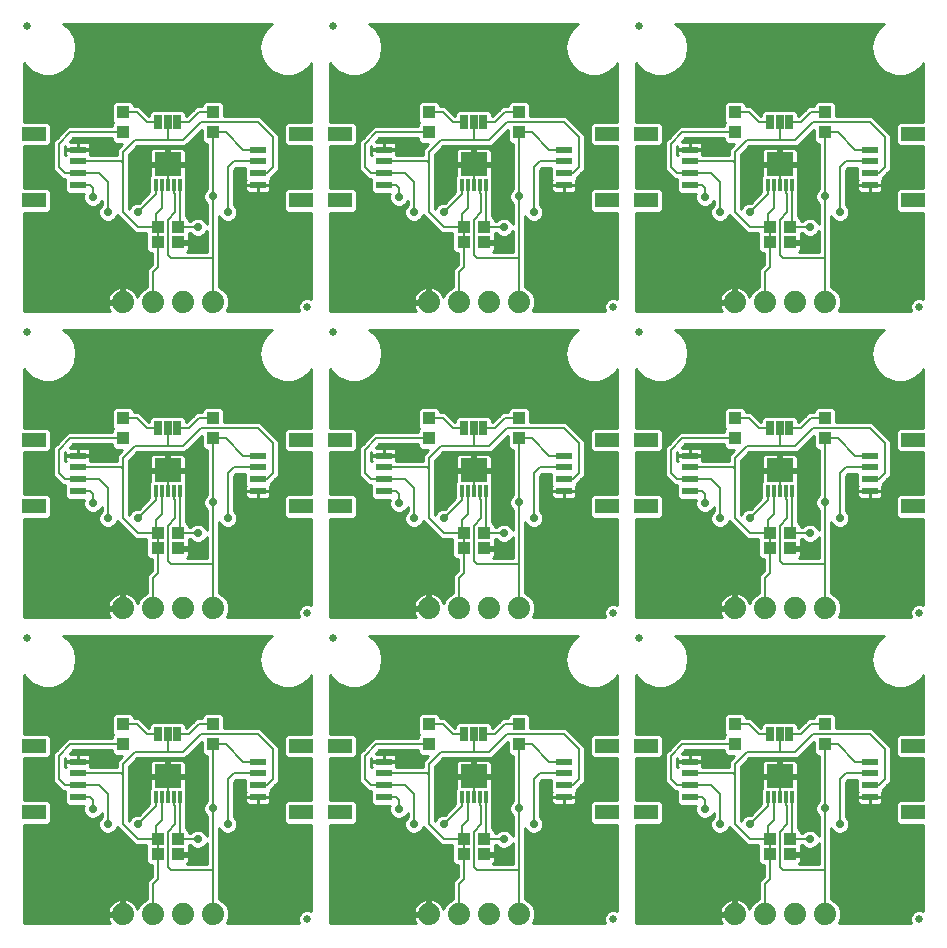
<source format=gtl>
G75*
%MOIN*%
%OFA0B0*%
%FSLAX25Y25*%
%IPPOS*%
%LPD*%
%AMOC8*
5,1,8,0,0,1.08239X$1,22.5*
%
%ADD10C,0.02500*%
%ADD11R,0.03937X0.04331*%
%ADD12R,0.02500X0.05000*%
%ADD13R,0.07874X0.04724*%
%ADD14R,0.05315X0.02362*%
%ADD15C,0.07400*%
%ADD16R,0.04331X0.03937*%
%ADD17R,0.01181X0.03937*%
%ADD18R,0.09055X0.07874*%
%ADD19C,0.00700*%
%ADD20C,0.01000*%
%ADD21C,0.02900*%
D10*
X0130500Y0053000D03*
X0139000Y0146500D03*
X0130500Y0155000D03*
X0037000Y0146500D03*
X0037000Y0248500D03*
X0130500Y0257000D03*
X0139000Y0248500D03*
X0232500Y0257000D03*
X0241000Y0248500D03*
X0334500Y0257000D03*
X0241000Y0350500D03*
X0139000Y0350500D03*
X0037000Y0350500D03*
X0232500Y0155000D03*
X0241000Y0146500D03*
X0334500Y0155000D03*
X0334500Y0053000D03*
X0232500Y0053000D03*
D11*
X0201000Y0111154D03*
X0201000Y0117846D03*
X0171000Y0117846D03*
X0171000Y0111154D03*
X0099000Y0111154D03*
X0099000Y0117846D03*
X0069000Y0117846D03*
X0069000Y0111154D03*
X0069000Y0213154D03*
X0069000Y0219846D03*
X0099000Y0219846D03*
X0099000Y0213154D03*
X0171000Y0213154D03*
X0171000Y0219846D03*
X0201000Y0219846D03*
X0201000Y0213154D03*
X0273000Y0213154D03*
X0273000Y0219846D03*
X0303000Y0219846D03*
X0303000Y0213154D03*
X0303000Y0117846D03*
X0303000Y0111154D03*
X0273000Y0111154D03*
X0273000Y0117846D03*
X0273000Y0315154D03*
X0273000Y0321846D03*
X0303000Y0321846D03*
X0303000Y0315154D03*
X0201000Y0315154D03*
X0201000Y0321846D03*
X0171000Y0321846D03*
X0171000Y0315154D03*
X0099000Y0315154D03*
X0099000Y0321846D03*
X0069000Y0321846D03*
X0069000Y0315154D03*
D12*
X0080800Y0318500D03*
X0084000Y0318500D03*
X0087200Y0318500D03*
X0182800Y0318500D03*
X0186000Y0318500D03*
X0189200Y0318500D03*
X0284800Y0318500D03*
X0288000Y0318500D03*
X0291200Y0318500D03*
X0291200Y0216500D03*
X0288000Y0216500D03*
X0284800Y0216500D03*
X0189200Y0216500D03*
X0186000Y0216500D03*
X0182800Y0216500D03*
X0087200Y0216500D03*
X0084000Y0216500D03*
X0080800Y0216500D03*
X0080800Y0114500D03*
X0084000Y0114500D03*
X0087200Y0114500D03*
X0182800Y0114500D03*
X0186000Y0114500D03*
X0189200Y0114500D03*
X0284800Y0114500D03*
X0288000Y0114500D03*
X0291200Y0114500D03*
D13*
X0332469Y0110524D03*
X0332469Y0088476D03*
X0243531Y0088476D03*
X0230469Y0088476D03*
X0230469Y0110524D03*
X0243531Y0110524D03*
X0243531Y0190476D03*
X0230469Y0190476D03*
X0230469Y0212524D03*
X0243531Y0212524D03*
X0243531Y0292476D03*
X0230469Y0292476D03*
X0230469Y0314524D03*
X0243531Y0314524D03*
X0332469Y0314524D03*
X0332469Y0292476D03*
X0332469Y0212524D03*
X0332469Y0190476D03*
X0141531Y0190476D03*
X0128469Y0190476D03*
X0128469Y0212524D03*
X0141531Y0212524D03*
X0141531Y0292476D03*
X0128469Y0292476D03*
X0128469Y0314524D03*
X0141531Y0314524D03*
X0039531Y0314524D03*
X0039531Y0292476D03*
X0039531Y0212524D03*
X0039531Y0190476D03*
X0039531Y0110524D03*
X0039531Y0088476D03*
X0128469Y0088476D03*
X0141531Y0088476D03*
X0141531Y0110524D03*
X0128469Y0110524D03*
D14*
X0114000Y0105406D03*
X0114000Y0101469D03*
X0114000Y0097531D03*
X0114000Y0093594D03*
X0156000Y0093594D03*
X0156000Y0097531D03*
X0156000Y0101469D03*
X0156000Y0105406D03*
X0216000Y0105406D03*
X0216000Y0101469D03*
X0216000Y0097531D03*
X0216000Y0093594D03*
X0258000Y0093594D03*
X0258000Y0097531D03*
X0258000Y0101469D03*
X0258000Y0105406D03*
X0318000Y0105406D03*
X0318000Y0101469D03*
X0318000Y0097531D03*
X0318000Y0093594D03*
X0318000Y0195594D03*
X0318000Y0199531D03*
X0318000Y0203469D03*
X0318000Y0207406D03*
X0258000Y0207406D03*
X0258000Y0203469D03*
X0258000Y0199531D03*
X0258000Y0195594D03*
X0216000Y0195594D03*
X0216000Y0199531D03*
X0216000Y0203469D03*
X0216000Y0207406D03*
X0156000Y0207406D03*
X0156000Y0203469D03*
X0156000Y0199531D03*
X0156000Y0195594D03*
X0114000Y0195594D03*
X0114000Y0199531D03*
X0114000Y0203469D03*
X0114000Y0207406D03*
X0054000Y0207406D03*
X0054000Y0203469D03*
X0054000Y0199531D03*
X0054000Y0195594D03*
X0054000Y0105406D03*
X0054000Y0101469D03*
X0054000Y0097531D03*
X0054000Y0093594D03*
X0054000Y0297594D03*
X0054000Y0301531D03*
X0054000Y0305469D03*
X0054000Y0309406D03*
X0114000Y0309406D03*
X0114000Y0305469D03*
X0114000Y0301531D03*
X0114000Y0297594D03*
X0156000Y0297594D03*
X0156000Y0301531D03*
X0156000Y0305469D03*
X0156000Y0309406D03*
X0216000Y0309406D03*
X0216000Y0305469D03*
X0216000Y0301531D03*
X0216000Y0297594D03*
X0258000Y0297594D03*
X0258000Y0301531D03*
X0258000Y0305469D03*
X0258000Y0309406D03*
X0318000Y0309406D03*
X0318000Y0305469D03*
X0318000Y0301531D03*
X0318000Y0297594D03*
D15*
X0303000Y0258500D03*
X0293000Y0258500D03*
X0283000Y0258500D03*
X0273000Y0258500D03*
X0201000Y0258500D03*
X0191000Y0258500D03*
X0181000Y0258500D03*
X0171000Y0258500D03*
X0099000Y0258500D03*
X0089000Y0258500D03*
X0079000Y0258500D03*
X0069000Y0258500D03*
X0069000Y0156500D03*
X0079000Y0156500D03*
X0089000Y0156500D03*
X0099000Y0156500D03*
X0171000Y0156500D03*
X0181000Y0156500D03*
X0191000Y0156500D03*
X0201000Y0156500D03*
X0273000Y0156500D03*
X0283000Y0156500D03*
X0293000Y0156500D03*
X0303000Y0156500D03*
X0303000Y0054500D03*
X0293000Y0054500D03*
X0283000Y0054500D03*
X0273000Y0054500D03*
X0201000Y0054500D03*
X0191000Y0054500D03*
X0181000Y0054500D03*
X0171000Y0054500D03*
X0099000Y0054500D03*
X0089000Y0054500D03*
X0079000Y0054500D03*
X0069000Y0054500D03*
D16*
X0080654Y0074500D03*
X0080654Y0079500D03*
X0087346Y0079500D03*
X0087346Y0074500D03*
X0182654Y0074500D03*
X0189346Y0074500D03*
X0189346Y0079500D03*
X0182654Y0079500D03*
X0284654Y0079500D03*
X0284654Y0074500D03*
X0291346Y0074500D03*
X0291346Y0079500D03*
X0291346Y0176500D03*
X0291346Y0181500D03*
X0284654Y0181500D03*
X0284654Y0176500D03*
X0189346Y0176500D03*
X0189346Y0181500D03*
X0182654Y0181500D03*
X0182654Y0176500D03*
X0087346Y0176500D03*
X0087346Y0181500D03*
X0080654Y0181500D03*
X0080654Y0176500D03*
X0080654Y0278500D03*
X0080654Y0283500D03*
X0087346Y0283500D03*
X0087346Y0278500D03*
X0182654Y0278500D03*
X0182654Y0283500D03*
X0189346Y0283500D03*
X0189346Y0278500D03*
X0284654Y0278500D03*
X0284654Y0283500D03*
X0291346Y0283500D03*
X0291346Y0278500D03*
D17*
X0291937Y0297594D03*
X0289969Y0297594D03*
X0288000Y0297594D03*
X0286031Y0297594D03*
X0284063Y0297594D03*
X0189937Y0297594D03*
X0187969Y0297594D03*
X0186000Y0297594D03*
X0184031Y0297594D03*
X0182063Y0297594D03*
X0087937Y0297594D03*
X0085969Y0297594D03*
X0084000Y0297594D03*
X0082031Y0297594D03*
X0080063Y0297594D03*
X0080063Y0195594D03*
X0082031Y0195594D03*
X0084000Y0195594D03*
X0085969Y0195594D03*
X0087937Y0195594D03*
X0182063Y0195594D03*
X0184031Y0195594D03*
X0186000Y0195594D03*
X0187969Y0195594D03*
X0189937Y0195594D03*
X0284063Y0195594D03*
X0286031Y0195594D03*
X0288000Y0195594D03*
X0289969Y0195594D03*
X0291937Y0195594D03*
X0291937Y0093594D03*
X0289969Y0093594D03*
X0288000Y0093594D03*
X0286031Y0093594D03*
X0284063Y0093594D03*
X0189937Y0093594D03*
X0187969Y0093594D03*
X0186000Y0093594D03*
X0184031Y0093594D03*
X0182063Y0093594D03*
X0087937Y0093594D03*
X0085969Y0093594D03*
X0084000Y0093594D03*
X0082031Y0093594D03*
X0080063Y0093594D03*
D18*
X0084000Y0100484D03*
X0186000Y0100484D03*
X0288000Y0100484D03*
X0288000Y0202484D03*
X0186000Y0202484D03*
X0084000Y0202484D03*
X0084000Y0304484D03*
X0186000Y0304484D03*
X0288000Y0304484D03*
D19*
X0288756Y0304484D01*
X0290937Y0302303D01*
X0288000Y0304484D02*
X0288000Y0297594D01*
X0289969Y0297594D02*
X0289969Y0295031D01*
X0290500Y0294500D01*
X0290500Y0288500D01*
X0288000Y0286000D01*
X0288000Y0274366D01*
X0289181Y0273185D01*
X0303000Y0273185D01*
X0303000Y0258500D01*
X0303000Y0273185D02*
X0303000Y0293776D01*
X0303000Y0315154D01*
X0307346Y0315154D01*
X0313094Y0309406D01*
X0318000Y0309406D01*
X0318000Y0305469D02*
X0309969Y0305469D01*
X0308000Y0303500D01*
X0308000Y0288500D01*
X0313906Y0297594D02*
X0313000Y0298500D01*
X0313906Y0297594D02*
X0318000Y0297594D01*
X0318000Y0301531D02*
X0321031Y0301531D01*
X0323000Y0303500D01*
X0323000Y0313500D01*
X0318039Y0318461D01*
X0298961Y0318461D01*
X0293000Y0312500D01*
X0288000Y0312500D01*
X0288000Y0318500D01*
X0284800Y0318500D02*
X0281000Y0318500D01*
X0277654Y0321846D01*
X0273000Y0321846D01*
X0273000Y0315154D02*
X0255559Y0315154D01*
X0251780Y0311374D01*
X0251780Y0303500D01*
X0253748Y0301531D01*
X0258000Y0301531D01*
X0264969Y0301531D01*
X0268000Y0298500D01*
X0268000Y0288500D01*
X0273000Y0288500D02*
X0273000Y0305000D01*
X0272531Y0305469D01*
X0258000Y0305469D01*
X0258000Y0309406D02*
X0262094Y0309406D01*
X0263000Y0308500D01*
X0273000Y0308500D02*
X0273000Y0305000D01*
X0273000Y0308500D02*
X0277000Y0312500D01*
X0288000Y0312500D01*
X0291200Y0318500D02*
X0295000Y0318500D01*
X0298346Y0321846D01*
X0303000Y0321846D01*
X0291937Y0297594D02*
X0291937Y0284091D01*
X0291346Y0283500D01*
X0298000Y0283500D01*
X0298000Y0278500D02*
X0291346Y0278500D01*
X0284654Y0278500D02*
X0284654Y0283500D01*
X0284654Y0270154D01*
X0283000Y0268500D01*
X0283000Y0258500D01*
X0284654Y0283500D02*
X0278000Y0283500D01*
X0273000Y0288500D01*
X0278000Y0288500D02*
X0284063Y0294563D01*
X0284063Y0297594D01*
X0286031Y0297594D02*
X0286031Y0290031D01*
X0284000Y0288000D01*
X0284000Y0284154D01*
X0284654Y0283500D01*
X0263000Y0293500D02*
X0263000Y0296500D01*
X0261906Y0297594D01*
X0258000Y0297594D01*
X0221000Y0303500D02*
X0221000Y0313500D01*
X0216039Y0318461D01*
X0196961Y0318461D01*
X0191000Y0312500D01*
X0186000Y0312500D01*
X0186000Y0318500D01*
X0182800Y0318500D02*
X0179000Y0318500D01*
X0175654Y0321846D01*
X0171000Y0321846D01*
X0171000Y0315154D02*
X0153559Y0315154D01*
X0149780Y0311374D01*
X0149780Y0303500D01*
X0151748Y0301531D01*
X0156000Y0301531D01*
X0162969Y0301531D01*
X0166000Y0298500D01*
X0166000Y0288500D01*
X0171000Y0288500D02*
X0171000Y0305000D01*
X0170531Y0305469D01*
X0156000Y0305469D01*
X0156000Y0309406D02*
X0160094Y0309406D01*
X0161000Y0308500D01*
X0171000Y0308500D02*
X0171000Y0305000D01*
X0171000Y0308500D02*
X0175000Y0312500D01*
X0186000Y0312500D01*
X0189200Y0318500D02*
X0193000Y0318500D01*
X0196346Y0321846D01*
X0201000Y0321846D01*
X0201000Y0315154D02*
X0201000Y0293776D01*
X0201000Y0273185D01*
X0187181Y0273185D01*
X0186000Y0274366D01*
X0186000Y0286000D01*
X0188500Y0288500D01*
X0188500Y0294500D01*
X0187969Y0295031D01*
X0187969Y0297594D01*
X0189937Y0297594D02*
X0189937Y0284091D01*
X0189346Y0283500D01*
X0196000Y0283500D01*
X0196000Y0278500D02*
X0189346Y0278500D01*
X0182654Y0278500D02*
X0182654Y0283500D01*
X0182654Y0270154D01*
X0181000Y0268500D01*
X0181000Y0258500D01*
X0201000Y0258500D02*
X0201000Y0273185D01*
X0206000Y0288500D02*
X0206000Y0303500D01*
X0207969Y0305469D01*
X0216000Y0305469D01*
X0216000Y0309406D02*
X0211094Y0309406D01*
X0205346Y0315154D01*
X0201000Y0315154D01*
X0188937Y0302303D02*
X0186756Y0304484D01*
X0186000Y0304484D01*
X0186000Y0297594D01*
X0184031Y0297594D02*
X0184031Y0290031D01*
X0182000Y0288000D01*
X0182000Y0284154D01*
X0182654Y0283500D01*
X0176000Y0283500D01*
X0171000Y0288500D01*
X0176000Y0288500D02*
X0182063Y0294563D01*
X0182063Y0297594D01*
X0161000Y0296500D02*
X0161000Y0293500D01*
X0161000Y0296500D02*
X0159906Y0297594D01*
X0156000Y0297594D01*
X0119000Y0303500D02*
X0119000Y0313500D01*
X0114039Y0318461D01*
X0094961Y0318461D01*
X0089000Y0312500D01*
X0084000Y0312500D01*
X0084000Y0318500D01*
X0080800Y0318500D02*
X0077000Y0318500D01*
X0073654Y0321846D01*
X0069000Y0321846D01*
X0069000Y0315154D02*
X0051559Y0315154D01*
X0047780Y0311374D01*
X0047780Y0303500D01*
X0049748Y0301531D01*
X0054000Y0301531D01*
X0060969Y0301531D01*
X0064000Y0298500D01*
X0064000Y0288500D01*
X0069000Y0288500D02*
X0069000Y0305000D01*
X0068531Y0305469D01*
X0054000Y0305469D01*
X0054000Y0309406D02*
X0058094Y0309406D01*
X0059000Y0308500D01*
X0069000Y0308500D02*
X0069000Y0305000D01*
X0069000Y0308500D02*
X0073000Y0312500D01*
X0084000Y0312500D01*
X0087200Y0318500D02*
X0091000Y0318500D01*
X0094346Y0321846D01*
X0099000Y0321846D01*
X0099000Y0315154D02*
X0099000Y0293776D01*
X0099000Y0273185D01*
X0085181Y0273185D01*
X0084000Y0274366D01*
X0084000Y0286000D01*
X0086500Y0288500D01*
X0086500Y0294500D01*
X0085969Y0295031D01*
X0085969Y0297594D01*
X0087937Y0297594D02*
X0087937Y0284091D01*
X0087346Y0283500D01*
X0094000Y0283500D01*
X0094000Y0278500D02*
X0087346Y0278500D01*
X0080654Y0278500D02*
X0080654Y0283500D01*
X0080654Y0270154D01*
X0079000Y0268500D01*
X0079000Y0258500D01*
X0099000Y0258500D02*
X0099000Y0273185D01*
X0104000Y0288500D02*
X0104000Y0303500D01*
X0105969Y0305469D01*
X0114000Y0305469D01*
X0114000Y0309406D02*
X0109094Y0309406D01*
X0103346Y0315154D01*
X0099000Y0315154D01*
X0086937Y0302303D02*
X0084756Y0304484D01*
X0084000Y0304484D01*
X0084000Y0297594D01*
X0082031Y0297594D02*
X0082031Y0290031D01*
X0080000Y0288000D01*
X0080000Y0284154D01*
X0080654Y0283500D01*
X0074000Y0283500D01*
X0069000Y0288500D01*
X0074000Y0288500D02*
X0080063Y0294563D01*
X0080063Y0297594D01*
X0059000Y0296500D02*
X0059000Y0293500D01*
X0059000Y0296500D02*
X0057906Y0297594D01*
X0054000Y0297594D01*
X0109000Y0298500D02*
X0109906Y0297594D01*
X0114000Y0297594D01*
X0114000Y0301531D02*
X0117031Y0301531D01*
X0119000Y0303500D01*
X0099000Y0219846D02*
X0094346Y0219846D01*
X0091000Y0216500D01*
X0087200Y0216500D01*
X0084000Y0216500D02*
X0084000Y0210500D01*
X0073000Y0210500D01*
X0069000Y0206500D01*
X0069000Y0203000D01*
X0068531Y0203469D01*
X0054000Y0203469D01*
X0054000Y0207406D02*
X0058094Y0207406D01*
X0059000Y0206500D01*
X0060969Y0199531D02*
X0054000Y0199531D01*
X0049748Y0199531D01*
X0047780Y0201500D01*
X0047780Y0209374D01*
X0051559Y0213154D01*
X0069000Y0213154D01*
X0069000Y0219846D02*
X0073654Y0219846D01*
X0077000Y0216500D01*
X0080800Y0216500D01*
X0084000Y0210500D02*
X0089000Y0210500D01*
X0094961Y0216461D01*
X0114039Y0216461D01*
X0119000Y0211500D01*
X0119000Y0201500D01*
X0117031Y0199531D01*
X0114000Y0199531D01*
X0114000Y0195594D02*
X0109906Y0195594D01*
X0109000Y0196500D01*
X0104000Y0201500D02*
X0104000Y0186500D01*
X0099000Y0191776D02*
X0099000Y0171185D01*
X0085181Y0171185D01*
X0084000Y0172366D01*
X0084000Y0184000D01*
X0086500Y0186500D01*
X0086500Y0192500D01*
X0085969Y0193031D01*
X0085969Y0195594D01*
X0087937Y0195594D02*
X0087937Y0182091D01*
X0087346Y0181500D01*
X0094000Y0181500D01*
X0094000Y0176500D02*
X0087346Y0176500D01*
X0080654Y0176500D02*
X0080654Y0181500D01*
X0080654Y0168154D01*
X0079000Y0166500D01*
X0079000Y0156500D01*
X0099000Y0156500D02*
X0099000Y0171185D01*
X0080654Y0181500D02*
X0074000Y0181500D01*
X0069000Y0186500D01*
X0069000Y0203000D01*
X0064000Y0196500D02*
X0064000Y0186500D01*
X0059000Y0191500D02*
X0059000Y0194500D01*
X0057906Y0195594D01*
X0054000Y0195594D01*
X0060969Y0199531D02*
X0064000Y0196500D01*
X0074000Y0186500D02*
X0080063Y0192563D01*
X0080063Y0195594D01*
X0082031Y0195594D02*
X0082031Y0188031D01*
X0080000Y0186000D01*
X0080000Y0182154D01*
X0080654Y0181500D01*
X0084000Y0195594D02*
X0084000Y0202484D01*
X0084756Y0202484D01*
X0086937Y0200303D01*
X0099000Y0191776D02*
X0099000Y0213154D01*
X0103346Y0213154D01*
X0109094Y0207406D01*
X0114000Y0207406D01*
X0114000Y0203469D02*
X0105969Y0203469D01*
X0104000Y0201500D01*
X0149780Y0201500D02*
X0151748Y0199531D01*
X0156000Y0199531D01*
X0162969Y0199531D01*
X0166000Y0196500D01*
X0166000Y0186500D01*
X0171000Y0186500D02*
X0171000Y0203000D01*
X0170531Y0203469D01*
X0156000Y0203469D01*
X0156000Y0207406D02*
X0160094Y0207406D01*
X0161000Y0206500D01*
X0153559Y0213154D02*
X0149780Y0209374D01*
X0149780Y0201500D01*
X0156000Y0195594D02*
X0159906Y0195594D01*
X0161000Y0194500D01*
X0161000Y0191500D01*
X0171000Y0186500D02*
X0176000Y0181500D01*
X0182654Y0181500D01*
X0182654Y0168154D01*
X0181000Y0166500D01*
X0181000Y0156500D01*
X0187181Y0171185D02*
X0186000Y0172366D01*
X0186000Y0184000D01*
X0188500Y0186500D01*
X0188500Y0192500D01*
X0187969Y0193031D01*
X0187969Y0195594D01*
X0189937Y0195594D02*
X0189937Y0182091D01*
X0189346Y0181500D01*
X0196000Y0181500D01*
X0196000Y0176500D02*
X0189346Y0176500D01*
X0182654Y0176500D02*
X0182654Y0181500D01*
X0182000Y0182154D01*
X0182000Y0186000D01*
X0184031Y0188031D01*
X0184031Y0195594D01*
X0182063Y0195594D02*
X0182063Y0192563D01*
X0176000Y0186500D01*
X0186000Y0195594D02*
X0186000Y0202484D01*
X0186756Y0202484D01*
X0188937Y0200303D01*
X0191000Y0210500D02*
X0186000Y0210500D01*
X0186000Y0216500D01*
X0182800Y0216500D02*
X0179000Y0216500D01*
X0175654Y0219846D01*
X0171000Y0219846D01*
X0171000Y0213154D02*
X0153559Y0213154D01*
X0171000Y0206500D02*
X0171000Y0203000D01*
X0171000Y0206500D02*
X0175000Y0210500D01*
X0186000Y0210500D01*
X0189200Y0216500D02*
X0193000Y0216500D01*
X0196346Y0219846D01*
X0201000Y0219846D01*
X0196961Y0216461D02*
X0216039Y0216461D01*
X0221000Y0211500D01*
X0221000Y0201500D01*
X0219031Y0199531D01*
X0216000Y0199531D01*
X0216000Y0195594D02*
X0211906Y0195594D01*
X0211000Y0196500D01*
X0206000Y0201500D02*
X0206000Y0186500D01*
X0201000Y0191776D02*
X0201000Y0171185D01*
X0187181Y0171185D01*
X0201000Y0171185D02*
X0201000Y0156500D01*
X0201000Y0191776D02*
X0201000Y0213154D01*
X0205346Y0213154D01*
X0211094Y0207406D01*
X0216000Y0207406D01*
X0216000Y0203469D02*
X0207969Y0203469D01*
X0206000Y0201500D01*
X0196961Y0216461D02*
X0191000Y0210500D01*
X0251780Y0209374D02*
X0251780Y0201500D01*
X0253748Y0199531D01*
X0258000Y0199531D01*
X0264969Y0199531D01*
X0268000Y0196500D01*
X0268000Y0186500D01*
X0273000Y0186500D02*
X0273000Y0203000D01*
X0272531Y0203469D01*
X0258000Y0203469D01*
X0258000Y0207406D02*
X0262094Y0207406D01*
X0263000Y0206500D01*
X0255559Y0213154D02*
X0251780Y0209374D01*
X0255559Y0213154D02*
X0273000Y0213154D01*
X0277000Y0210500D02*
X0273000Y0206500D01*
X0273000Y0203000D01*
X0277000Y0210500D02*
X0288000Y0210500D01*
X0288000Y0216500D01*
X0284800Y0216500D02*
X0281000Y0216500D01*
X0277654Y0219846D01*
X0273000Y0219846D01*
X0288000Y0210500D02*
X0293000Y0210500D01*
X0298961Y0216461D01*
X0318039Y0216461D01*
X0323000Y0211500D01*
X0323000Y0201500D01*
X0321031Y0199531D01*
X0318000Y0199531D01*
X0318000Y0195594D02*
X0313906Y0195594D01*
X0313000Y0196500D01*
X0308000Y0201500D02*
X0308000Y0186500D01*
X0303000Y0191776D02*
X0303000Y0171185D01*
X0289181Y0171185D01*
X0288000Y0172366D01*
X0288000Y0184000D01*
X0290500Y0186500D01*
X0290500Y0192500D01*
X0289969Y0193031D01*
X0289969Y0195594D01*
X0291937Y0195594D02*
X0291937Y0182091D01*
X0291346Y0181500D01*
X0298000Y0181500D01*
X0298000Y0176500D02*
X0291346Y0176500D01*
X0284654Y0176500D02*
X0284654Y0181500D01*
X0284654Y0168154D01*
X0283000Y0166500D01*
X0283000Y0156500D01*
X0303000Y0156500D02*
X0303000Y0171185D01*
X0284654Y0181500D02*
X0278000Y0181500D01*
X0273000Y0186500D01*
X0278000Y0186500D02*
X0284063Y0192563D01*
X0284063Y0195594D01*
X0286031Y0195594D02*
X0286031Y0188031D01*
X0284000Y0186000D01*
X0284000Y0182154D01*
X0284654Y0181500D01*
X0288000Y0195594D02*
X0288000Y0202484D01*
X0288756Y0202484D01*
X0290937Y0200303D01*
X0303000Y0191776D02*
X0303000Y0213154D01*
X0307346Y0213154D01*
X0313094Y0207406D01*
X0318000Y0207406D01*
X0318000Y0203469D02*
X0309969Y0203469D01*
X0308000Y0201500D01*
X0295000Y0216500D02*
X0291200Y0216500D01*
X0295000Y0216500D02*
X0298346Y0219846D01*
X0303000Y0219846D01*
X0263000Y0194500D02*
X0263000Y0191500D01*
X0263000Y0194500D02*
X0261906Y0195594D01*
X0258000Y0195594D01*
X0273000Y0117846D02*
X0277654Y0117846D01*
X0281000Y0114500D01*
X0284800Y0114500D01*
X0288000Y0114500D02*
X0288000Y0108500D01*
X0277000Y0108500D01*
X0273000Y0104500D01*
X0273000Y0101000D01*
X0272531Y0101469D01*
X0258000Y0101469D01*
X0258000Y0105406D02*
X0262094Y0105406D01*
X0263000Y0104500D01*
X0264969Y0097531D02*
X0258000Y0097531D01*
X0253748Y0097531D01*
X0251780Y0099500D01*
X0251780Y0107374D01*
X0255559Y0111154D01*
X0273000Y0111154D01*
X0273000Y0101000D02*
X0273000Y0084500D01*
X0278000Y0079500D01*
X0284654Y0079500D01*
X0284654Y0066154D01*
X0283000Y0064500D01*
X0283000Y0054500D01*
X0289181Y0069185D02*
X0303000Y0069185D01*
X0303000Y0054500D01*
X0303000Y0069185D02*
X0303000Y0089776D01*
X0303000Y0111154D01*
X0307346Y0111154D01*
X0313094Y0105406D01*
X0318000Y0105406D01*
X0318000Y0101469D02*
X0309969Y0101469D01*
X0308000Y0099500D01*
X0308000Y0084500D01*
X0313906Y0093594D02*
X0313000Y0094500D01*
X0313906Y0093594D02*
X0318000Y0093594D01*
X0318000Y0097531D02*
X0321031Y0097531D01*
X0323000Y0099500D01*
X0323000Y0109500D01*
X0318039Y0114461D01*
X0298961Y0114461D01*
X0293000Y0108500D01*
X0288000Y0108500D01*
X0291200Y0114500D02*
X0295000Y0114500D01*
X0298346Y0117846D01*
X0303000Y0117846D01*
X0288756Y0100484D02*
X0290937Y0098303D01*
X0288756Y0100484D02*
X0288000Y0100484D01*
X0288000Y0093594D01*
X0289969Y0093594D02*
X0289969Y0091031D01*
X0290500Y0090500D01*
X0290500Y0084500D01*
X0288000Y0082000D01*
X0288000Y0070366D01*
X0289181Y0069185D01*
X0291346Y0074500D02*
X0298000Y0074500D01*
X0298000Y0079500D02*
X0291346Y0079500D01*
X0291937Y0080091D01*
X0291937Y0093594D01*
X0286031Y0093594D02*
X0286031Y0086031D01*
X0284000Y0084000D01*
X0284000Y0080154D01*
X0284654Y0079500D01*
X0284654Y0074500D01*
X0278000Y0084500D02*
X0284063Y0090563D01*
X0284063Y0093594D01*
X0268000Y0094500D02*
X0268000Y0084500D01*
X0263000Y0089500D02*
X0263000Y0092500D01*
X0261906Y0093594D01*
X0258000Y0093594D01*
X0264969Y0097531D02*
X0268000Y0094500D01*
X0221000Y0099500D02*
X0221000Y0109500D01*
X0216039Y0114461D01*
X0196961Y0114461D01*
X0191000Y0108500D01*
X0186000Y0108500D01*
X0186000Y0114500D01*
X0182800Y0114500D02*
X0179000Y0114500D01*
X0175654Y0117846D01*
X0171000Y0117846D01*
X0171000Y0111154D02*
X0153559Y0111154D01*
X0149780Y0107374D01*
X0149780Y0099500D01*
X0151748Y0097531D01*
X0156000Y0097531D01*
X0162969Y0097531D01*
X0166000Y0094500D01*
X0166000Y0084500D01*
X0171000Y0084500D02*
X0171000Y0101000D01*
X0170531Y0101469D01*
X0156000Y0101469D01*
X0156000Y0105406D02*
X0160094Y0105406D01*
X0161000Y0104500D01*
X0171000Y0104500D02*
X0171000Y0101000D01*
X0171000Y0104500D02*
X0175000Y0108500D01*
X0186000Y0108500D01*
X0189200Y0114500D02*
X0193000Y0114500D01*
X0196346Y0117846D01*
X0201000Y0117846D01*
X0201000Y0111154D02*
X0201000Y0089776D01*
X0201000Y0069185D01*
X0187181Y0069185D01*
X0186000Y0070366D01*
X0186000Y0082000D01*
X0188500Y0084500D01*
X0188500Y0090500D01*
X0187969Y0091031D01*
X0187969Y0093594D01*
X0189937Y0093594D02*
X0189937Y0080091D01*
X0189346Y0079500D01*
X0196000Y0079500D01*
X0196000Y0074500D02*
X0189346Y0074500D01*
X0182654Y0074500D02*
X0182654Y0079500D01*
X0182654Y0066154D01*
X0181000Y0064500D01*
X0181000Y0054500D01*
X0201000Y0054500D02*
X0201000Y0069185D01*
X0206000Y0084500D02*
X0206000Y0099500D01*
X0207969Y0101469D01*
X0216000Y0101469D01*
X0216000Y0105406D02*
X0211094Y0105406D01*
X0205346Y0111154D01*
X0201000Y0111154D01*
X0188937Y0098303D02*
X0186756Y0100484D01*
X0186000Y0100484D01*
X0186000Y0093594D01*
X0184031Y0093594D02*
X0184031Y0086031D01*
X0182000Y0084000D01*
X0182000Y0080154D01*
X0182654Y0079500D01*
X0176000Y0079500D01*
X0171000Y0084500D01*
X0176000Y0084500D02*
X0182063Y0090563D01*
X0182063Y0093594D01*
X0161000Y0092500D02*
X0161000Y0089500D01*
X0161000Y0092500D02*
X0159906Y0093594D01*
X0156000Y0093594D01*
X0119000Y0099500D02*
X0119000Y0109500D01*
X0114039Y0114461D01*
X0094961Y0114461D01*
X0089000Y0108500D01*
X0084000Y0108500D01*
X0084000Y0114500D01*
X0080800Y0114500D02*
X0077000Y0114500D01*
X0073654Y0117846D01*
X0069000Y0117846D01*
X0069000Y0111154D02*
X0051559Y0111154D01*
X0047780Y0107374D01*
X0047780Y0099500D01*
X0049748Y0097531D01*
X0054000Y0097531D01*
X0060969Y0097531D01*
X0064000Y0094500D01*
X0064000Y0084500D01*
X0069000Y0084500D02*
X0069000Y0101000D01*
X0068531Y0101469D01*
X0054000Y0101469D01*
X0054000Y0105406D02*
X0058094Y0105406D01*
X0059000Y0104500D01*
X0069000Y0104500D02*
X0069000Y0101000D01*
X0069000Y0104500D02*
X0073000Y0108500D01*
X0084000Y0108500D01*
X0087200Y0114500D02*
X0091000Y0114500D01*
X0094346Y0117846D01*
X0099000Y0117846D01*
X0099000Y0111154D02*
X0099000Y0089776D01*
X0099000Y0069185D01*
X0085181Y0069185D01*
X0084000Y0070366D01*
X0084000Y0082000D01*
X0086500Y0084500D01*
X0086500Y0090500D01*
X0085969Y0091031D01*
X0085969Y0093594D01*
X0087937Y0093594D02*
X0087937Y0080091D01*
X0087346Y0079500D01*
X0094000Y0079500D01*
X0094000Y0074500D02*
X0087346Y0074500D01*
X0080654Y0074500D02*
X0080654Y0079500D01*
X0080654Y0066154D01*
X0079000Y0064500D01*
X0079000Y0054500D01*
X0099000Y0054500D02*
X0099000Y0069185D01*
X0104000Y0084500D02*
X0104000Y0099500D01*
X0105969Y0101469D01*
X0114000Y0101469D01*
X0114000Y0105406D02*
X0109094Y0105406D01*
X0103346Y0111154D01*
X0099000Y0111154D01*
X0086937Y0098303D02*
X0084756Y0100484D01*
X0084000Y0100484D01*
X0084000Y0093594D01*
X0082031Y0093594D02*
X0082031Y0086031D01*
X0080000Y0084000D01*
X0080000Y0080154D01*
X0080654Y0079500D01*
X0074000Y0079500D01*
X0069000Y0084500D01*
X0074000Y0084500D02*
X0080063Y0090563D01*
X0080063Y0093594D01*
X0059000Y0092500D02*
X0059000Y0089500D01*
X0059000Y0092500D02*
X0057906Y0093594D01*
X0054000Y0093594D01*
X0109000Y0094500D02*
X0109906Y0093594D01*
X0114000Y0093594D01*
X0114000Y0097531D02*
X0117031Y0097531D01*
X0119000Y0099500D01*
X0211000Y0094500D02*
X0211906Y0093594D01*
X0216000Y0093594D01*
X0216000Y0097531D02*
X0219031Y0097531D01*
X0221000Y0099500D01*
X0216000Y0297594D02*
X0211906Y0297594D01*
X0211000Y0298500D01*
X0216000Y0301531D02*
X0219031Y0301531D01*
X0221000Y0303500D01*
D20*
X0036100Y0084414D02*
X0036100Y0051600D01*
X0064679Y0051600D01*
X0064553Y0051775D01*
X0064181Y0052504D01*
X0063928Y0053282D01*
X0063814Y0054000D01*
X0068500Y0054000D01*
X0068500Y0055000D01*
X0068500Y0059686D01*
X0067782Y0059572D01*
X0067004Y0059319D01*
X0066275Y0058947D01*
X0065612Y0058466D01*
X0065034Y0057888D01*
X0064553Y0057225D01*
X0064181Y0056496D01*
X0063928Y0055718D01*
X0063814Y0055000D01*
X0068500Y0055000D01*
X0069500Y0055000D01*
X0069500Y0059686D01*
X0070218Y0059572D01*
X0070996Y0059319D01*
X0071725Y0058947D01*
X0072388Y0058466D01*
X0072966Y0057888D01*
X0073447Y0057225D01*
X0073819Y0056496D01*
X0073891Y0056276D01*
X0074422Y0057559D01*
X0075941Y0059078D01*
X0076950Y0059496D01*
X0076950Y0065349D01*
X0078151Y0066550D01*
X0078604Y0067003D01*
X0078604Y0070831D01*
X0077784Y0070831D01*
X0076788Y0071827D01*
X0076788Y0077450D01*
X0073151Y0077450D01*
X0068151Y0082450D01*
X0067026Y0083575D01*
X0066670Y0082716D01*
X0065784Y0081830D01*
X0064627Y0081350D01*
X0063373Y0081350D01*
X0062216Y0081830D01*
X0061330Y0082716D01*
X0060850Y0083873D01*
X0060850Y0085127D01*
X0061330Y0086284D01*
X0061950Y0086905D01*
X0061950Y0088391D01*
X0061670Y0087716D01*
X0060784Y0086830D01*
X0059627Y0086350D01*
X0058373Y0086350D01*
X0057216Y0086830D01*
X0056330Y0087716D01*
X0055850Y0088873D01*
X0055850Y0090127D01*
X0056093Y0090713D01*
X0050638Y0090713D01*
X0049643Y0091709D01*
X0049643Y0095480D01*
X0049644Y0095481D01*
X0048899Y0095481D01*
X0047698Y0096682D01*
X0045730Y0098651D01*
X0045730Y0108223D01*
X0046930Y0109424D01*
X0046930Y0109424D01*
X0049509Y0112003D01*
X0049509Y0112003D01*
X0050710Y0113204D01*
X0065331Y0113204D01*
X0065331Y0114023D01*
X0065808Y0114500D01*
X0065331Y0114977D01*
X0065331Y0120716D01*
X0066327Y0121712D01*
X0071673Y0121712D01*
X0072668Y0120716D01*
X0072668Y0119896D01*
X0074503Y0119896D01*
X0075704Y0118696D01*
X0077849Y0116550D01*
X0077850Y0116550D01*
X0077850Y0117704D01*
X0078846Y0118700D01*
X0089154Y0118700D01*
X0090150Y0117704D01*
X0090150Y0116550D01*
X0090151Y0116550D01*
X0092296Y0118696D01*
X0093497Y0119896D01*
X0095331Y0119896D01*
X0095331Y0120716D01*
X0096327Y0121712D01*
X0101673Y0121712D01*
X0102668Y0120716D01*
X0102668Y0116511D01*
X0114889Y0116511D01*
X0119849Y0111550D01*
X0119849Y0111550D01*
X0121050Y0110349D01*
X0121050Y0098651D01*
X0119849Y0097450D01*
X0118357Y0095958D01*
X0118357Y0095646D01*
X0118057Y0095346D01*
X0118157Y0094973D01*
X0118157Y0093685D01*
X0114091Y0093685D01*
X0114091Y0093504D01*
X0118157Y0093504D01*
X0118157Y0092216D01*
X0118055Y0091834D01*
X0117858Y0091492D01*
X0117578Y0091213D01*
X0117236Y0091016D01*
X0116855Y0090913D01*
X0114091Y0090913D01*
X0114091Y0093504D01*
X0113909Y0093504D01*
X0109843Y0093504D01*
X0109843Y0092216D01*
X0109945Y0091834D01*
X0110142Y0091492D01*
X0110421Y0091213D01*
X0110764Y0091016D01*
X0111145Y0090913D01*
X0113909Y0090913D01*
X0113909Y0093504D01*
X0113909Y0093685D01*
X0109843Y0093685D01*
X0109843Y0094973D01*
X0109943Y0095346D01*
X0109643Y0095646D01*
X0109643Y0099417D01*
X0109644Y0099419D01*
X0106818Y0099419D01*
X0106050Y0098651D01*
X0106050Y0086905D01*
X0106670Y0086284D01*
X0107150Y0085127D01*
X0107150Y0083873D01*
X0106670Y0082716D01*
X0105784Y0081830D01*
X0104627Y0081350D01*
X0103373Y0081350D01*
X0102216Y0081830D01*
X0101330Y0082716D01*
X0101050Y0083391D01*
X0101050Y0059496D01*
X0102059Y0059078D01*
X0103578Y0057559D01*
X0104400Y0055574D01*
X0104400Y0053426D01*
X0103644Y0051600D01*
X0127887Y0051600D01*
X0127550Y0052413D01*
X0127550Y0053587D01*
X0127999Y0054671D01*
X0128829Y0055501D01*
X0129913Y0055950D01*
X0131087Y0055950D01*
X0131900Y0055613D01*
X0131900Y0084414D01*
X0123827Y0084414D01*
X0122831Y0085410D01*
X0122831Y0091543D01*
X0123827Y0092539D01*
X0131900Y0092539D01*
X0131900Y0106461D01*
X0123827Y0106461D01*
X0122831Y0107457D01*
X0122831Y0113590D01*
X0123827Y0114586D01*
X0131900Y0114586D01*
X0131900Y0134383D01*
X0131312Y0133365D01*
X0131312Y0133365D01*
X0131312Y0133365D01*
X0128773Y0131234D01*
X0128772Y0131234D01*
X0125657Y0130100D01*
X0122343Y0130100D01*
X0119227Y0131234D01*
X0119227Y0131234D01*
X0116688Y0133365D01*
X0116688Y0133365D01*
X0115031Y0136235D01*
X0115031Y0136235D01*
X0114455Y0139500D01*
X0114455Y0139500D01*
X0115031Y0142765D01*
X0115031Y0142765D01*
X0116688Y0145635D01*
X0116688Y0145635D01*
X0116688Y0145635D01*
X0118791Y0147400D01*
X0049209Y0147400D01*
X0051312Y0145635D01*
X0051312Y0145635D01*
X0052969Y0142765D01*
X0052969Y0142765D01*
X0053545Y0139500D01*
X0053545Y0139500D01*
X0052969Y0136235D01*
X0052969Y0136235D01*
X0051312Y0133365D01*
X0051312Y0133365D01*
X0051312Y0133365D01*
X0048773Y0131234D01*
X0048772Y0131234D01*
X0045657Y0130100D01*
X0042343Y0130100D01*
X0039227Y0131234D01*
X0039227Y0131234D01*
X0036688Y0133365D01*
X0036688Y0133365D01*
X0036100Y0134383D01*
X0036100Y0114586D01*
X0044173Y0114586D01*
X0045168Y0113590D01*
X0045168Y0107457D01*
X0044173Y0106461D01*
X0036100Y0106461D01*
X0036100Y0092539D01*
X0044173Y0092539D01*
X0045168Y0091543D01*
X0045168Y0085410D01*
X0044173Y0084414D01*
X0036100Y0084414D01*
X0036100Y0083449D02*
X0061026Y0083449D01*
X0060850Y0084448D02*
X0044206Y0084448D01*
X0045168Y0085446D02*
X0060982Y0085446D01*
X0061490Y0086445D02*
X0059856Y0086445D01*
X0058144Y0086445D02*
X0045168Y0086445D01*
X0045168Y0087443D02*
X0056602Y0087443D01*
X0056029Y0088442D02*
X0045168Y0088442D01*
X0045168Y0089440D02*
X0055850Y0089440D01*
X0055979Y0090439D02*
X0045168Y0090439D01*
X0045168Y0091437D02*
X0049914Y0091437D01*
X0049643Y0092436D02*
X0044275Y0092436D01*
X0047950Y0096430D02*
X0036100Y0096430D01*
X0036100Y0095432D02*
X0049643Y0095432D01*
X0049643Y0094433D02*
X0036100Y0094433D01*
X0036100Y0093434D02*
X0049643Y0093434D01*
X0046952Y0097429D02*
X0036100Y0097429D01*
X0036100Y0098427D02*
X0045953Y0098427D01*
X0045730Y0099426D02*
X0036100Y0099426D01*
X0036100Y0100424D02*
X0045730Y0100424D01*
X0045730Y0101423D02*
X0036100Y0101423D01*
X0036100Y0102421D02*
X0045730Y0102421D01*
X0045730Y0103420D02*
X0036100Y0103420D01*
X0036100Y0104418D02*
X0045730Y0104418D01*
X0045730Y0105417D02*
X0036100Y0105417D01*
X0036100Y0106415D02*
X0045730Y0106415D01*
X0045730Y0107414D02*
X0045125Y0107414D01*
X0045168Y0108412D02*
X0045919Y0108412D01*
X0045168Y0109411D02*
X0046917Y0109411D01*
X0047916Y0110409D02*
X0045168Y0110409D01*
X0045168Y0111408D02*
X0048914Y0111408D01*
X0049913Y0112406D02*
X0045168Y0112406D01*
X0045168Y0113405D02*
X0065331Y0113405D01*
X0065712Y0114403D02*
X0044355Y0114403D01*
X0036100Y0115402D02*
X0065331Y0115402D01*
X0065331Y0116400D02*
X0036100Y0116400D01*
X0036100Y0117399D02*
X0065331Y0117399D01*
X0065331Y0118397D02*
X0036100Y0118397D01*
X0036100Y0119396D02*
X0065331Y0119396D01*
X0065331Y0120394D02*
X0036100Y0120394D01*
X0036100Y0121393D02*
X0066008Y0121393D01*
X0071992Y0121393D02*
X0096008Y0121393D01*
X0095331Y0120394D02*
X0072668Y0120394D01*
X0075003Y0119396D02*
X0092997Y0119396D01*
X0091998Y0118397D02*
X0089457Y0118397D01*
X0090150Y0117399D02*
X0091000Y0117399D01*
X0095331Y0111932D02*
X0095331Y0108284D01*
X0096327Y0107288D01*
X0096950Y0107288D01*
X0096950Y0092180D01*
X0096330Y0091560D01*
X0095850Y0090402D01*
X0095850Y0089149D01*
X0096330Y0087991D01*
X0096950Y0087371D01*
X0096950Y0080609D01*
X0096670Y0081284D01*
X0095784Y0082170D01*
X0094627Y0082650D01*
X0093373Y0082650D01*
X0092216Y0082170D01*
X0091595Y0081550D01*
X0091212Y0081550D01*
X0091212Y0082173D01*
X0090216Y0083168D01*
X0089987Y0083168D01*
X0089987Y0090681D01*
X0090228Y0090922D01*
X0090228Y0096267D01*
X0090028Y0096467D01*
X0090028Y0099984D01*
X0084500Y0099984D01*
X0084500Y0100984D01*
X0090028Y0100984D01*
X0090028Y0104619D01*
X0089925Y0105000D01*
X0089728Y0105342D01*
X0089449Y0105622D01*
X0089107Y0105819D01*
X0088725Y0105921D01*
X0084500Y0105921D01*
X0084500Y0100984D01*
X0083500Y0100984D01*
X0083500Y0099984D01*
X0077972Y0099984D01*
X0077972Y0096467D01*
X0077772Y0096267D01*
X0077772Y0091172D01*
X0074251Y0087650D01*
X0073373Y0087650D01*
X0072216Y0087170D01*
X0071330Y0086284D01*
X0071050Y0085609D01*
X0071050Y0103651D01*
X0073849Y0106450D01*
X0089849Y0106450D01*
X0095331Y0111932D01*
X0095331Y0111408D02*
X0094807Y0111408D01*
X0095331Y0110409D02*
X0093808Y0110409D01*
X0092810Y0109411D02*
X0095331Y0109411D01*
X0095331Y0108412D02*
X0091811Y0108412D01*
X0090813Y0107414D02*
X0096202Y0107414D01*
X0096950Y0106415D02*
X0073814Y0106415D01*
X0072816Y0105417D02*
X0078347Y0105417D01*
X0078272Y0105342D02*
X0078075Y0105000D01*
X0077972Y0104619D01*
X0077972Y0100984D01*
X0083500Y0100984D01*
X0083500Y0105921D01*
X0079275Y0105921D01*
X0078893Y0105819D01*
X0078551Y0105622D01*
X0078272Y0105342D01*
X0077972Y0104418D02*
X0071817Y0104418D01*
X0071050Y0103420D02*
X0077972Y0103420D01*
X0077972Y0102421D02*
X0071050Y0102421D01*
X0071050Y0101423D02*
X0077972Y0101423D01*
X0077972Y0099426D02*
X0071050Y0099426D01*
X0071050Y0100424D02*
X0083500Y0100424D01*
X0083500Y0101423D02*
X0084500Y0101423D01*
X0084500Y0102421D02*
X0083500Y0102421D01*
X0083500Y0103420D02*
X0084500Y0103420D01*
X0084500Y0104418D02*
X0083500Y0104418D01*
X0083500Y0105417D02*
X0084500Y0105417D01*
X0089653Y0105417D02*
X0096950Y0105417D01*
X0096950Y0104418D02*
X0090028Y0104418D01*
X0090028Y0103420D02*
X0096950Y0103420D01*
X0096950Y0102421D02*
X0090028Y0102421D01*
X0090028Y0101423D02*
X0096950Y0101423D01*
X0096950Y0100424D02*
X0084500Y0100424D01*
X0090028Y0099426D02*
X0096950Y0099426D01*
X0096950Y0098427D02*
X0090028Y0098427D01*
X0090028Y0097429D02*
X0096950Y0097429D01*
X0096950Y0096430D02*
X0090065Y0096430D01*
X0090228Y0095432D02*
X0096950Y0095432D01*
X0096950Y0094433D02*
X0090228Y0094433D01*
X0090228Y0093434D02*
X0096950Y0093434D01*
X0096950Y0092436D02*
X0090228Y0092436D01*
X0090228Y0091437D02*
X0096279Y0091437D01*
X0095865Y0090439D02*
X0089987Y0090439D01*
X0089987Y0089440D02*
X0095850Y0089440D01*
X0096143Y0088442D02*
X0089987Y0088442D01*
X0089987Y0087443D02*
X0096877Y0087443D01*
X0096950Y0086445D02*
X0089987Y0086445D01*
X0089987Y0085446D02*
X0096950Y0085446D01*
X0096950Y0084448D02*
X0089987Y0084448D01*
X0089987Y0083449D02*
X0096950Y0083449D01*
X0096950Y0082451D02*
X0095107Y0082451D01*
X0096502Y0081452D02*
X0096950Y0081452D01*
X0096950Y0078391D02*
X0096950Y0071235D01*
X0090266Y0071235D01*
X0090433Y0071331D01*
X0090712Y0071610D01*
X0090910Y0071953D01*
X0091012Y0072334D01*
X0091012Y0074016D01*
X0087831Y0074016D01*
X0087831Y0074984D01*
X0091012Y0074984D01*
X0091012Y0076627D01*
X0091212Y0076827D01*
X0091212Y0077450D01*
X0091595Y0077450D01*
X0092216Y0076830D01*
X0093373Y0076350D01*
X0094627Y0076350D01*
X0095784Y0076830D01*
X0096670Y0077716D01*
X0096950Y0078391D01*
X0096950Y0077458D02*
X0096413Y0077458D01*
X0096950Y0076460D02*
X0094892Y0076460D01*
X0093108Y0076460D02*
X0091012Y0076460D01*
X0091012Y0075461D02*
X0096950Y0075461D01*
X0096950Y0074463D02*
X0087831Y0074463D01*
X0091012Y0073464D02*
X0096950Y0073464D01*
X0096950Y0072466D02*
X0091012Y0072466D01*
X0090569Y0071467D02*
X0096950Y0071467D01*
X0101050Y0071467D02*
X0131900Y0071467D01*
X0131900Y0070469D02*
X0101050Y0070469D01*
X0101050Y0069470D02*
X0131900Y0069470D01*
X0131900Y0068472D02*
X0101050Y0068472D01*
X0101050Y0067473D02*
X0131900Y0067473D01*
X0131900Y0066475D02*
X0101050Y0066475D01*
X0101050Y0065476D02*
X0131900Y0065476D01*
X0131900Y0064478D02*
X0101050Y0064478D01*
X0101050Y0063479D02*
X0131900Y0063479D01*
X0131900Y0062481D02*
X0101050Y0062481D01*
X0101050Y0061482D02*
X0131900Y0061482D01*
X0131900Y0060484D02*
X0101050Y0060484D01*
X0101076Y0059485D02*
X0131900Y0059485D01*
X0131900Y0058487D02*
X0102650Y0058487D01*
X0103607Y0057488D02*
X0131900Y0057488D01*
X0131900Y0056490D02*
X0104021Y0056490D01*
X0104400Y0055491D02*
X0128819Y0055491D01*
X0127925Y0054493D02*
X0104400Y0054493D01*
X0104400Y0053494D02*
X0127550Y0053494D01*
X0127550Y0052496D02*
X0104015Y0052496D01*
X0101050Y0072466D02*
X0131900Y0072466D01*
X0131900Y0073464D02*
X0101050Y0073464D01*
X0101050Y0074463D02*
X0131900Y0074463D01*
X0131900Y0075461D02*
X0101050Y0075461D01*
X0101050Y0076460D02*
X0131900Y0076460D01*
X0131900Y0077458D02*
X0101050Y0077458D01*
X0101050Y0078457D02*
X0131900Y0078457D01*
X0131900Y0079455D02*
X0101050Y0079455D01*
X0101050Y0080454D02*
X0131900Y0080454D01*
X0131900Y0081452D02*
X0104874Y0081452D01*
X0103126Y0081452D02*
X0101050Y0081452D01*
X0101050Y0082451D02*
X0101594Y0082451D01*
X0106406Y0082451D02*
X0131900Y0082451D01*
X0131900Y0083449D02*
X0106974Y0083449D01*
X0107150Y0084448D02*
X0123794Y0084448D01*
X0122831Y0085446D02*
X0107018Y0085446D01*
X0106510Y0086445D02*
X0122831Y0086445D01*
X0122831Y0087443D02*
X0106050Y0087443D01*
X0106050Y0088442D02*
X0122831Y0088442D01*
X0122831Y0089440D02*
X0106050Y0089440D01*
X0106050Y0090439D02*
X0122831Y0090439D01*
X0122831Y0091437D02*
X0117803Y0091437D01*
X0118157Y0092436D02*
X0123725Y0092436D01*
X0118157Y0093434D02*
X0131900Y0093434D01*
X0131900Y0094433D02*
X0118157Y0094433D01*
X0118143Y0095432D02*
X0131900Y0095432D01*
X0131900Y0096430D02*
X0118829Y0096430D01*
X0119828Y0097429D02*
X0131900Y0097429D01*
X0131900Y0098427D02*
X0120826Y0098427D01*
X0121050Y0099426D02*
X0131900Y0099426D01*
X0131900Y0100424D02*
X0121050Y0100424D01*
X0121050Y0101423D02*
X0131900Y0101423D01*
X0131900Y0102421D02*
X0121050Y0102421D01*
X0121050Y0103420D02*
X0131900Y0103420D01*
X0131900Y0104418D02*
X0121050Y0104418D01*
X0121050Y0105417D02*
X0131900Y0105417D01*
X0131900Y0106415D02*
X0121050Y0106415D01*
X0121050Y0107414D02*
X0122875Y0107414D01*
X0122831Y0108412D02*
X0121050Y0108412D01*
X0121050Y0109411D02*
X0122831Y0109411D01*
X0122831Y0110409D02*
X0120990Y0110409D01*
X0119991Y0111408D02*
X0122831Y0111408D01*
X0122831Y0112406D02*
X0118993Y0112406D01*
X0117994Y0113405D02*
X0122831Y0113405D01*
X0123645Y0114403D02*
X0116996Y0114403D01*
X0115997Y0115402D02*
X0131900Y0115402D01*
X0131900Y0116400D02*
X0114999Y0116400D01*
X0102668Y0117399D02*
X0131900Y0117399D01*
X0131900Y0118397D02*
X0102668Y0118397D01*
X0102668Y0119396D02*
X0131900Y0119396D01*
X0131900Y0120394D02*
X0102668Y0120394D01*
X0101992Y0121393D02*
X0131900Y0121393D01*
X0131900Y0122391D02*
X0036100Y0122391D01*
X0036100Y0123390D02*
X0131900Y0123390D01*
X0131900Y0124388D02*
X0036100Y0124388D01*
X0036100Y0125387D02*
X0131900Y0125387D01*
X0131900Y0126385D02*
X0036100Y0126385D01*
X0036100Y0127384D02*
X0131900Y0127384D01*
X0131900Y0128382D02*
X0036100Y0128382D01*
X0036100Y0129381D02*
X0131900Y0129381D01*
X0131900Y0130379D02*
X0126425Y0130379D01*
X0128944Y0131378D02*
X0131900Y0131378D01*
X0131900Y0132376D02*
X0130134Y0132376D01*
X0131318Y0133375D02*
X0131900Y0133375D01*
X0131894Y0134373D02*
X0131900Y0134373D01*
X0138100Y0134373D02*
X0138106Y0134373D01*
X0138100Y0134383D02*
X0138688Y0133365D01*
X0138688Y0133365D01*
X0141227Y0131234D01*
X0141227Y0131234D01*
X0144343Y0130100D01*
X0147657Y0130100D01*
X0150772Y0131234D01*
X0150773Y0131234D01*
X0153312Y0133365D01*
X0154969Y0136235D01*
X0154969Y0136235D01*
X0155545Y0139500D01*
X0154969Y0142765D01*
X0153312Y0145635D01*
X0153312Y0145635D01*
X0151209Y0147400D01*
X0220791Y0147400D01*
X0218688Y0145635D01*
X0217031Y0142765D01*
X0216455Y0139500D01*
X0216455Y0139500D01*
X0217031Y0136235D01*
X0218688Y0133365D01*
X0218688Y0133365D01*
X0221227Y0131234D01*
X0221227Y0131234D01*
X0224343Y0130100D01*
X0227657Y0130100D01*
X0230772Y0131234D01*
X0230773Y0131234D01*
X0233312Y0133365D01*
X0233900Y0134383D01*
X0233900Y0114586D01*
X0225827Y0114586D01*
X0224831Y0113590D01*
X0224831Y0107457D01*
X0225827Y0106461D01*
X0233900Y0106461D01*
X0233900Y0092539D01*
X0225827Y0092539D01*
X0224831Y0091543D01*
X0224831Y0085410D01*
X0225827Y0084414D01*
X0233900Y0084414D01*
X0233900Y0055613D01*
X0233087Y0055950D01*
X0231913Y0055950D01*
X0230829Y0055501D01*
X0229999Y0054671D01*
X0229550Y0053587D01*
X0229550Y0052413D01*
X0229887Y0051600D01*
X0205644Y0051600D01*
X0206400Y0053426D01*
X0206400Y0055574D01*
X0205578Y0057559D01*
X0204059Y0059078D01*
X0203050Y0059496D01*
X0203050Y0083391D01*
X0203330Y0082716D01*
X0204216Y0081830D01*
X0205373Y0081350D01*
X0206627Y0081350D01*
X0207784Y0081830D01*
X0208670Y0082716D01*
X0209150Y0083873D01*
X0209150Y0085127D01*
X0208670Y0086284D01*
X0208050Y0086905D01*
X0208050Y0098651D01*
X0208818Y0099419D01*
X0211644Y0099419D01*
X0211643Y0099417D01*
X0211643Y0095646D01*
X0211943Y0095346D01*
X0211843Y0094973D01*
X0211843Y0093685D01*
X0215909Y0093685D01*
X0215909Y0093504D01*
X0211843Y0093504D01*
X0211843Y0092216D01*
X0211945Y0091834D01*
X0212142Y0091492D01*
X0212421Y0091213D01*
X0212764Y0091016D01*
X0213145Y0090913D01*
X0215909Y0090913D01*
X0215909Y0093504D01*
X0216091Y0093504D01*
X0216091Y0093685D01*
X0220157Y0093685D01*
X0220157Y0094973D01*
X0220057Y0095346D01*
X0220357Y0095646D01*
X0220357Y0095958D01*
X0221849Y0097450D01*
X0223050Y0098651D01*
X0223050Y0110349D01*
X0221849Y0111550D01*
X0216889Y0116511D01*
X0204668Y0116511D01*
X0204668Y0120716D01*
X0203673Y0121712D01*
X0198327Y0121712D01*
X0197331Y0120716D01*
X0197331Y0119896D01*
X0195497Y0119896D01*
X0194296Y0118696D01*
X0192151Y0116550D01*
X0192150Y0116550D01*
X0192150Y0117704D01*
X0191154Y0118700D01*
X0180846Y0118700D01*
X0179850Y0117704D01*
X0179850Y0116550D01*
X0179849Y0116550D01*
X0177704Y0118696D01*
X0176503Y0119896D01*
X0174668Y0119896D01*
X0174668Y0120716D01*
X0173673Y0121712D01*
X0168327Y0121712D01*
X0167331Y0120716D01*
X0167331Y0114977D01*
X0167808Y0114500D01*
X0167331Y0114023D01*
X0167331Y0113204D01*
X0152710Y0113204D01*
X0148930Y0109424D01*
X0147730Y0108223D01*
X0147730Y0098651D01*
X0149698Y0096682D01*
X0150899Y0095481D01*
X0151644Y0095481D01*
X0151643Y0095480D01*
X0151643Y0091709D01*
X0152638Y0090713D01*
X0158093Y0090713D01*
X0157850Y0090127D01*
X0157850Y0088873D01*
X0158330Y0087716D01*
X0159216Y0086830D01*
X0160373Y0086350D01*
X0161627Y0086350D01*
X0162784Y0086830D01*
X0163670Y0087716D01*
X0163950Y0088391D01*
X0163950Y0086905D01*
X0163330Y0086284D01*
X0162850Y0085127D01*
X0162850Y0083873D01*
X0163330Y0082716D01*
X0164216Y0081830D01*
X0165373Y0081350D01*
X0166627Y0081350D01*
X0167784Y0081830D01*
X0168670Y0082716D01*
X0169026Y0083575D01*
X0170151Y0082450D01*
X0175151Y0077450D01*
X0178788Y0077450D01*
X0178788Y0071827D01*
X0179784Y0070831D01*
X0180604Y0070831D01*
X0180604Y0067003D01*
X0180151Y0066550D01*
X0178950Y0065349D01*
X0178950Y0059496D01*
X0177941Y0059078D01*
X0176422Y0057559D01*
X0175891Y0056276D01*
X0175819Y0056496D01*
X0175447Y0057225D01*
X0174966Y0057888D01*
X0174388Y0058466D01*
X0173725Y0058947D01*
X0172996Y0059319D01*
X0172218Y0059572D01*
X0171500Y0059686D01*
X0171500Y0055000D01*
X0170500Y0055000D01*
X0170500Y0059686D01*
X0169782Y0059572D01*
X0169004Y0059319D01*
X0168275Y0058947D01*
X0167612Y0058466D01*
X0167034Y0057888D01*
X0166553Y0057225D01*
X0166181Y0056496D01*
X0165928Y0055718D01*
X0165814Y0055000D01*
X0170500Y0055000D01*
X0170500Y0054000D01*
X0165814Y0054000D01*
X0165928Y0053282D01*
X0166181Y0052504D01*
X0166553Y0051775D01*
X0166679Y0051600D01*
X0138100Y0051600D01*
X0138100Y0084414D01*
X0146173Y0084414D01*
X0147168Y0085410D01*
X0147168Y0091543D01*
X0146173Y0092539D01*
X0138100Y0092539D01*
X0138100Y0106461D01*
X0146173Y0106461D01*
X0147168Y0107457D01*
X0147168Y0113590D01*
X0146173Y0114586D01*
X0138100Y0114586D01*
X0138100Y0134383D01*
X0138100Y0133375D02*
X0138682Y0133375D01*
X0138100Y0132376D02*
X0139866Y0132376D01*
X0141056Y0131378D02*
X0138100Y0131378D01*
X0138100Y0130379D02*
X0143575Y0130379D01*
X0148425Y0130379D02*
X0223575Y0130379D01*
X0221056Y0131378D02*
X0150944Y0131378D01*
X0152134Y0132376D02*
X0219866Y0132376D01*
X0218682Y0133375D02*
X0153318Y0133375D01*
X0153312Y0133365D02*
X0153312Y0133365D01*
X0153312Y0133365D01*
X0153894Y0134373D02*
X0218106Y0134373D01*
X0217529Y0135372D02*
X0154471Y0135372D01*
X0154993Y0136370D02*
X0217007Y0136370D01*
X0217031Y0136235D02*
X0217031Y0136235D01*
X0216831Y0137369D02*
X0155169Y0137369D01*
X0155345Y0138368D02*
X0216655Y0138368D01*
X0216479Y0139366D02*
X0155521Y0139366D01*
X0155545Y0139500D02*
X0155545Y0139500D01*
X0155393Y0140365D02*
X0216607Y0140365D01*
X0216784Y0141363D02*
X0155216Y0141363D01*
X0155040Y0142362D02*
X0216960Y0142362D01*
X0217031Y0142765D02*
X0217031Y0142765D01*
X0217374Y0143360D02*
X0154626Y0143360D01*
X0154969Y0142765D02*
X0154969Y0142765D01*
X0154049Y0144359D02*
X0217951Y0144359D01*
X0218527Y0145357D02*
X0153473Y0145357D01*
X0152454Y0146356D02*
X0219546Y0146356D01*
X0218688Y0145635D02*
X0218688Y0145635D01*
X0218688Y0145635D01*
X0220736Y0147354D02*
X0151264Y0147354D01*
X0138100Y0153600D02*
X0138100Y0186414D01*
X0146173Y0186414D01*
X0147168Y0187410D01*
X0147168Y0193543D01*
X0146173Y0194539D01*
X0138100Y0194539D01*
X0138100Y0208461D01*
X0146173Y0208461D01*
X0147168Y0209457D01*
X0147168Y0215590D01*
X0146173Y0216586D01*
X0138100Y0216586D01*
X0138100Y0236383D01*
X0138688Y0235365D01*
X0138688Y0235365D01*
X0141227Y0233234D01*
X0141227Y0233234D01*
X0144343Y0232100D01*
X0147657Y0232100D01*
X0150772Y0233234D01*
X0150773Y0233234D01*
X0153312Y0235365D01*
X0154969Y0238235D01*
X0154969Y0238235D01*
X0155545Y0241500D01*
X0154969Y0244765D01*
X0153312Y0247635D01*
X0153312Y0247635D01*
X0151209Y0249400D01*
X0220791Y0249400D01*
X0218688Y0247635D01*
X0217031Y0244765D01*
X0216455Y0241500D01*
X0216455Y0241500D01*
X0217031Y0238235D01*
X0218688Y0235365D01*
X0218688Y0235365D01*
X0221227Y0233234D01*
X0221227Y0233234D01*
X0224343Y0232100D01*
X0227657Y0232100D01*
X0230772Y0233234D01*
X0230773Y0233234D01*
X0233312Y0235365D01*
X0233900Y0236383D01*
X0233900Y0216586D01*
X0225827Y0216586D01*
X0224831Y0215590D01*
X0224831Y0209457D01*
X0225827Y0208461D01*
X0233900Y0208461D01*
X0233900Y0194539D01*
X0225827Y0194539D01*
X0224831Y0193543D01*
X0224831Y0187410D01*
X0225827Y0186414D01*
X0233900Y0186414D01*
X0233900Y0157613D01*
X0233087Y0157950D01*
X0231913Y0157950D01*
X0230829Y0157501D01*
X0229999Y0156671D01*
X0229550Y0155587D01*
X0229550Y0154413D01*
X0229887Y0153600D01*
X0205644Y0153600D01*
X0206400Y0155426D01*
X0206400Y0157574D01*
X0205578Y0159559D01*
X0204059Y0161078D01*
X0203050Y0161496D01*
X0203050Y0185391D01*
X0203330Y0184716D01*
X0204216Y0183830D01*
X0205373Y0183350D01*
X0206627Y0183350D01*
X0207784Y0183830D01*
X0208670Y0184716D01*
X0209150Y0185873D01*
X0209150Y0187127D01*
X0208670Y0188284D01*
X0208050Y0188905D01*
X0208050Y0200651D01*
X0208818Y0201419D01*
X0211644Y0201419D01*
X0211643Y0201417D01*
X0211643Y0197646D01*
X0211943Y0197346D01*
X0211843Y0196973D01*
X0211843Y0195685D01*
X0215909Y0195685D01*
X0215909Y0195504D01*
X0211843Y0195504D01*
X0211843Y0194216D01*
X0211945Y0193834D01*
X0212142Y0193492D01*
X0212421Y0193213D01*
X0212764Y0193016D01*
X0213145Y0192913D01*
X0215909Y0192913D01*
X0215909Y0195504D01*
X0216091Y0195504D01*
X0216091Y0195685D01*
X0220157Y0195685D01*
X0220157Y0196973D01*
X0220057Y0197346D01*
X0220357Y0197646D01*
X0220357Y0197958D01*
X0221849Y0199450D01*
X0223050Y0200651D01*
X0223050Y0212349D01*
X0221849Y0213550D01*
X0216889Y0218511D01*
X0204668Y0218511D01*
X0204668Y0222716D01*
X0203673Y0223712D01*
X0198327Y0223712D01*
X0197331Y0222716D01*
X0197331Y0221896D01*
X0195497Y0221896D01*
X0194296Y0220696D01*
X0192151Y0218550D01*
X0192150Y0218550D01*
X0192150Y0219704D01*
X0191154Y0220700D01*
X0180846Y0220700D01*
X0179850Y0219704D01*
X0179850Y0218550D01*
X0179849Y0218550D01*
X0177704Y0220696D01*
X0176503Y0221896D01*
X0174668Y0221896D01*
X0174668Y0222716D01*
X0173673Y0223712D01*
X0168327Y0223712D01*
X0167331Y0222716D01*
X0167331Y0216977D01*
X0167808Y0216500D01*
X0167331Y0216023D01*
X0167331Y0215204D01*
X0152710Y0215204D01*
X0148930Y0211424D01*
X0147730Y0210223D01*
X0147730Y0200651D01*
X0149698Y0198682D01*
X0150899Y0197481D01*
X0151644Y0197481D01*
X0151643Y0197480D01*
X0151643Y0193709D01*
X0152638Y0192713D01*
X0158093Y0192713D01*
X0157850Y0192127D01*
X0157850Y0190873D01*
X0158330Y0189716D01*
X0159216Y0188830D01*
X0160373Y0188350D01*
X0161627Y0188350D01*
X0162784Y0188830D01*
X0163670Y0189716D01*
X0163950Y0190391D01*
X0163950Y0188905D01*
X0163330Y0188284D01*
X0162850Y0187127D01*
X0162850Y0185873D01*
X0163330Y0184716D01*
X0164216Y0183830D01*
X0165373Y0183350D01*
X0166627Y0183350D01*
X0167784Y0183830D01*
X0168670Y0184716D01*
X0169026Y0185575D01*
X0170151Y0184450D01*
X0175151Y0179450D01*
X0178788Y0179450D01*
X0178788Y0173827D01*
X0179784Y0172831D01*
X0180604Y0172831D01*
X0180604Y0169003D01*
X0180151Y0168550D01*
X0180151Y0168550D01*
X0178950Y0167349D01*
X0178950Y0161496D01*
X0177941Y0161078D01*
X0176422Y0159559D01*
X0175891Y0158276D01*
X0175819Y0158496D01*
X0175447Y0159225D01*
X0174966Y0159888D01*
X0174388Y0160466D01*
X0173725Y0160947D01*
X0172996Y0161319D01*
X0172218Y0161572D01*
X0171500Y0161686D01*
X0171500Y0157000D01*
X0170500Y0157000D01*
X0170500Y0161686D01*
X0169782Y0161572D01*
X0169004Y0161319D01*
X0168275Y0160947D01*
X0167612Y0160466D01*
X0167034Y0159888D01*
X0166553Y0159225D01*
X0166181Y0158496D01*
X0165928Y0157718D01*
X0165814Y0157000D01*
X0170500Y0157000D01*
X0170500Y0156000D01*
X0165814Y0156000D01*
X0165928Y0155282D01*
X0166181Y0154504D01*
X0166553Y0153775D01*
X0166679Y0153600D01*
X0138100Y0153600D01*
X0138100Y0154344D02*
X0166263Y0154344D01*
X0165919Y0155342D02*
X0138100Y0155342D01*
X0138100Y0156341D02*
X0170500Y0156341D01*
X0170500Y0157339D02*
X0171500Y0157339D01*
X0171500Y0158338D02*
X0170500Y0158338D01*
X0170500Y0159336D02*
X0171500Y0159336D01*
X0171500Y0160335D02*
X0170500Y0160335D01*
X0170500Y0161333D02*
X0171500Y0161333D01*
X0172952Y0161333D02*
X0178558Y0161333D01*
X0178950Y0162332D02*
X0138100Y0162332D01*
X0138100Y0163330D02*
X0178950Y0163330D01*
X0178950Y0164329D02*
X0138100Y0164329D01*
X0138100Y0165327D02*
X0178950Y0165327D01*
X0178950Y0166326D02*
X0138100Y0166326D01*
X0138100Y0167324D02*
X0178950Y0167324D01*
X0179924Y0168323D02*
X0138100Y0168323D01*
X0138100Y0169321D02*
X0180604Y0169321D01*
X0180604Y0170320D02*
X0138100Y0170320D01*
X0138100Y0171318D02*
X0180604Y0171318D01*
X0180604Y0172317D02*
X0138100Y0172317D01*
X0138100Y0173315D02*
X0179300Y0173315D01*
X0178788Y0174314D02*
X0138100Y0174314D01*
X0138100Y0175312D02*
X0178788Y0175312D01*
X0178788Y0176311D02*
X0138100Y0176311D01*
X0138100Y0177309D02*
X0178788Y0177309D01*
X0178788Y0178308D02*
X0138100Y0178308D01*
X0138100Y0179306D02*
X0178788Y0179306D01*
X0174296Y0180305D02*
X0138100Y0180305D01*
X0138100Y0181303D02*
X0173297Y0181303D01*
X0172299Y0182302D02*
X0138100Y0182302D01*
X0138100Y0183301D02*
X0171300Y0183301D01*
X0170302Y0184299D02*
X0168254Y0184299D01*
X0168911Y0185298D02*
X0169303Y0185298D01*
X0170151Y0184450D02*
X0170151Y0184450D01*
X0173050Y0187609D02*
X0173050Y0205651D01*
X0175849Y0208450D01*
X0191849Y0208450D01*
X0193050Y0209651D01*
X0197331Y0213932D01*
X0197331Y0210284D01*
X0198327Y0209288D01*
X0198950Y0209288D01*
X0198950Y0194180D01*
X0198330Y0193560D01*
X0197850Y0192402D01*
X0197850Y0191149D01*
X0198330Y0189991D01*
X0198950Y0189371D01*
X0198950Y0182609D01*
X0198670Y0183284D01*
X0197784Y0184170D01*
X0196627Y0184650D01*
X0195373Y0184650D01*
X0194216Y0184170D01*
X0193595Y0183550D01*
X0193212Y0183550D01*
X0193212Y0184173D01*
X0192216Y0185168D01*
X0191987Y0185168D01*
X0191987Y0192681D01*
X0192228Y0192922D01*
X0192228Y0198267D01*
X0192028Y0198467D01*
X0192028Y0201984D01*
X0186500Y0201984D01*
X0186500Y0202984D01*
X0192028Y0202984D01*
X0192028Y0206619D01*
X0191925Y0207000D01*
X0191728Y0207342D01*
X0191449Y0207622D01*
X0191107Y0207819D01*
X0190725Y0207921D01*
X0186500Y0207921D01*
X0186500Y0202984D01*
X0185500Y0202984D01*
X0185500Y0201984D01*
X0179972Y0201984D01*
X0179972Y0198467D01*
X0179772Y0198267D01*
X0179772Y0193172D01*
X0176251Y0189650D01*
X0175373Y0189650D01*
X0174216Y0189170D01*
X0173330Y0188284D01*
X0173050Y0187609D01*
X0173050Y0188293D02*
X0173338Y0188293D01*
X0173050Y0189292D02*
X0174508Y0189292D01*
X0173050Y0190290D02*
X0176891Y0190290D01*
X0177889Y0191289D02*
X0173050Y0191289D01*
X0173050Y0192287D02*
X0178888Y0192287D01*
X0179772Y0193286D02*
X0173050Y0193286D01*
X0173050Y0194284D02*
X0179772Y0194284D01*
X0179772Y0195283D02*
X0173050Y0195283D01*
X0173050Y0196281D02*
X0179772Y0196281D01*
X0179772Y0197280D02*
X0173050Y0197280D01*
X0173050Y0198278D02*
X0179783Y0198278D01*
X0179972Y0199277D02*
X0173050Y0199277D01*
X0173050Y0200275D02*
X0179972Y0200275D01*
X0179972Y0201274D02*
X0173050Y0201274D01*
X0173050Y0202272D02*
X0185500Y0202272D01*
X0185500Y0202984D02*
X0179972Y0202984D01*
X0179972Y0206619D01*
X0180075Y0207000D01*
X0180272Y0207342D01*
X0180551Y0207622D01*
X0180893Y0207819D01*
X0181275Y0207921D01*
X0185500Y0207921D01*
X0185500Y0202984D01*
X0185500Y0203271D02*
X0186500Y0203271D01*
X0186500Y0204269D02*
X0185500Y0204269D01*
X0185500Y0205268D02*
X0186500Y0205268D01*
X0186500Y0206266D02*
X0185500Y0206266D01*
X0185500Y0207265D02*
X0186500Y0207265D01*
X0180227Y0207265D02*
X0174664Y0207265D01*
X0175662Y0208263D02*
X0198950Y0208263D01*
X0198950Y0207265D02*
X0191773Y0207265D01*
X0192028Y0206266D02*
X0198950Y0206266D01*
X0198950Y0205268D02*
X0192028Y0205268D01*
X0192028Y0204269D02*
X0198950Y0204269D01*
X0198950Y0203271D02*
X0192028Y0203271D01*
X0192028Y0201274D02*
X0198950Y0201274D01*
X0198950Y0202272D02*
X0186500Y0202272D01*
X0179972Y0203271D02*
X0173050Y0203271D01*
X0173050Y0204269D02*
X0179972Y0204269D01*
X0179972Y0205268D02*
X0173050Y0205268D01*
X0173665Y0206266D02*
X0179972Y0206266D01*
X0170889Y0209288D02*
X0170151Y0208550D01*
X0168950Y0207349D01*
X0168950Y0205518D01*
X0160193Y0205518D01*
X0160057Y0205654D01*
X0160157Y0206027D01*
X0160157Y0207315D01*
X0156091Y0207315D01*
X0156091Y0207496D01*
X0160157Y0207496D01*
X0160157Y0208784D01*
X0160055Y0209166D01*
X0159858Y0209508D01*
X0159578Y0209787D01*
X0159236Y0209984D01*
X0158855Y0210087D01*
X0156091Y0210087D01*
X0156091Y0207496D01*
X0155909Y0207496D01*
X0155909Y0207315D01*
X0151843Y0207315D01*
X0151843Y0206027D01*
X0151943Y0205654D01*
X0151830Y0205541D01*
X0151830Y0208525D01*
X0151843Y0208538D01*
X0151843Y0207496D01*
X0155909Y0207496D01*
X0155909Y0210087D01*
X0153391Y0210087D01*
X0154408Y0211104D01*
X0167331Y0211104D01*
X0167331Y0210284D01*
X0168327Y0209288D01*
X0170889Y0209288D01*
X0170863Y0209262D02*
X0160000Y0209262D01*
X0160157Y0208263D02*
X0169864Y0208263D01*
X0168950Y0207265D02*
X0160157Y0207265D01*
X0160157Y0206266D02*
X0168950Y0206266D01*
X0167355Y0210260D02*
X0153565Y0210260D01*
X0155909Y0209262D02*
X0156091Y0209262D01*
X0156091Y0208263D02*
X0155909Y0208263D01*
X0151843Y0208263D02*
X0151830Y0208263D01*
X0151830Y0207265D02*
X0151843Y0207265D01*
X0151830Y0206266D02*
X0151843Y0206266D01*
X0147730Y0206266D02*
X0138100Y0206266D01*
X0138100Y0205268D02*
X0147730Y0205268D01*
X0147730Y0204269D02*
X0138100Y0204269D01*
X0138100Y0203271D02*
X0147730Y0203271D01*
X0147730Y0202272D02*
X0138100Y0202272D01*
X0138100Y0201274D02*
X0147730Y0201274D01*
X0148105Y0200275D02*
X0138100Y0200275D01*
X0138100Y0199277D02*
X0149104Y0199277D01*
X0150102Y0198278D02*
X0138100Y0198278D01*
X0138100Y0197280D02*
X0151643Y0197280D01*
X0151643Y0196281D02*
X0138100Y0196281D01*
X0138100Y0195283D02*
X0151643Y0195283D01*
X0151643Y0194284D02*
X0146427Y0194284D01*
X0147168Y0193286D02*
X0152066Y0193286D01*
X0147168Y0192287D02*
X0157917Y0192287D01*
X0157850Y0191289D02*
X0147168Y0191289D01*
X0147168Y0190290D02*
X0158092Y0190290D01*
X0158754Y0189292D02*
X0147168Y0189292D01*
X0147168Y0188293D02*
X0163338Y0188293D01*
X0163246Y0189292D02*
X0163950Y0189292D01*
X0163908Y0190290D02*
X0163950Y0190290D01*
X0162920Y0187295D02*
X0147053Y0187295D01*
X0138100Y0186296D02*
X0162850Y0186296D01*
X0163089Y0185298D02*
X0138100Y0185298D01*
X0138100Y0184299D02*
X0163746Y0184299D01*
X0169048Y0161333D02*
X0138100Y0161333D01*
X0138100Y0160335D02*
X0167481Y0160335D01*
X0166633Y0159336D02*
X0138100Y0159336D01*
X0138100Y0158338D02*
X0166130Y0158338D01*
X0165868Y0157339D02*
X0138100Y0157339D01*
X0131900Y0157613D02*
X0131087Y0157950D01*
X0129913Y0157950D01*
X0128829Y0157501D01*
X0127999Y0156671D01*
X0127550Y0155587D01*
X0127550Y0154413D01*
X0127887Y0153600D01*
X0103644Y0153600D01*
X0104400Y0155426D01*
X0104400Y0157574D01*
X0103578Y0159559D01*
X0102059Y0161078D01*
X0101050Y0161496D01*
X0101050Y0185391D01*
X0101330Y0184716D01*
X0102216Y0183830D01*
X0103373Y0183350D01*
X0104627Y0183350D01*
X0105784Y0183830D01*
X0106670Y0184716D01*
X0107150Y0185873D01*
X0107150Y0187127D01*
X0106670Y0188284D01*
X0106050Y0188905D01*
X0106050Y0200651D01*
X0106818Y0201419D01*
X0109644Y0201419D01*
X0109643Y0201417D01*
X0109643Y0197646D01*
X0109943Y0197346D01*
X0109843Y0196973D01*
X0109843Y0195685D01*
X0113909Y0195685D01*
X0113909Y0195504D01*
X0109843Y0195504D01*
X0109843Y0194216D01*
X0109945Y0193834D01*
X0110142Y0193492D01*
X0110421Y0193213D01*
X0110764Y0193016D01*
X0111145Y0192913D01*
X0113909Y0192913D01*
X0113909Y0195504D01*
X0114091Y0195504D01*
X0114091Y0195685D01*
X0118157Y0195685D01*
X0118157Y0196973D01*
X0118057Y0197346D01*
X0118357Y0197646D01*
X0118357Y0197958D01*
X0119849Y0199450D01*
X0121050Y0200651D01*
X0121050Y0212349D01*
X0119849Y0213550D01*
X0116089Y0217310D01*
X0114889Y0218511D01*
X0102668Y0218511D01*
X0102668Y0222716D01*
X0101673Y0223712D01*
X0096327Y0223712D01*
X0095331Y0222716D01*
X0095331Y0221896D01*
X0093497Y0221896D01*
X0092296Y0220696D01*
X0090151Y0218550D01*
X0090150Y0218550D01*
X0090150Y0219704D01*
X0089154Y0220700D01*
X0078846Y0220700D01*
X0077850Y0219704D01*
X0077850Y0218550D01*
X0077849Y0218550D01*
X0075704Y0220696D01*
X0074503Y0221896D01*
X0072668Y0221896D01*
X0072668Y0222716D01*
X0071673Y0223712D01*
X0066327Y0223712D01*
X0065331Y0222716D01*
X0065331Y0216977D01*
X0065808Y0216500D01*
X0065331Y0216023D01*
X0065331Y0215204D01*
X0050710Y0215204D01*
X0046930Y0211424D01*
X0045730Y0210223D01*
X0045730Y0200651D01*
X0048899Y0197481D01*
X0049644Y0197481D01*
X0049643Y0197480D01*
X0049643Y0193709D01*
X0050638Y0192713D01*
X0056093Y0192713D01*
X0055850Y0192127D01*
X0055850Y0190873D01*
X0056330Y0189716D01*
X0057216Y0188830D01*
X0058373Y0188350D01*
X0059627Y0188350D01*
X0060784Y0188830D01*
X0061670Y0189716D01*
X0061950Y0190391D01*
X0061950Y0188905D01*
X0061330Y0188284D01*
X0060850Y0187127D01*
X0060850Y0185873D01*
X0061330Y0184716D01*
X0062216Y0183830D01*
X0063373Y0183350D01*
X0064627Y0183350D01*
X0065784Y0183830D01*
X0066670Y0184716D01*
X0067026Y0185575D01*
X0068151Y0184450D01*
X0073151Y0179450D01*
X0076788Y0179450D01*
X0076788Y0173827D01*
X0077784Y0172831D01*
X0078604Y0172831D01*
X0078604Y0169003D01*
X0078151Y0168550D01*
X0076950Y0167349D01*
X0076950Y0161496D01*
X0075941Y0161078D01*
X0074422Y0159559D01*
X0073891Y0158276D01*
X0073819Y0158496D01*
X0073447Y0159225D01*
X0072966Y0159888D01*
X0072388Y0160466D01*
X0071725Y0160947D01*
X0070996Y0161319D01*
X0070218Y0161572D01*
X0069500Y0161686D01*
X0069500Y0157000D01*
X0068500Y0157000D01*
X0068500Y0161686D01*
X0067782Y0161572D01*
X0067004Y0161319D01*
X0066275Y0160947D01*
X0065612Y0160466D01*
X0065034Y0159888D01*
X0064553Y0159225D01*
X0064181Y0158496D01*
X0063928Y0157718D01*
X0063814Y0157000D01*
X0068500Y0157000D01*
X0068500Y0156000D01*
X0063814Y0156000D01*
X0063928Y0155282D01*
X0064181Y0154504D01*
X0064553Y0153775D01*
X0064679Y0153600D01*
X0036100Y0153600D01*
X0036100Y0186414D01*
X0044173Y0186414D01*
X0045168Y0187410D01*
X0045168Y0193543D01*
X0044173Y0194539D01*
X0036100Y0194539D01*
X0036100Y0208461D01*
X0044173Y0208461D01*
X0045168Y0209457D01*
X0045168Y0215590D01*
X0044173Y0216586D01*
X0036100Y0216586D01*
X0036100Y0236383D01*
X0036688Y0235365D01*
X0036688Y0235365D01*
X0039227Y0233234D01*
X0039227Y0233234D01*
X0042343Y0232100D01*
X0045657Y0232100D01*
X0048772Y0233234D01*
X0048773Y0233234D01*
X0051312Y0235365D01*
X0052969Y0238235D01*
X0052969Y0238235D01*
X0053545Y0241500D01*
X0053545Y0241500D01*
X0052969Y0244765D01*
X0051312Y0247635D01*
X0049209Y0249400D01*
X0118791Y0249400D01*
X0116688Y0247635D01*
X0115031Y0244765D01*
X0114455Y0241500D01*
X0115031Y0238235D01*
X0116688Y0235365D01*
X0116688Y0235365D01*
X0119227Y0233234D01*
X0119227Y0233234D01*
X0122343Y0232100D01*
X0125657Y0232100D01*
X0128772Y0233234D01*
X0128773Y0233234D01*
X0131312Y0235365D01*
X0131900Y0236383D01*
X0131900Y0216586D01*
X0123827Y0216586D01*
X0122831Y0215590D01*
X0122831Y0209457D01*
X0123827Y0208461D01*
X0131900Y0208461D01*
X0131900Y0194539D01*
X0123827Y0194539D01*
X0122831Y0193543D01*
X0122831Y0187410D01*
X0123827Y0186414D01*
X0131900Y0186414D01*
X0131900Y0157613D01*
X0131900Y0158338D02*
X0104084Y0158338D01*
X0104400Y0157339D02*
X0128667Y0157339D01*
X0127862Y0156341D02*
X0104400Y0156341D01*
X0104365Y0155342D02*
X0127550Y0155342D01*
X0127579Y0154344D02*
X0103952Y0154344D01*
X0103670Y0159336D02*
X0131900Y0159336D01*
X0131900Y0160335D02*
X0102802Y0160335D01*
X0101442Y0161333D02*
X0131900Y0161333D01*
X0131900Y0162332D02*
X0101050Y0162332D01*
X0101050Y0163330D02*
X0131900Y0163330D01*
X0131900Y0164329D02*
X0101050Y0164329D01*
X0101050Y0165327D02*
X0131900Y0165327D01*
X0131900Y0166326D02*
X0101050Y0166326D01*
X0101050Y0167324D02*
X0131900Y0167324D01*
X0131900Y0168323D02*
X0101050Y0168323D01*
X0101050Y0169321D02*
X0131900Y0169321D01*
X0131900Y0170320D02*
X0101050Y0170320D01*
X0101050Y0171318D02*
X0131900Y0171318D01*
X0131900Y0172317D02*
X0101050Y0172317D01*
X0101050Y0173315D02*
X0131900Y0173315D01*
X0131900Y0174314D02*
X0101050Y0174314D01*
X0101050Y0175312D02*
X0131900Y0175312D01*
X0131900Y0176311D02*
X0101050Y0176311D01*
X0101050Y0177309D02*
X0131900Y0177309D01*
X0131900Y0178308D02*
X0101050Y0178308D01*
X0101050Y0179306D02*
X0131900Y0179306D01*
X0131900Y0180305D02*
X0101050Y0180305D01*
X0101050Y0181303D02*
X0131900Y0181303D01*
X0131900Y0182302D02*
X0101050Y0182302D01*
X0101050Y0183301D02*
X0131900Y0183301D01*
X0131900Y0184299D02*
X0106254Y0184299D01*
X0106911Y0185298D02*
X0131900Y0185298D01*
X0131900Y0186296D02*
X0107150Y0186296D01*
X0107080Y0187295D02*
X0122947Y0187295D01*
X0122831Y0188293D02*
X0106662Y0188293D01*
X0106050Y0189292D02*
X0122831Y0189292D01*
X0122831Y0190290D02*
X0106050Y0190290D01*
X0106050Y0191289D02*
X0122831Y0191289D01*
X0122831Y0192287D02*
X0106050Y0192287D01*
X0106050Y0193286D02*
X0110349Y0193286D01*
X0109843Y0194284D02*
X0106050Y0194284D01*
X0106050Y0195283D02*
X0109843Y0195283D01*
X0109843Y0196281D02*
X0106050Y0196281D01*
X0106050Y0197280D02*
X0109925Y0197280D01*
X0109643Y0198278D02*
X0106050Y0198278D01*
X0106050Y0199277D02*
X0109643Y0199277D01*
X0109643Y0200275D02*
X0106050Y0200275D01*
X0106673Y0201274D02*
X0109643Y0201274D01*
X0114091Y0195504D02*
X0118157Y0195504D01*
X0118157Y0194216D01*
X0118055Y0193834D01*
X0117858Y0193492D01*
X0117578Y0193213D01*
X0117236Y0193016D01*
X0116855Y0192913D01*
X0114091Y0192913D01*
X0114091Y0195504D01*
X0114091Y0195283D02*
X0113909Y0195283D01*
X0113909Y0194284D02*
X0114091Y0194284D01*
X0114091Y0193286D02*
X0113909Y0193286D01*
X0117651Y0193286D02*
X0122831Y0193286D01*
X0123573Y0194284D02*
X0118157Y0194284D01*
X0118157Y0195283D02*
X0131900Y0195283D01*
X0131900Y0196281D02*
X0118157Y0196281D01*
X0118075Y0197280D02*
X0131900Y0197280D01*
X0131900Y0198278D02*
X0118677Y0198278D01*
X0119676Y0199277D02*
X0131900Y0199277D01*
X0131900Y0200275D02*
X0120674Y0200275D01*
X0121050Y0201274D02*
X0131900Y0201274D01*
X0131900Y0202272D02*
X0121050Y0202272D01*
X0121050Y0203271D02*
X0131900Y0203271D01*
X0131900Y0204269D02*
X0121050Y0204269D01*
X0121050Y0205268D02*
X0131900Y0205268D01*
X0131900Y0206266D02*
X0121050Y0206266D01*
X0121050Y0207265D02*
X0131900Y0207265D01*
X0131900Y0208263D02*
X0121050Y0208263D01*
X0121050Y0209262D02*
X0123027Y0209262D01*
X0122831Y0210260D02*
X0121050Y0210260D01*
X0121050Y0211259D02*
X0122831Y0211259D01*
X0122831Y0212257D02*
X0121050Y0212257D01*
X0120143Y0213256D02*
X0122831Y0213256D01*
X0122831Y0214254D02*
X0119145Y0214254D01*
X0119849Y0213550D02*
X0119849Y0213550D01*
X0118146Y0215253D02*
X0122831Y0215253D01*
X0123493Y0216251D02*
X0117148Y0216251D01*
X0116149Y0217250D02*
X0131900Y0217250D01*
X0131900Y0218248D02*
X0115151Y0218248D01*
X0116089Y0217310D02*
X0116089Y0217310D01*
X0102668Y0219247D02*
X0131900Y0219247D01*
X0131900Y0220245D02*
X0102668Y0220245D01*
X0102668Y0221244D02*
X0131900Y0221244D01*
X0131900Y0222242D02*
X0102668Y0222242D01*
X0102143Y0223241D02*
X0131900Y0223241D01*
X0131900Y0224239D02*
X0036100Y0224239D01*
X0036100Y0223241D02*
X0065856Y0223241D01*
X0065331Y0222242D02*
X0036100Y0222242D01*
X0036100Y0221244D02*
X0065331Y0221244D01*
X0065331Y0220245D02*
X0036100Y0220245D01*
X0036100Y0219247D02*
X0065331Y0219247D01*
X0065331Y0218248D02*
X0036100Y0218248D01*
X0036100Y0217250D02*
X0065331Y0217250D01*
X0065560Y0216251D02*
X0044507Y0216251D01*
X0045168Y0215253D02*
X0065331Y0215253D01*
X0065331Y0211104D02*
X0052408Y0211104D01*
X0051391Y0210087D01*
X0053909Y0210087D01*
X0053909Y0207496D01*
X0053909Y0207315D01*
X0049843Y0207315D01*
X0049843Y0206027D01*
X0049943Y0205654D01*
X0049830Y0205541D01*
X0049830Y0208525D01*
X0049843Y0208538D01*
X0049843Y0207496D01*
X0053909Y0207496D01*
X0054091Y0207496D01*
X0058157Y0207496D01*
X0058157Y0208784D01*
X0058055Y0209166D01*
X0057858Y0209508D01*
X0057578Y0209787D01*
X0057236Y0209984D01*
X0056855Y0210087D01*
X0054091Y0210087D01*
X0054091Y0207496D01*
X0054091Y0207315D01*
X0058157Y0207315D01*
X0058157Y0206027D01*
X0058057Y0205654D01*
X0058193Y0205518D01*
X0066950Y0205518D01*
X0066950Y0207349D01*
X0068151Y0208550D01*
X0068889Y0209288D01*
X0066327Y0209288D01*
X0065331Y0210284D01*
X0065331Y0211104D01*
X0065355Y0210260D02*
X0051565Y0210260D01*
X0053909Y0209262D02*
X0054091Y0209262D01*
X0054091Y0208263D02*
X0053909Y0208263D01*
X0049843Y0208263D02*
X0049830Y0208263D01*
X0049830Y0207265D02*
X0049843Y0207265D01*
X0049830Y0206266D02*
X0049843Y0206266D01*
X0045730Y0206266D02*
X0036100Y0206266D01*
X0036100Y0205268D02*
X0045730Y0205268D01*
X0045730Y0204269D02*
X0036100Y0204269D01*
X0036100Y0203271D02*
X0045730Y0203271D01*
X0045730Y0202272D02*
X0036100Y0202272D01*
X0036100Y0201274D02*
X0045730Y0201274D01*
X0046105Y0200275D02*
X0036100Y0200275D01*
X0036100Y0199277D02*
X0047104Y0199277D01*
X0048102Y0198278D02*
X0036100Y0198278D01*
X0036100Y0197280D02*
X0049643Y0197280D01*
X0049643Y0196281D02*
X0036100Y0196281D01*
X0036100Y0195283D02*
X0049643Y0195283D01*
X0049643Y0194284D02*
X0044427Y0194284D01*
X0045168Y0193286D02*
X0050066Y0193286D01*
X0045168Y0192287D02*
X0055917Y0192287D01*
X0055850Y0191289D02*
X0045168Y0191289D01*
X0045168Y0190290D02*
X0056092Y0190290D01*
X0056754Y0189292D02*
X0045168Y0189292D01*
X0045168Y0188293D02*
X0061338Y0188293D01*
X0061246Y0189292D02*
X0061950Y0189292D01*
X0061908Y0190290D02*
X0061950Y0190290D01*
X0060920Y0187295D02*
X0045053Y0187295D01*
X0036100Y0186296D02*
X0060850Y0186296D01*
X0061089Y0185298D02*
X0036100Y0185298D01*
X0036100Y0184299D02*
X0061746Y0184299D01*
X0066254Y0184299D02*
X0068302Y0184299D01*
X0069300Y0183301D02*
X0036100Y0183301D01*
X0036100Y0182302D02*
X0070299Y0182302D01*
X0071297Y0181303D02*
X0036100Y0181303D01*
X0036100Y0180305D02*
X0072296Y0180305D01*
X0076788Y0179306D02*
X0036100Y0179306D01*
X0036100Y0178308D02*
X0076788Y0178308D01*
X0076788Y0177309D02*
X0036100Y0177309D01*
X0036100Y0176311D02*
X0076788Y0176311D01*
X0076788Y0175312D02*
X0036100Y0175312D01*
X0036100Y0174314D02*
X0076788Y0174314D01*
X0077300Y0173315D02*
X0036100Y0173315D01*
X0036100Y0172317D02*
X0078604Y0172317D01*
X0078604Y0171318D02*
X0036100Y0171318D01*
X0036100Y0170320D02*
X0078604Y0170320D01*
X0078604Y0169321D02*
X0036100Y0169321D01*
X0036100Y0168323D02*
X0077924Y0168323D01*
X0076950Y0167324D02*
X0036100Y0167324D01*
X0036100Y0166326D02*
X0076950Y0166326D01*
X0076950Y0165327D02*
X0036100Y0165327D01*
X0036100Y0164329D02*
X0076950Y0164329D01*
X0076950Y0163330D02*
X0036100Y0163330D01*
X0036100Y0162332D02*
X0076950Y0162332D01*
X0076558Y0161333D02*
X0070952Y0161333D01*
X0069500Y0161333D02*
X0068500Y0161333D01*
X0068500Y0160335D02*
X0069500Y0160335D01*
X0069500Y0159336D02*
X0068500Y0159336D01*
X0068500Y0158338D02*
X0069500Y0158338D01*
X0069500Y0157339D02*
X0068500Y0157339D01*
X0068500Y0156341D02*
X0036100Y0156341D01*
X0036100Y0157339D02*
X0063868Y0157339D01*
X0064130Y0158338D02*
X0036100Y0158338D01*
X0036100Y0159336D02*
X0064633Y0159336D01*
X0065481Y0160335D02*
X0036100Y0160335D01*
X0036100Y0161333D02*
X0067048Y0161333D01*
X0072519Y0160335D02*
X0075198Y0160335D01*
X0074330Y0159336D02*
X0073367Y0159336D01*
X0073870Y0158338D02*
X0073916Y0158338D01*
X0063919Y0155342D02*
X0036100Y0155342D01*
X0036100Y0154344D02*
X0064263Y0154344D01*
X0051473Y0145357D02*
X0116527Y0145357D01*
X0115951Y0144359D02*
X0052049Y0144359D01*
X0052626Y0143360D02*
X0115374Y0143360D01*
X0114960Y0142362D02*
X0053040Y0142362D01*
X0053216Y0141363D02*
X0114784Y0141363D01*
X0114607Y0140365D02*
X0053393Y0140365D01*
X0053521Y0139366D02*
X0114479Y0139366D01*
X0114655Y0138368D02*
X0053345Y0138368D01*
X0053169Y0137369D02*
X0114831Y0137369D01*
X0115007Y0136370D02*
X0052993Y0136370D01*
X0052471Y0135372D02*
X0115529Y0135372D01*
X0116106Y0134373D02*
X0051894Y0134373D01*
X0051318Y0133375D02*
X0116682Y0133375D01*
X0117866Y0132376D02*
X0050134Y0132376D01*
X0048944Y0131378D02*
X0119056Y0131378D01*
X0121575Y0130379D02*
X0046425Y0130379D01*
X0041575Y0130379D02*
X0036100Y0130379D01*
X0036100Y0131378D02*
X0039056Y0131378D01*
X0037866Y0132376D02*
X0036100Y0132376D01*
X0036100Y0133375D02*
X0036682Y0133375D01*
X0036106Y0134373D02*
X0036100Y0134373D01*
X0049264Y0147354D02*
X0118736Y0147354D01*
X0117546Y0146356D02*
X0050454Y0146356D01*
X0076002Y0118397D02*
X0078543Y0118397D01*
X0077850Y0117399D02*
X0077000Y0117399D01*
X0068889Y0107288D02*
X0066327Y0107288D01*
X0065331Y0108284D01*
X0065331Y0109104D01*
X0052408Y0109104D01*
X0051391Y0108087D01*
X0053909Y0108087D01*
X0053909Y0105496D01*
X0053909Y0105315D01*
X0049843Y0105315D01*
X0049843Y0104027D01*
X0049943Y0103654D01*
X0049830Y0103541D01*
X0049830Y0106525D01*
X0049843Y0106538D01*
X0049843Y0105496D01*
X0053909Y0105496D01*
X0054091Y0105496D01*
X0058157Y0105496D01*
X0058157Y0106784D01*
X0058055Y0107166D01*
X0057858Y0107508D01*
X0057578Y0107787D01*
X0057236Y0107984D01*
X0056855Y0108087D01*
X0054091Y0108087D01*
X0054091Y0105496D01*
X0054091Y0105315D01*
X0058157Y0105315D01*
X0058157Y0104027D01*
X0058057Y0103654D01*
X0058193Y0103518D01*
X0066950Y0103518D01*
X0066950Y0105349D01*
X0068151Y0106550D01*
X0068889Y0107288D01*
X0068016Y0106415D02*
X0058157Y0106415D01*
X0057912Y0107414D02*
X0066202Y0107414D01*
X0065331Y0108412D02*
X0051717Y0108412D01*
X0053909Y0107414D02*
X0054091Y0107414D01*
X0054091Y0106415D02*
X0053909Y0106415D01*
X0053909Y0105417D02*
X0049830Y0105417D01*
X0049830Y0106415D02*
X0049843Y0106415D01*
X0049830Y0104418D02*
X0049843Y0104418D01*
X0054091Y0105417D02*
X0067017Y0105417D01*
X0066950Y0104418D02*
X0058157Y0104418D01*
X0071050Y0098427D02*
X0077972Y0098427D01*
X0077972Y0097429D02*
X0071050Y0097429D01*
X0071050Y0096430D02*
X0077935Y0096430D01*
X0077772Y0095432D02*
X0071050Y0095432D01*
X0071050Y0094433D02*
X0077772Y0094433D01*
X0077772Y0093434D02*
X0071050Y0093434D01*
X0071050Y0092436D02*
X0077772Y0092436D01*
X0077772Y0091437D02*
X0071050Y0091437D01*
X0071050Y0090439D02*
X0077040Y0090439D01*
X0076041Y0089440D02*
X0071050Y0089440D01*
X0071050Y0088442D02*
X0075043Y0088442D01*
X0072875Y0087443D02*
X0071050Y0087443D01*
X0071050Y0086445D02*
X0071490Y0086445D01*
X0067151Y0083449D02*
X0066974Y0083449D01*
X0066406Y0082451D02*
X0068150Y0082451D01*
X0069148Y0081452D02*
X0064874Y0081452D01*
X0063126Y0081452D02*
X0036100Y0081452D01*
X0036100Y0080454D02*
X0070147Y0080454D01*
X0071146Y0079455D02*
X0036100Y0079455D01*
X0036100Y0078457D02*
X0072144Y0078457D01*
X0073143Y0077458D02*
X0036100Y0077458D01*
X0036100Y0076460D02*
X0076788Y0076460D01*
X0076788Y0075461D02*
X0036100Y0075461D01*
X0036100Y0074463D02*
X0076788Y0074463D01*
X0076788Y0073464D02*
X0036100Y0073464D01*
X0036100Y0072466D02*
X0076788Y0072466D01*
X0077148Y0071467D02*
X0036100Y0071467D01*
X0036100Y0070469D02*
X0078604Y0070469D01*
X0078604Y0069470D02*
X0036100Y0069470D01*
X0036100Y0068472D02*
X0078604Y0068472D01*
X0078604Y0067473D02*
X0036100Y0067473D01*
X0036100Y0066475D02*
X0078076Y0066475D01*
X0077077Y0065476D02*
X0036100Y0065476D01*
X0036100Y0064478D02*
X0076950Y0064478D01*
X0076950Y0063479D02*
X0036100Y0063479D01*
X0036100Y0062481D02*
X0076950Y0062481D01*
X0076950Y0061482D02*
X0036100Y0061482D01*
X0036100Y0060484D02*
X0076950Y0060484D01*
X0076924Y0059485D02*
X0070485Y0059485D01*
X0069500Y0059485D02*
X0068500Y0059485D01*
X0067515Y0059485D02*
X0036100Y0059485D01*
X0036100Y0058487D02*
X0065640Y0058487D01*
X0064743Y0057488D02*
X0036100Y0057488D01*
X0036100Y0056490D02*
X0064179Y0056490D01*
X0063892Y0055491D02*
X0036100Y0055491D01*
X0036100Y0054493D02*
X0068500Y0054493D01*
X0068500Y0055491D02*
X0069500Y0055491D01*
X0069500Y0056490D02*
X0068500Y0056490D01*
X0068500Y0057488D02*
X0069500Y0057488D01*
X0069500Y0058487D02*
X0068500Y0058487D01*
X0072360Y0058487D02*
X0075350Y0058487D01*
X0074393Y0057488D02*
X0073257Y0057488D01*
X0073821Y0056490D02*
X0073979Y0056490D01*
X0063895Y0053494D02*
X0036100Y0053494D01*
X0036100Y0052496D02*
X0064185Y0052496D01*
X0061594Y0082451D02*
X0036100Y0082451D01*
X0061398Y0087443D02*
X0061950Y0087443D01*
X0090934Y0082451D02*
X0092893Y0082451D01*
X0106050Y0091437D02*
X0110197Y0091437D01*
X0109843Y0092436D02*
X0106050Y0092436D01*
X0106050Y0093434D02*
X0109843Y0093434D01*
X0109843Y0094433D02*
X0106050Y0094433D01*
X0106050Y0095432D02*
X0109857Y0095432D01*
X0109643Y0096430D02*
X0106050Y0096430D01*
X0106050Y0097429D02*
X0109643Y0097429D01*
X0109643Y0098427D02*
X0106050Y0098427D01*
X0113909Y0093434D02*
X0114091Y0093434D01*
X0114091Y0092436D02*
X0113909Y0092436D01*
X0113909Y0091437D02*
X0114091Y0091437D01*
X0138100Y0093434D02*
X0151643Y0093434D01*
X0151643Y0092436D02*
X0146275Y0092436D01*
X0147168Y0091437D02*
X0151914Y0091437D01*
X0151643Y0094433D02*
X0138100Y0094433D01*
X0138100Y0095432D02*
X0151643Y0095432D01*
X0149950Y0096430D02*
X0138100Y0096430D01*
X0138100Y0097429D02*
X0148952Y0097429D01*
X0147953Y0098427D02*
X0138100Y0098427D01*
X0138100Y0099426D02*
X0147730Y0099426D01*
X0147730Y0100424D02*
X0138100Y0100424D01*
X0138100Y0101423D02*
X0147730Y0101423D01*
X0147730Y0102421D02*
X0138100Y0102421D01*
X0138100Y0103420D02*
X0147730Y0103420D01*
X0147730Y0104418D02*
X0138100Y0104418D01*
X0138100Y0105417D02*
X0147730Y0105417D01*
X0147730Y0106415D02*
X0138100Y0106415D01*
X0138100Y0115402D02*
X0167331Y0115402D01*
X0167331Y0116400D02*
X0138100Y0116400D01*
X0138100Y0117399D02*
X0167331Y0117399D01*
X0167331Y0118397D02*
X0138100Y0118397D01*
X0138100Y0119396D02*
X0167331Y0119396D01*
X0167331Y0120394D02*
X0138100Y0120394D01*
X0138100Y0121393D02*
X0168008Y0121393D01*
X0173992Y0121393D02*
X0198008Y0121393D01*
X0197331Y0120394D02*
X0174668Y0120394D01*
X0177003Y0119396D02*
X0194997Y0119396D01*
X0193998Y0118397D02*
X0191457Y0118397D01*
X0192150Y0117399D02*
X0193000Y0117399D01*
X0197331Y0111932D02*
X0197331Y0108284D01*
X0198327Y0107288D01*
X0198950Y0107288D01*
X0198950Y0092180D01*
X0198330Y0091560D01*
X0197850Y0090402D01*
X0197850Y0089149D01*
X0198330Y0087991D01*
X0198950Y0087371D01*
X0198950Y0080609D01*
X0198670Y0081284D01*
X0197784Y0082170D01*
X0196627Y0082650D01*
X0195373Y0082650D01*
X0194216Y0082170D01*
X0193595Y0081550D01*
X0193212Y0081550D01*
X0193212Y0082173D01*
X0192216Y0083168D01*
X0191987Y0083168D01*
X0191987Y0090681D01*
X0192228Y0090922D01*
X0192228Y0096267D01*
X0192028Y0096467D01*
X0192028Y0099984D01*
X0186500Y0099984D01*
X0186500Y0100984D01*
X0192028Y0100984D01*
X0192028Y0104619D01*
X0191925Y0105000D01*
X0191728Y0105342D01*
X0191449Y0105622D01*
X0191107Y0105819D01*
X0190725Y0105921D01*
X0186500Y0105921D01*
X0186500Y0100984D01*
X0185500Y0100984D01*
X0185500Y0099984D01*
X0179972Y0099984D01*
X0179972Y0096467D01*
X0179772Y0096267D01*
X0179772Y0091172D01*
X0176251Y0087650D01*
X0175373Y0087650D01*
X0174216Y0087170D01*
X0173330Y0086284D01*
X0173050Y0085609D01*
X0173050Y0103651D01*
X0175849Y0106450D01*
X0191849Y0106450D01*
X0193050Y0107651D01*
X0197331Y0111932D01*
X0197331Y0111408D02*
X0196807Y0111408D01*
X0197331Y0110409D02*
X0195808Y0110409D01*
X0194810Y0109411D02*
X0197331Y0109411D01*
X0197331Y0108412D02*
X0193811Y0108412D01*
X0193050Y0107651D02*
X0193050Y0107651D01*
X0192813Y0107414D02*
X0198202Y0107414D01*
X0198950Y0106415D02*
X0175814Y0106415D01*
X0174816Y0105417D02*
X0180347Y0105417D01*
X0180272Y0105342D02*
X0180075Y0105000D01*
X0179972Y0104619D01*
X0179972Y0100984D01*
X0185500Y0100984D01*
X0185500Y0105921D01*
X0181275Y0105921D01*
X0180893Y0105819D01*
X0180551Y0105622D01*
X0180272Y0105342D01*
X0179972Y0104418D02*
X0173817Y0104418D01*
X0173050Y0103420D02*
X0179972Y0103420D01*
X0179972Y0102421D02*
X0173050Y0102421D01*
X0173050Y0101423D02*
X0179972Y0101423D01*
X0179972Y0099426D02*
X0173050Y0099426D01*
X0173050Y0100424D02*
X0185500Y0100424D01*
X0185500Y0101423D02*
X0186500Y0101423D01*
X0186500Y0102421D02*
X0185500Y0102421D01*
X0185500Y0103420D02*
X0186500Y0103420D01*
X0186500Y0104418D02*
X0185500Y0104418D01*
X0185500Y0105417D02*
X0186500Y0105417D01*
X0186500Y0100424D02*
X0198950Y0100424D01*
X0198950Y0099426D02*
X0192028Y0099426D01*
X0192028Y0098427D02*
X0198950Y0098427D01*
X0198950Y0097429D02*
X0192028Y0097429D01*
X0192065Y0096430D02*
X0198950Y0096430D01*
X0198950Y0095432D02*
X0192228Y0095432D01*
X0192228Y0094433D02*
X0198950Y0094433D01*
X0198950Y0093434D02*
X0192228Y0093434D01*
X0192228Y0092436D02*
X0198950Y0092436D01*
X0198279Y0091437D02*
X0192228Y0091437D01*
X0191987Y0090439D02*
X0197865Y0090439D01*
X0197850Y0089440D02*
X0191987Y0089440D01*
X0191987Y0088442D02*
X0198143Y0088442D01*
X0198877Y0087443D02*
X0191987Y0087443D01*
X0191987Y0086445D02*
X0198950Y0086445D01*
X0198950Y0085446D02*
X0191987Y0085446D01*
X0191987Y0084448D02*
X0198950Y0084448D01*
X0198950Y0083449D02*
X0191987Y0083449D01*
X0192934Y0082451D02*
X0194893Y0082451D01*
X0197107Y0082451D02*
X0198950Y0082451D01*
X0198950Y0081452D02*
X0198502Y0081452D01*
X0198950Y0078391D02*
X0198950Y0071235D01*
X0192266Y0071235D01*
X0192433Y0071331D01*
X0192712Y0071610D01*
X0192910Y0071953D01*
X0193012Y0072334D01*
X0193012Y0074016D01*
X0189831Y0074016D01*
X0189831Y0074984D01*
X0193012Y0074984D01*
X0193012Y0076627D01*
X0193212Y0076827D01*
X0193212Y0077450D01*
X0193595Y0077450D01*
X0194216Y0076830D01*
X0195373Y0076350D01*
X0196627Y0076350D01*
X0197784Y0076830D01*
X0198670Y0077716D01*
X0198950Y0078391D01*
X0198950Y0077458D02*
X0198413Y0077458D01*
X0198950Y0076460D02*
X0196892Y0076460D01*
X0195108Y0076460D02*
X0193012Y0076460D01*
X0193012Y0075461D02*
X0198950Y0075461D01*
X0198950Y0074463D02*
X0189831Y0074463D01*
X0193012Y0073464D02*
X0198950Y0073464D01*
X0198950Y0072466D02*
X0193012Y0072466D01*
X0192569Y0071467D02*
X0198950Y0071467D01*
X0203050Y0071467D02*
X0233900Y0071467D01*
X0233900Y0070469D02*
X0203050Y0070469D01*
X0203050Y0069470D02*
X0233900Y0069470D01*
X0233900Y0068472D02*
X0203050Y0068472D01*
X0203050Y0067473D02*
X0233900Y0067473D01*
X0233900Y0066475D02*
X0203050Y0066475D01*
X0203050Y0065476D02*
X0233900Y0065476D01*
X0233900Y0064478D02*
X0203050Y0064478D01*
X0203050Y0063479D02*
X0233900Y0063479D01*
X0233900Y0062481D02*
X0203050Y0062481D01*
X0203050Y0061482D02*
X0233900Y0061482D01*
X0233900Y0060484D02*
X0203050Y0060484D01*
X0203076Y0059485D02*
X0233900Y0059485D01*
X0233900Y0058487D02*
X0204650Y0058487D01*
X0205607Y0057488D02*
X0233900Y0057488D01*
X0233900Y0056490D02*
X0206021Y0056490D01*
X0206400Y0055491D02*
X0230819Y0055491D01*
X0229925Y0054493D02*
X0206400Y0054493D01*
X0206400Y0053494D02*
X0229550Y0053494D01*
X0229550Y0052496D02*
X0206015Y0052496D01*
X0203050Y0072466D02*
X0233900Y0072466D01*
X0233900Y0073464D02*
X0203050Y0073464D01*
X0203050Y0074463D02*
X0233900Y0074463D01*
X0233900Y0075461D02*
X0203050Y0075461D01*
X0203050Y0076460D02*
X0233900Y0076460D01*
X0233900Y0077458D02*
X0203050Y0077458D01*
X0203050Y0078457D02*
X0233900Y0078457D01*
X0233900Y0079455D02*
X0203050Y0079455D01*
X0203050Y0080454D02*
X0233900Y0080454D01*
X0233900Y0081452D02*
X0206874Y0081452D01*
X0205126Y0081452D02*
X0203050Y0081452D01*
X0203050Y0082451D02*
X0203594Y0082451D01*
X0208406Y0082451D02*
X0233900Y0082451D01*
X0233900Y0083449D02*
X0208974Y0083449D01*
X0209150Y0084448D02*
X0225794Y0084448D01*
X0224831Y0085446D02*
X0209018Y0085446D01*
X0208510Y0086445D02*
X0224831Y0086445D01*
X0224831Y0087443D02*
X0208050Y0087443D01*
X0208050Y0088442D02*
X0224831Y0088442D01*
X0224831Y0089440D02*
X0208050Y0089440D01*
X0208050Y0090439D02*
X0224831Y0090439D01*
X0224831Y0091437D02*
X0219803Y0091437D01*
X0219858Y0091492D02*
X0220055Y0091834D01*
X0220157Y0092216D01*
X0220157Y0093504D01*
X0216091Y0093504D01*
X0216091Y0090913D01*
X0218855Y0090913D01*
X0219236Y0091016D01*
X0219578Y0091213D01*
X0219858Y0091492D01*
X0220157Y0092436D02*
X0225725Y0092436D01*
X0220157Y0093434D02*
X0233900Y0093434D01*
X0233900Y0094433D02*
X0220157Y0094433D01*
X0220143Y0095432D02*
X0233900Y0095432D01*
X0233900Y0096430D02*
X0220829Y0096430D01*
X0221828Y0097429D02*
X0233900Y0097429D01*
X0233900Y0098427D02*
X0222826Y0098427D01*
X0223050Y0099426D02*
X0233900Y0099426D01*
X0233900Y0100424D02*
X0223050Y0100424D01*
X0223050Y0101423D02*
X0233900Y0101423D01*
X0233900Y0102421D02*
X0223050Y0102421D01*
X0223050Y0103420D02*
X0233900Y0103420D01*
X0233900Y0104418D02*
X0223050Y0104418D01*
X0223050Y0105417D02*
X0233900Y0105417D01*
X0233900Y0106415D02*
X0223050Y0106415D01*
X0223050Y0107414D02*
X0224875Y0107414D01*
X0224831Y0108412D02*
X0223050Y0108412D01*
X0223050Y0109411D02*
X0224831Y0109411D01*
X0224831Y0110409D02*
X0222990Y0110409D01*
X0221991Y0111408D02*
X0224831Y0111408D01*
X0224831Y0112406D02*
X0220993Y0112406D01*
X0219994Y0113405D02*
X0224831Y0113405D01*
X0225645Y0114403D02*
X0218996Y0114403D01*
X0217997Y0115402D02*
X0233900Y0115402D01*
X0233900Y0116400D02*
X0216999Y0116400D01*
X0204668Y0117399D02*
X0233900Y0117399D01*
X0233900Y0118397D02*
X0204668Y0118397D01*
X0204668Y0119396D02*
X0233900Y0119396D01*
X0233900Y0120394D02*
X0204668Y0120394D01*
X0203992Y0121393D02*
X0233900Y0121393D01*
X0233900Y0122391D02*
X0138100Y0122391D01*
X0138100Y0123390D02*
X0233900Y0123390D01*
X0233900Y0124388D02*
X0138100Y0124388D01*
X0138100Y0125387D02*
X0233900Y0125387D01*
X0233900Y0126385D02*
X0138100Y0126385D01*
X0138100Y0127384D02*
X0233900Y0127384D01*
X0233900Y0128382D02*
X0138100Y0128382D01*
X0138100Y0129381D02*
X0233900Y0129381D01*
X0233900Y0130379D02*
X0228425Y0130379D01*
X0230944Y0131378D02*
X0233900Y0131378D01*
X0233900Y0132376D02*
X0232134Y0132376D01*
X0233312Y0133365D02*
X0233312Y0133365D01*
X0233312Y0133365D01*
X0233318Y0133375D02*
X0233900Y0133375D01*
X0233894Y0134373D02*
X0233900Y0134373D01*
X0240100Y0134373D02*
X0240106Y0134373D01*
X0240100Y0134383D02*
X0240688Y0133365D01*
X0243227Y0131234D01*
X0243227Y0131234D01*
X0246343Y0130100D01*
X0249657Y0130100D01*
X0252772Y0131234D01*
X0252773Y0131234D01*
X0255312Y0133365D01*
X0256969Y0136235D01*
X0256969Y0136235D01*
X0257545Y0139500D01*
X0256969Y0142765D01*
X0255312Y0145635D01*
X0255312Y0145635D01*
X0253209Y0147400D01*
X0322791Y0147400D01*
X0320688Y0145635D01*
X0319031Y0142765D01*
X0318455Y0139500D01*
X0318455Y0139500D01*
X0319031Y0136235D01*
X0320688Y0133365D01*
X0320688Y0133365D01*
X0323227Y0131234D01*
X0323227Y0131234D01*
X0326343Y0130100D01*
X0329657Y0130100D01*
X0332772Y0131234D01*
X0332773Y0131234D01*
X0335312Y0133365D01*
X0335900Y0134383D01*
X0335900Y0114586D01*
X0327827Y0114586D01*
X0326831Y0113590D01*
X0326831Y0107457D01*
X0327827Y0106461D01*
X0335900Y0106461D01*
X0335900Y0092539D01*
X0327827Y0092539D01*
X0326831Y0091543D01*
X0326831Y0085410D01*
X0327827Y0084414D01*
X0335900Y0084414D01*
X0335900Y0055613D01*
X0335087Y0055950D01*
X0333913Y0055950D01*
X0332829Y0055501D01*
X0331999Y0054671D01*
X0331550Y0053587D01*
X0331550Y0052413D01*
X0331887Y0051600D01*
X0307644Y0051600D01*
X0308400Y0053426D01*
X0308400Y0055574D01*
X0307578Y0057559D01*
X0306059Y0059078D01*
X0305050Y0059496D01*
X0305050Y0083391D01*
X0305330Y0082716D01*
X0306216Y0081830D01*
X0307373Y0081350D01*
X0308627Y0081350D01*
X0309784Y0081830D01*
X0310670Y0082716D01*
X0311150Y0083873D01*
X0311150Y0085127D01*
X0310670Y0086284D01*
X0310050Y0086905D01*
X0310050Y0098651D01*
X0310818Y0099419D01*
X0313644Y0099419D01*
X0313643Y0099417D01*
X0313643Y0095646D01*
X0313943Y0095346D01*
X0313843Y0094973D01*
X0313843Y0093685D01*
X0317909Y0093685D01*
X0317909Y0093504D01*
X0313843Y0093504D01*
X0313843Y0092216D01*
X0313945Y0091834D01*
X0314142Y0091492D01*
X0314421Y0091213D01*
X0314764Y0091016D01*
X0315145Y0090913D01*
X0317909Y0090913D01*
X0317909Y0093504D01*
X0318091Y0093504D01*
X0318091Y0093685D01*
X0322157Y0093685D01*
X0322157Y0094973D01*
X0322057Y0095346D01*
X0322357Y0095646D01*
X0322357Y0095958D01*
X0323849Y0097450D01*
X0325050Y0098651D01*
X0325050Y0110349D01*
X0323849Y0111550D01*
X0318889Y0116511D01*
X0306668Y0116511D01*
X0306668Y0120716D01*
X0305673Y0121712D01*
X0300327Y0121712D01*
X0299331Y0120716D01*
X0299331Y0119896D01*
X0297497Y0119896D01*
X0296296Y0118696D01*
X0294151Y0116550D01*
X0294150Y0116550D01*
X0294150Y0117704D01*
X0293154Y0118700D01*
X0282846Y0118700D01*
X0281850Y0117704D01*
X0281850Y0116550D01*
X0281849Y0116550D01*
X0279704Y0118696D01*
X0278503Y0119896D01*
X0276668Y0119896D01*
X0276668Y0120716D01*
X0275673Y0121712D01*
X0270327Y0121712D01*
X0269331Y0120716D01*
X0269331Y0114977D01*
X0269808Y0114500D01*
X0269331Y0114023D01*
X0269331Y0113204D01*
X0254710Y0113204D01*
X0250930Y0109424D01*
X0249730Y0108223D01*
X0249730Y0098651D01*
X0251698Y0096682D01*
X0252899Y0095481D01*
X0253644Y0095481D01*
X0253643Y0095480D01*
X0253643Y0091709D01*
X0254638Y0090713D01*
X0260093Y0090713D01*
X0259850Y0090127D01*
X0259850Y0088873D01*
X0260330Y0087716D01*
X0261216Y0086830D01*
X0262373Y0086350D01*
X0263627Y0086350D01*
X0264784Y0086830D01*
X0265670Y0087716D01*
X0265950Y0088391D01*
X0265950Y0086905D01*
X0265330Y0086284D01*
X0264850Y0085127D01*
X0264850Y0083873D01*
X0265330Y0082716D01*
X0266216Y0081830D01*
X0267373Y0081350D01*
X0268627Y0081350D01*
X0269784Y0081830D01*
X0270670Y0082716D01*
X0271026Y0083575D01*
X0272151Y0082450D01*
X0277151Y0077450D01*
X0280788Y0077450D01*
X0280788Y0071827D01*
X0281784Y0070831D01*
X0282604Y0070831D01*
X0282604Y0067003D01*
X0282151Y0066550D01*
X0280950Y0065349D01*
X0280950Y0059496D01*
X0279941Y0059078D01*
X0278422Y0057559D01*
X0277891Y0056276D01*
X0277819Y0056496D01*
X0277447Y0057225D01*
X0276966Y0057888D01*
X0276388Y0058466D01*
X0275725Y0058947D01*
X0274996Y0059319D01*
X0274218Y0059572D01*
X0273500Y0059686D01*
X0273500Y0055000D01*
X0272500Y0055000D01*
X0272500Y0059686D01*
X0271782Y0059572D01*
X0271004Y0059319D01*
X0270275Y0058947D01*
X0269612Y0058466D01*
X0269034Y0057888D01*
X0268553Y0057225D01*
X0268181Y0056496D01*
X0267928Y0055718D01*
X0267814Y0055000D01*
X0272500Y0055000D01*
X0272500Y0054000D01*
X0267814Y0054000D01*
X0267928Y0053282D01*
X0268181Y0052504D01*
X0268553Y0051775D01*
X0268679Y0051600D01*
X0240100Y0051600D01*
X0240100Y0084414D01*
X0248173Y0084414D01*
X0249168Y0085410D01*
X0249168Y0091543D01*
X0248173Y0092539D01*
X0240100Y0092539D01*
X0240100Y0106461D01*
X0248173Y0106461D01*
X0249168Y0107457D01*
X0249168Y0113590D01*
X0248173Y0114586D01*
X0240100Y0114586D01*
X0240100Y0134383D01*
X0240100Y0133375D02*
X0240682Y0133375D01*
X0240100Y0132376D02*
X0241866Y0132376D01*
X0243056Y0131378D02*
X0240100Y0131378D01*
X0240100Y0130379D02*
X0245575Y0130379D01*
X0250425Y0130379D02*
X0325575Y0130379D01*
X0323056Y0131378D02*
X0252944Y0131378D01*
X0254134Y0132376D02*
X0321866Y0132376D01*
X0320682Y0133375D02*
X0255318Y0133375D01*
X0255312Y0133365D02*
X0255312Y0133365D01*
X0255312Y0133365D01*
X0255894Y0134373D02*
X0320106Y0134373D01*
X0319529Y0135372D02*
X0256471Y0135372D01*
X0256993Y0136370D02*
X0319007Y0136370D01*
X0319031Y0136235D02*
X0319031Y0136235D01*
X0318831Y0137369D02*
X0257169Y0137369D01*
X0257345Y0138368D02*
X0318655Y0138368D01*
X0318479Y0139366D02*
X0257521Y0139366D01*
X0257545Y0139500D02*
X0257545Y0139500D01*
X0257393Y0140365D02*
X0318607Y0140365D01*
X0318784Y0141363D02*
X0257216Y0141363D01*
X0257040Y0142362D02*
X0318960Y0142362D01*
X0319031Y0142765D02*
X0319031Y0142765D01*
X0319374Y0143360D02*
X0256626Y0143360D01*
X0256969Y0142765D02*
X0256969Y0142765D01*
X0256049Y0144359D02*
X0319951Y0144359D01*
X0320527Y0145357D02*
X0255473Y0145357D01*
X0254454Y0146356D02*
X0321546Y0146356D01*
X0320688Y0145635D02*
X0320688Y0145635D01*
X0320688Y0145635D01*
X0322736Y0147354D02*
X0253264Y0147354D01*
X0240100Y0153600D02*
X0268679Y0153600D01*
X0268553Y0153775D01*
X0268181Y0154504D01*
X0267928Y0155282D01*
X0267814Y0156000D01*
X0272500Y0156000D01*
X0272500Y0157000D01*
X0272500Y0161686D01*
X0271782Y0161572D01*
X0271004Y0161319D01*
X0270275Y0160947D01*
X0269612Y0160466D01*
X0269034Y0159888D01*
X0268553Y0159225D01*
X0268181Y0158496D01*
X0267928Y0157718D01*
X0267814Y0157000D01*
X0272500Y0157000D01*
X0273500Y0157000D01*
X0273500Y0161686D01*
X0274218Y0161572D01*
X0274996Y0161319D01*
X0275725Y0160947D01*
X0276388Y0160466D01*
X0276966Y0159888D01*
X0277447Y0159225D01*
X0277819Y0158496D01*
X0277891Y0158276D01*
X0278422Y0159559D01*
X0279941Y0161078D01*
X0280950Y0161496D01*
X0280950Y0167349D01*
X0282151Y0168550D01*
X0282604Y0169003D01*
X0282604Y0172831D01*
X0281784Y0172831D01*
X0280788Y0173827D01*
X0280788Y0179450D01*
X0277151Y0179450D01*
X0272151Y0184450D01*
X0271026Y0185575D01*
X0270670Y0184716D01*
X0269784Y0183830D01*
X0268627Y0183350D01*
X0267373Y0183350D01*
X0266216Y0183830D01*
X0265330Y0184716D01*
X0264850Y0185873D01*
X0264850Y0187127D01*
X0265330Y0188284D01*
X0265950Y0188905D01*
X0265950Y0190391D01*
X0265670Y0189716D01*
X0264784Y0188830D01*
X0263627Y0188350D01*
X0262373Y0188350D01*
X0261216Y0188830D01*
X0260330Y0189716D01*
X0259850Y0190873D01*
X0259850Y0192127D01*
X0260093Y0192713D01*
X0254638Y0192713D01*
X0253643Y0193709D01*
X0253643Y0197480D01*
X0253644Y0197481D01*
X0252899Y0197481D01*
X0251698Y0198682D01*
X0249730Y0200651D01*
X0249730Y0210223D01*
X0250930Y0211424D01*
X0254710Y0215204D01*
X0269331Y0215204D01*
X0269331Y0216023D01*
X0269808Y0216500D01*
X0269331Y0216977D01*
X0269331Y0222716D01*
X0270327Y0223712D01*
X0275673Y0223712D01*
X0276668Y0222716D01*
X0276668Y0221896D01*
X0278503Y0221896D01*
X0279704Y0220696D01*
X0281849Y0218550D01*
X0281850Y0218550D01*
X0281850Y0219704D01*
X0282846Y0220700D01*
X0293154Y0220700D01*
X0294150Y0219704D01*
X0294150Y0218550D01*
X0294151Y0218550D01*
X0296296Y0220696D01*
X0296296Y0220696D01*
X0297497Y0221896D01*
X0299331Y0221896D01*
X0299331Y0222716D01*
X0300327Y0223712D01*
X0305673Y0223712D01*
X0306668Y0222716D01*
X0306668Y0218511D01*
X0318889Y0218511D01*
X0323849Y0213550D01*
X0325050Y0212349D01*
X0325050Y0200651D01*
X0323849Y0199450D01*
X0322357Y0197958D01*
X0322357Y0197646D01*
X0322057Y0197346D01*
X0322157Y0196973D01*
X0322157Y0195685D01*
X0318091Y0195685D01*
X0318091Y0195504D01*
X0322157Y0195504D01*
X0322157Y0194216D01*
X0322055Y0193834D01*
X0321858Y0193492D01*
X0321578Y0193213D01*
X0321236Y0193016D01*
X0320855Y0192913D01*
X0318091Y0192913D01*
X0318091Y0195504D01*
X0317909Y0195504D01*
X0313843Y0195504D01*
X0313843Y0194216D01*
X0313945Y0193834D01*
X0314142Y0193492D01*
X0314421Y0193213D01*
X0314764Y0193016D01*
X0315145Y0192913D01*
X0317909Y0192913D01*
X0317909Y0195504D01*
X0317909Y0195685D01*
X0313843Y0195685D01*
X0313843Y0196973D01*
X0313943Y0197346D01*
X0313643Y0197646D01*
X0313643Y0201417D01*
X0313644Y0201419D01*
X0310818Y0201419D01*
X0310050Y0200651D01*
X0310050Y0188905D01*
X0310670Y0188284D01*
X0311150Y0187127D01*
X0311150Y0185873D01*
X0310670Y0184716D01*
X0309784Y0183830D01*
X0308627Y0183350D01*
X0307373Y0183350D01*
X0306216Y0183830D01*
X0305330Y0184716D01*
X0305050Y0185391D01*
X0305050Y0161496D01*
X0306059Y0161078D01*
X0307578Y0159559D01*
X0308400Y0157574D01*
X0308400Y0155426D01*
X0307644Y0153600D01*
X0331887Y0153600D01*
X0331550Y0154413D01*
X0331550Y0155587D01*
X0331999Y0156671D01*
X0332829Y0157501D01*
X0333913Y0157950D01*
X0335087Y0157950D01*
X0335900Y0157613D01*
X0335900Y0186414D01*
X0327827Y0186414D01*
X0326831Y0187410D01*
X0326831Y0193543D01*
X0327827Y0194539D01*
X0335900Y0194539D01*
X0335900Y0208461D01*
X0327827Y0208461D01*
X0326831Y0209457D01*
X0326831Y0215590D01*
X0327827Y0216586D01*
X0335900Y0216586D01*
X0335900Y0236383D01*
X0335312Y0235365D01*
X0335312Y0235365D01*
X0335312Y0235365D01*
X0332773Y0233234D01*
X0332772Y0233234D01*
X0329657Y0232100D01*
X0326343Y0232100D01*
X0323227Y0233234D01*
X0323227Y0233234D01*
X0320688Y0235365D01*
X0320688Y0235365D01*
X0319031Y0238235D01*
X0319031Y0238235D01*
X0318455Y0241500D01*
X0318455Y0241500D01*
X0319031Y0244765D01*
X0319031Y0244765D01*
X0320688Y0247635D01*
X0320688Y0247635D01*
X0320688Y0247635D01*
X0322791Y0249400D01*
X0253209Y0249400D01*
X0255312Y0247635D01*
X0255312Y0247635D01*
X0256969Y0244765D01*
X0256969Y0244765D01*
X0257545Y0241500D01*
X0257545Y0241500D01*
X0256969Y0238235D01*
X0256969Y0238235D01*
X0255312Y0235365D01*
X0255312Y0235365D01*
X0255312Y0235365D01*
X0252773Y0233234D01*
X0252772Y0233234D01*
X0249657Y0232100D01*
X0246343Y0232100D01*
X0243227Y0233234D01*
X0243227Y0233234D01*
X0240688Y0235365D01*
X0240688Y0235365D01*
X0240100Y0236383D01*
X0240100Y0216586D01*
X0248173Y0216586D01*
X0249168Y0215590D01*
X0249168Y0209457D01*
X0248173Y0208461D01*
X0240100Y0208461D01*
X0240100Y0194539D01*
X0248173Y0194539D01*
X0249168Y0193543D01*
X0249168Y0187410D01*
X0248173Y0186414D01*
X0240100Y0186414D01*
X0240100Y0153600D01*
X0240100Y0154344D02*
X0268263Y0154344D01*
X0267919Y0155342D02*
X0240100Y0155342D01*
X0240100Y0156341D02*
X0272500Y0156341D01*
X0272500Y0157339D02*
X0273500Y0157339D01*
X0273500Y0158338D02*
X0272500Y0158338D01*
X0272500Y0159336D02*
X0273500Y0159336D01*
X0273500Y0160335D02*
X0272500Y0160335D01*
X0272500Y0161333D02*
X0273500Y0161333D01*
X0274952Y0161333D02*
X0280558Y0161333D01*
X0280950Y0162332D02*
X0240100Y0162332D01*
X0240100Y0163330D02*
X0280950Y0163330D01*
X0280950Y0164329D02*
X0240100Y0164329D01*
X0240100Y0165327D02*
X0280950Y0165327D01*
X0280950Y0166326D02*
X0240100Y0166326D01*
X0240100Y0167324D02*
X0280950Y0167324D01*
X0281924Y0168323D02*
X0240100Y0168323D01*
X0240100Y0169321D02*
X0282604Y0169321D01*
X0282604Y0170320D02*
X0240100Y0170320D01*
X0240100Y0171318D02*
X0282604Y0171318D01*
X0282604Y0172317D02*
X0240100Y0172317D01*
X0240100Y0173315D02*
X0281300Y0173315D01*
X0280788Y0174314D02*
X0240100Y0174314D01*
X0240100Y0175312D02*
X0280788Y0175312D01*
X0280788Y0176311D02*
X0240100Y0176311D01*
X0240100Y0177309D02*
X0280788Y0177309D01*
X0280788Y0178308D02*
X0240100Y0178308D01*
X0240100Y0179306D02*
X0280788Y0179306D01*
X0276296Y0180305D02*
X0240100Y0180305D01*
X0240100Y0181303D02*
X0275297Y0181303D01*
X0274299Y0182302D02*
X0240100Y0182302D01*
X0240100Y0183301D02*
X0273300Y0183301D01*
X0272302Y0184299D02*
X0270254Y0184299D01*
X0270911Y0185298D02*
X0271303Y0185298D01*
X0275050Y0187609D02*
X0275050Y0205651D01*
X0277849Y0208450D01*
X0293849Y0208450D01*
X0295050Y0209651D01*
X0299331Y0213932D01*
X0299331Y0210284D01*
X0300327Y0209288D01*
X0300950Y0209288D01*
X0300950Y0194180D01*
X0300330Y0193560D01*
X0299850Y0192402D01*
X0299850Y0191149D01*
X0300330Y0189991D01*
X0300950Y0189371D01*
X0300950Y0182609D01*
X0300670Y0183284D01*
X0299784Y0184170D01*
X0298627Y0184650D01*
X0297373Y0184650D01*
X0296216Y0184170D01*
X0295595Y0183550D01*
X0295212Y0183550D01*
X0295212Y0184173D01*
X0294216Y0185168D01*
X0293987Y0185168D01*
X0293987Y0192681D01*
X0294228Y0192922D01*
X0294228Y0198267D01*
X0294028Y0198467D01*
X0294028Y0201984D01*
X0288500Y0201984D01*
X0288500Y0202984D01*
X0294028Y0202984D01*
X0294028Y0206619D01*
X0293925Y0207000D01*
X0293728Y0207342D01*
X0293449Y0207622D01*
X0293107Y0207819D01*
X0292725Y0207921D01*
X0288500Y0207921D01*
X0288500Y0202984D01*
X0287500Y0202984D01*
X0287500Y0201984D01*
X0281972Y0201984D01*
X0281972Y0198467D01*
X0281772Y0198267D01*
X0281772Y0193172D01*
X0278251Y0189650D01*
X0277373Y0189650D01*
X0276216Y0189170D01*
X0275330Y0188284D01*
X0275050Y0187609D01*
X0275050Y0188293D02*
X0275338Y0188293D01*
X0275050Y0189292D02*
X0276508Y0189292D01*
X0275050Y0190290D02*
X0278891Y0190290D01*
X0279889Y0191289D02*
X0275050Y0191289D01*
X0275050Y0192287D02*
X0280888Y0192287D01*
X0281772Y0193286D02*
X0275050Y0193286D01*
X0275050Y0194284D02*
X0281772Y0194284D01*
X0281772Y0195283D02*
X0275050Y0195283D01*
X0275050Y0196281D02*
X0281772Y0196281D01*
X0281772Y0197280D02*
X0275050Y0197280D01*
X0275050Y0198278D02*
X0281783Y0198278D01*
X0281972Y0199277D02*
X0275050Y0199277D01*
X0275050Y0200275D02*
X0281972Y0200275D01*
X0281972Y0201274D02*
X0275050Y0201274D01*
X0275050Y0202272D02*
X0287500Y0202272D01*
X0287500Y0202984D02*
X0281972Y0202984D01*
X0281972Y0206619D01*
X0282075Y0207000D01*
X0282272Y0207342D01*
X0282551Y0207622D01*
X0282893Y0207819D01*
X0283275Y0207921D01*
X0287500Y0207921D01*
X0287500Y0202984D01*
X0287500Y0203271D02*
X0288500Y0203271D01*
X0288500Y0204269D02*
X0287500Y0204269D01*
X0287500Y0205268D02*
X0288500Y0205268D01*
X0288500Y0206266D02*
X0287500Y0206266D01*
X0287500Y0207265D02*
X0288500Y0207265D01*
X0293773Y0207265D02*
X0300950Y0207265D01*
X0300950Y0208263D02*
X0277662Y0208263D01*
X0276664Y0207265D02*
X0282227Y0207265D01*
X0281972Y0206266D02*
X0275665Y0206266D01*
X0275050Y0205268D02*
X0281972Y0205268D01*
X0281972Y0204269D02*
X0275050Y0204269D01*
X0275050Y0203271D02*
X0281972Y0203271D01*
X0288500Y0202272D02*
X0300950Y0202272D01*
X0300950Y0201274D02*
X0294028Y0201274D01*
X0294028Y0200275D02*
X0300950Y0200275D01*
X0300950Y0199277D02*
X0294028Y0199277D01*
X0294217Y0198278D02*
X0300950Y0198278D01*
X0300950Y0197280D02*
X0294228Y0197280D01*
X0294228Y0196281D02*
X0300950Y0196281D01*
X0300950Y0195283D02*
X0294228Y0195283D01*
X0294228Y0194284D02*
X0300950Y0194284D01*
X0300216Y0193286D02*
X0294228Y0193286D01*
X0293987Y0192287D02*
X0299850Y0192287D01*
X0299850Y0191289D02*
X0293987Y0191289D01*
X0293987Y0190290D02*
X0300206Y0190290D01*
X0300950Y0189292D02*
X0293987Y0189292D01*
X0293987Y0188293D02*
X0300950Y0188293D01*
X0300950Y0187295D02*
X0293987Y0187295D01*
X0293987Y0186296D02*
X0300950Y0186296D01*
X0300950Y0185298D02*
X0293987Y0185298D01*
X0295085Y0184299D02*
X0296526Y0184299D01*
X0299474Y0184299D02*
X0300950Y0184299D01*
X0300950Y0183301D02*
X0300654Y0183301D01*
X0300950Y0180391D02*
X0300950Y0173235D01*
X0294266Y0173235D01*
X0294433Y0173331D01*
X0294712Y0173610D01*
X0294910Y0173953D01*
X0295012Y0174334D01*
X0295012Y0176016D01*
X0291831Y0176016D01*
X0291831Y0176984D01*
X0295012Y0176984D01*
X0295012Y0178627D01*
X0295212Y0178827D01*
X0295212Y0179450D01*
X0295595Y0179450D01*
X0296216Y0178830D01*
X0297373Y0178350D01*
X0298627Y0178350D01*
X0299784Y0178830D01*
X0300670Y0179716D01*
X0300950Y0180391D01*
X0300950Y0180305D02*
X0300915Y0180305D01*
X0300950Y0179306D02*
X0300261Y0179306D01*
X0300950Y0178308D02*
X0295012Y0178308D01*
X0295012Y0177309D02*
X0300950Y0177309D01*
X0300950Y0176311D02*
X0291831Y0176311D01*
X0295012Y0175312D02*
X0300950Y0175312D01*
X0300950Y0174314D02*
X0295006Y0174314D01*
X0294405Y0173315D02*
X0300950Y0173315D01*
X0305050Y0173315D02*
X0335900Y0173315D01*
X0335900Y0172317D02*
X0305050Y0172317D01*
X0305050Y0171318D02*
X0335900Y0171318D01*
X0335900Y0170320D02*
X0305050Y0170320D01*
X0305050Y0169321D02*
X0335900Y0169321D01*
X0335900Y0168323D02*
X0305050Y0168323D01*
X0305050Y0167324D02*
X0335900Y0167324D01*
X0335900Y0166326D02*
X0305050Y0166326D01*
X0305050Y0165327D02*
X0335900Y0165327D01*
X0335900Y0164329D02*
X0305050Y0164329D01*
X0305050Y0163330D02*
X0335900Y0163330D01*
X0335900Y0162332D02*
X0305050Y0162332D01*
X0305442Y0161333D02*
X0335900Y0161333D01*
X0335900Y0160335D02*
X0306802Y0160335D01*
X0307670Y0159336D02*
X0335900Y0159336D01*
X0335900Y0158338D02*
X0308084Y0158338D01*
X0308400Y0157339D02*
X0332667Y0157339D01*
X0331862Y0156341D02*
X0308400Y0156341D01*
X0308365Y0155342D02*
X0331550Y0155342D01*
X0331579Y0154344D02*
X0307952Y0154344D01*
X0305050Y0174314D02*
X0335900Y0174314D01*
X0335900Y0175312D02*
X0305050Y0175312D01*
X0305050Y0176311D02*
X0335900Y0176311D01*
X0335900Y0177309D02*
X0305050Y0177309D01*
X0305050Y0178308D02*
X0335900Y0178308D01*
X0335900Y0179306D02*
X0305050Y0179306D01*
X0305050Y0180305D02*
X0335900Y0180305D01*
X0335900Y0181303D02*
X0305050Y0181303D01*
X0305050Y0182302D02*
X0335900Y0182302D01*
X0335900Y0183301D02*
X0305050Y0183301D01*
X0305050Y0184299D02*
X0305746Y0184299D01*
X0305089Y0185298D02*
X0305050Y0185298D01*
X0310254Y0184299D02*
X0335900Y0184299D01*
X0335900Y0185298D02*
X0310911Y0185298D01*
X0311150Y0186296D02*
X0335900Y0186296D01*
X0326947Y0187295D02*
X0311080Y0187295D01*
X0310662Y0188293D02*
X0326831Y0188293D01*
X0326831Y0189292D02*
X0310050Y0189292D01*
X0310050Y0190290D02*
X0326831Y0190290D01*
X0326831Y0191289D02*
X0310050Y0191289D01*
X0310050Y0192287D02*
X0326831Y0192287D01*
X0326831Y0193286D02*
X0321651Y0193286D01*
X0322157Y0194284D02*
X0327573Y0194284D01*
X0322157Y0195283D02*
X0335900Y0195283D01*
X0335900Y0196281D02*
X0322157Y0196281D01*
X0322075Y0197280D02*
X0335900Y0197280D01*
X0335900Y0198278D02*
X0322677Y0198278D01*
X0323676Y0199277D02*
X0335900Y0199277D01*
X0335900Y0200275D02*
X0324674Y0200275D01*
X0325050Y0201274D02*
X0335900Y0201274D01*
X0335900Y0202272D02*
X0325050Y0202272D01*
X0325050Y0203271D02*
X0335900Y0203271D01*
X0335900Y0204269D02*
X0325050Y0204269D01*
X0325050Y0205268D02*
X0335900Y0205268D01*
X0335900Y0206266D02*
X0325050Y0206266D01*
X0325050Y0207265D02*
X0335900Y0207265D01*
X0335900Y0208263D02*
X0325050Y0208263D01*
X0325050Y0209262D02*
X0327027Y0209262D01*
X0326831Y0210260D02*
X0325050Y0210260D01*
X0325050Y0211259D02*
X0326831Y0211259D01*
X0326831Y0212257D02*
X0325050Y0212257D01*
X0324143Y0213256D02*
X0326831Y0213256D01*
X0326831Y0214254D02*
X0323145Y0214254D01*
X0322146Y0215253D02*
X0326831Y0215253D01*
X0327493Y0216251D02*
X0321148Y0216251D01*
X0320149Y0217250D02*
X0335900Y0217250D01*
X0335900Y0218248D02*
X0319151Y0218248D01*
X0306668Y0219247D02*
X0335900Y0219247D01*
X0335900Y0220245D02*
X0306668Y0220245D01*
X0306668Y0221244D02*
X0335900Y0221244D01*
X0335900Y0222242D02*
X0306668Y0222242D01*
X0306143Y0223241D02*
X0335900Y0223241D01*
X0335900Y0224239D02*
X0240100Y0224239D01*
X0240100Y0223241D02*
X0269856Y0223241D01*
X0269331Y0222242D02*
X0240100Y0222242D01*
X0240100Y0221244D02*
X0269331Y0221244D01*
X0269331Y0220245D02*
X0240100Y0220245D01*
X0240100Y0219247D02*
X0269331Y0219247D01*
X0269331Y0218248D02*
X0240100Y0218248D01*
X0240100Y0217250D02*
X0269331Y0217250D01*
X0269560Y0216251D02*
X0248507Y0216251D01*
X0249168Y0215253D02*
X0269331Y0215253D01*
X0269331Y0211104D02*
X0256408Y0211104D01*
X0255391Y0210087D01*
X0257909Y0210087D01*
X0257909Y0207496D01*
X0257909Y0207315D01*
X0253843Y0207315D01*
X0253843Y0206027D01*
X0253943Y0205654D01*
X0253830Y0205541D01*
X0253830Y0208525D01*
X0253843Y0208538D01*
X0253843Y0207496D01*
X0257909Y0207496D01*
X0258091Y0207496D01*
X0262157Y0207496D01*
X0262157Y0208784D01*
X0262055Y0209166D01*
X0261858Y0209508D01*
X0261578Y0209787D01*
X0261236Y0209984D01*
X0260855Y0210087D01*
X0258091Y0210087D01*
X0258091Y0207496D01*
X0258091Y0207315D01*
X0262157Y0207315D01*
X0262157Y0206027D01*
X0262057Y0205654D01*
X0262193Y0205518D01*
X0270950Y0205518D01*
X0270950Y0207349D01*
X0272151Y0208550D01*
X0272889Y0209288D01*
X0270327Y0209288D01*
X0269331Y0210284D01*
X0269331Y0211104D01*
X0269355Y0210260D02*
X0255565Y0210260D01*
X0257909Y0209262D02*
X0258091Y0209262D01*
X0258091Y0208263D02*
X0257909Y0208263D01*
X0253843Y0208263D02*
X0253830Y0208263D01*
X0253830Y0207265D02*
X0253843Y0207265D01*
X0253830Y0206266D02*
X0253843Y0206266D01*
X0249730Y0206266D02*
X0240100Y0206266D01*
X0240100Y0205268D02*
X0249730Y0205268D01*
X0249730Y0204269D02*
X0240100Y0204269D01*
X0240100Y0203271D02*
X0249730Y0203271D01*
X0249730Y0202272D02*
X0240100Y0202272D01*
X0240100Y0201274D02*
X0249730Y0201274D01*
X0250105Y0200275D02*
X0240100Y0200275D01*
X0240100Y0199277D02*
X0251104Y0199277D01*
X0252102Y0198278D02*
X0240100Y0198278D01*
X0240100Y0197280D02*
X0253643Y0197280D01*
X0253643Y0196281D02*
X0240100Y0196281D01*
X0240100Y0195283D02*
X0253643Y0195283D01*
X0253643Y0194284D02*
X0248427Y0194284D01*
X0249168Y0193286D02*
X0254066Y0193286D01*
X0249168Y0192287D02*
X0259917Y0192287D01*
X0259850Y0191289D02*
X0249168Y0191289D01*
X0249168Y0190290D02*
X0260092Y0190290D01*
X0260754Y0189292D02*
X0249168Y0189292D01*
X0249168Y0188293D02*
X0265338Y0188293D01*
X0265246Y0189292D02*
X0265950Y0189292D01*
X0265908Y0190290D02*
X0265950Y0190290D01*
X0264920Y0187295D02*
X0249053Y0187295D01*
X0240100Y0186296D02*
X0264850Y0186296D01*
X0265089Y0185298D02*
X0240100Y0185298D01*
X0240100Y0184299D02*
X0265746Y0184299D01*
X0262157Y0206266D02*
X0270950Y0206266D01*
X0270950Y0207265D02*
X0262157Y0207265D01*
X0262157Y0208263D02*
X0271864Y0208263D01*
X0272863Y0209262D02*
X0262000Y0209262D01*
X0253761Y0214254D02*
X0249168Y0214254D01*
X0249168Y0213256D02*
X0252762Y0213256D01*
X0251764Y0212257D02*
X0249168Y0212257D01*
X0249168Y0211259D02*
X0250765Y0211259D01*
X0249767Y0210260D02*
X0249168Y0210260D01*
X0248973Y0209262D02*
X0249730Y0209262D01*
X0249730Y0208263D02*
X0240100Y0208263D01*
X0240100Y0207265D02*
X0249730Y0207265D01*
X0233900Y0207265D02*
X0223050Y0207265D01*
X0223050Y0208263D02*
X0233900Y0208263D01*
X0233900Y0206266D02*
X0223050Y0206266D01*
X0223050Y0205268D02*
X0233900Y0205268D01*
X0233900Y0204269D02*
X0223050Y0204269D01*
X0223050Y0203271D02*
X0233900Y0203271D01*
X0233900Y0202272D02*
X0223050Y0202272D01*
X0223050Y0201274D02*
X0233900Y0201274D01*
X0233900Y0200275D02*
X0222674Y0200275D01*
X0221676Y0199277D02*
X0233900Y0199277D01*
X0233900Y0198278D02*
X0220677Y0198278D01*
X0220075Y0197280D02*
X0233900Y0197280D01*
X0233900Y0196281D02*
X0220157Y0196281D01*
X0220157Y0195504D02*
X0216091Y0195504D01*
X0216091Y0192913D01*
X0218855Y0192913D01*
X0219236Y0193016D01*
X0219578Y0193213D01*
X0219858Y0193492D01*
X0220055Y0193834D01*
X0220157Y0194216D01*
X0220157Y0195504D01*
X0220157Y0195283D02*
X0233900Y0195283D01*
X0225573Y0194284D02*
X0220157Y0194284D01*
X0219651Y0193286D02*
X0224831Y0193286D01*
X0224831Y0192287D02*
X0208050Y0192287D01*
X0208050Y0191289D02*
X0224831Y0191289D01*
X0224831Y0190290D02*
X0208050Y0190290D01*
X0208050Y0189292D02*
X0224831Y0189292D01*
X0224831Y0188293D02*
X0208662Y0188293D01*
X0209080Y0187295D02*
X0224947Y0187295D01*
X0233900Y0186296D02*
X0209150Y0186296D01*
X0208911Y0185298D02*
X0233900Y0185298D01*
X0233900Y0184299D02*
X0208254Y0184299D01*
X0203746Y0184299D02*
X0203050Y0184299D01*
X0203050Y0183301D02*
X0233900Y0183301D01*
X0233900Y0182302D02*
X0203050Y0182302D01*
X0203050Y0181303D02*
X0233900Y0181303D01*
X0233900Y0180305D02*
X0203050Y0180305D01*
X0203050Y0179306D02*
X0233900Y0179306D01*
X0233900Y0178308D02*
X0203050Y0178308D01*
X0203050Y0177309D02*
X0233900Y0177309D01*
X0233900Y0176311D02*
X0203050Y0176311D01*
X0203050Y0175312D02*
X0233900Y0175312D01*
X0233900Y0174314D02*
X0203050Y0174314D01*
X0203050Y0173315D02*
X0233900Y0173315D01*
X0233900Y0172317D02*
X0203050Y0172317D01*
X0203050Y0171318D02*
X0233900Y0171318D01*
X0233900Y0170320D02*
X0203050Y0170320D01*
X0203050Y0169321D02*
X0233900Y0169321D01*
X0233900Y0168323D02*
X0203050Y0168323D01*
X0203050Y0167324D02*
X0233900Y0167324D01*
X0233900Y0166326D02*
X0203050Y0166326D01*
X0203050Y0165327D02*
X0233900Y0165327D01*
X0233900Y0164329D02*
X0203050Y0164329D01*
X0203050Y0163330D02*
X0233900Y0163330D01*
X0233900Y0162332D02*
X0203050Y0162332D01*
X0203442Y0161333D02*
X0233900Y0161333D01*
X0233900Y0160335D02*
X0204802Y0160335D01*
X0205670Y0159336D02*
X0233900Y0159336D01*
X0233900Y0158338D02*
X0206084Y0158338D01*
X0206400Y0157339D02*
X0230667Y0157339D01*
X0229862Y0156341D02*
X0206400Y0156341D01*
X0206365Y0155342D02*
X0229550Y0155342D01*
X0229579Y0154344D02*
X0205952Y0154344D01*
X0198950Y0173235D02*
X0192266Y0173235D01*
X0192433Y0173331D01*
X0192712Y0173610D01*
X0192910Y0173953D01*
X0193012Y0174334D01*
X0193012Y0176016D01*
X0189831Y0176016D01*
X0189831Y0176984D01*
X0193012Y0176984D01*
X0193012Y0178627D01*
X0193212Y0178827D01*
X0193212Y0179450D01*
X0193595Y0179450D01*
X0194216Y0178830D01*
X0195373Y0178350D01*
X0196627Y0178350D01*
X0197784Y0178830D01*
X0198670Y0179716D01*
X0198950Y0180391D01*
X0198950Y0173235D01*
X0198950Y0173315D02*
X0192405Y0173315D01*
X0193006Y0174314D02*
X0198950Y0174314D01*
X0198950Y0175312D02*
X0193012Y0175312D01*
X0193012Y0177309D02*
X0198950Y0177309D01*
X0198950Y0176311D02*
X0189831Y0176311D01*
X0193012Y0178308D02*
X0198950Y0178308D01*
X0198950Y0179306D02*
X0198261Y0179306D01*
X0198915Y0180305D02*
X0198950Y0180305D01*
X0198950Y0183301D02*
X0198654Y0183301D01*
X0198950Y0184299D02*
X0197474Y0184299D01*
X0198950Y0185298D02*
X0191987Y0185298D01*
X0191987Y0186296D02*
X0198950Y0186296D01*
X0198950Y0187295D02*
X0191987Y0187295D01*
X0191987Y0188293D02*
X0198950Y0188293D01*
X0198950Y0189292D02*
X0191987Y0189292D01*
X0191987Y0190290D02*
X0198206Y0190290D01*
X0197850Y0191289D02*
X0191987Y0191289D01*
X0191987Y0192287D02*
X0197850Y0192287D01*
X0198216Y0193286D02*
X0192228Y0193286D01*
X0192228Y0194284D02*
X0198950Y0194284D01*
X0198950Y0195283D02*
X0192228Y0195283D01*
X0192228Y0196281D02*
X0198950Y0196281D01*
X0198950Y0197280D02*
X0192228Y0197280D01*
X0192217Y0198278D02*
X0198950Y0198278D01*
X0198950Y0199277D02*
X0192028Y0199277D01*
X0192028Y0200275D02*
X0198950Y0200275D01*
X0198950Y0209262D02*
X0192661Y0209262D01*
X0193050Y0209651D02*
X0193050Y0209651D01*
X0193659Y0210260D02*
X0197355Y0210260D01*
X0197331Y0211259D02*
X0194658Y0211259D01*
X0195656Y0212257D02*
X0197331Y0212257D01*
X0197331Y0213256D02*
X0196655Y0213256D01*
X0192848Y0219247D02*
X0192150Y0219247D01*
X0191609Y0220245D02*
X0193846Y0220245D01*
X0194845Y0221244D02*
X0177155Y0221244D01*
X0178154Y0220245D02*
X0180391Y0220245D01*
X0179850Y0219247D02*
X0179152Y0219247D01*
X0174668Y0222242D02*
X0197331Y0222242D01*
X0197856Y0223241D02*
X0174143Y0223241D01*
X0167856Y0223241D02*
X0138100Y0223241D01*
X0138100Y0224239D02*
X0233900Y0224239D01*
X0233900Y0223241D02*
X0204143Y0223241D01*
X0204668Y0222242D02*
X0233900Y0222242D01*
X0233900Y0221244D02*
X0204668Y0221244D01*
X0204668Y0220245D02*
X0233900Y0220245D01*
X0233900Y0219247D02*
X0204668Y0219247D01*
X0217151Y0218248D02*
X0233900Y0218248D01*
X0233900Y0217250D02*
X0218149Y0217250D01*
X0219148Y0216251D02*
X0225493Y0216251D01*
X0224831Y0215253D02*
X0220146Y0215253D01*
X0221145Y0214254D02*
X0224831Y0214254D01*
X0224831Y0213256D02*
X0222143Y0213256D01*
X0223050Y0212257D02*
X0224831Y0212257D01*
X0224831Y0211259D02*
X0223050Y0211259D01*
X0223050Y0210260D02*
X0224831Y0210260D01*
X0225027Y0209262D02*
X0223050Y0209262D01*
X0211643Y0201274D02*
X0208673Y0201274D01*
X0208050Y0200275D02*
X0211643Y0200275D01*
X0211643Y0199277D02*
X0208050Y0199277D01*
X0208050Y0198278D02*
X0211643Y0198278D01*
X0211925Y0197280D02*
X0208050Y0197280D01*
X0208050Y0196281D02*
X0211843Y0196281D01*
X0211843Y0195283D02*
X0208050Y0195283D01*
X0208050Y0194284D02*
X0211843Y0194284D01*
X0212349Y0193286D02*
X0208050Y0193286D01*
X0215909Y0193286D02*
X0216091Y0193286D01*
X0216091Y0194284D02*
X0215909Y0194284D01*
X0215909Y0195283D02*
X0216091Y0195283D01*
X0203089Y0185298D02*
X0203050Y0185298D01*
X0194526Y0184299D02*
X0193085Y0184299D01*
X0193212Y0179306D02*
X0193739Y0179306D01*
X0177198Y0160335D02*
X0174519Y0160335D01*
X0175367Y0159336D02*
X0176330Y0159336D01*
X0175916Y0158338D02*
X0175870Y0158338D01*
X0178002Y0118397D02*
X0180543Y0118397D01*
X0179850Y0117399D02*
X0179000Y0117399D01*
X0167712Y0114403D02*
X0146355Y0114403D01*
X0147168Y0113405D02*
X0167331Y0113405D01*
X0167331Y0109104D02*
X0154408Y0109104D01*
X0153391Y0108087D01*
X0155909Y0108087D01*
X0155909Y0105496D01*
X0155909Y0105315D01*
X0151843Y0105315D01*
X0151843Y0104027D01*
X0151943Y0103654D01*
X0151830Y0103541D01*
X0151830Y0106525D01*
X0151843Y0106538D01*
X0151843Y0105496D01*
X0155909Y0105496D01*
X0156091Y0105496D01*
X0160157Y0105496D01*
X0160157Y0106784D01*
X0160055Y0107166D01*
X0159858Y0107508D01*
X0159578Y0107787D01*
X0159236Y0107984D01*
X0158855Y0108087D01*
X0156091Y0108087D01*
X0156091Y0105496D01*
X0156091Y0105315D01*
X0160157Y0105315D01*
X0160157Y0104027D01*
X0160057Y0103654D01*
X0160193Y0103518D01*
X0168950Y0103518D01*
X0168950Y0105349D01*
X0170151Y0106550D01*
X0170889Y0107288D01*
X0168327Y0107288D01*
X0167331Y0108284D01*
X0167331Y0109104D01*
X0167331Y0108412D02*
X0153717Y0108412D01*
X0155909Y0107414D02*
X0156091Y0107414D01*
X0156091Y0106415D02*
X0155909Y0106415D01*
X0155909Y0105417D02*
X0151830Y0105417D01*
X0151830Y0106415D02*
X0151843Y0106415D01*
X0151830Y0104418D02*
X0151843Y0104418D01*
X0156091Y0105417D02*
X0169017Y0105417D01*
X0168950Y0104418D02*
X0160157Y0104418D01*
X0160157Y0106415D02*
X0170016Y0106415D01*
X0168202Y0107414D02*
X0159912Y0107414D01*
X0151913Y0112406D02*
X0147168Y0112406D01*
X0147168Y0111408D02*
X0150914Y0111408D01*
X0149916Y0110409D02*
X0147168Y0110409D01*
X0147168Y0109411D02*
X0148917Y0109411D01*
X0147919Y0108412D02*
X0147168Y0108412D01*
X0147125Y0107414D02*
X0147730Y0107414D01*
X0147168Y0090439D02*
X0157979Y0090439D01*
X0157850Y0089440D02*
X0147168Y0089440D01*
X0147168Y0088442D02*
X0158029Y0088442D01*
X0158602Y0087443D02*
X0147168Y0087443D01*
X0147168Y0086445D02*
X0160144Y0086445D01*
X0161856Y0086445D02*
X0163490Y0086445D01*
X0163398Y0087443D02*
X0163950Y0087443D01*
X0162982Y0085446D02*
X0147168Y0085446D01*
X0146206Y0084448D02*
X0162850Y0084448D01*
X0163026Y0083449D02*
X0138100Y0083449D01*
X0138100Y0082451D02*
X0163594Y0082451D01*
X0165126Y0081452D02*
X0138100Y0081452D01*
X0138100Y0080454D02*
X0172147Y0080454D01*
X0171148Y0081452D02*
X0166874Y0081452D01*
X0168406Y0082451D02*
X0170150Y0082451D01*
X0170151Y0082450D02*
X0170151Y0082450D01*
X0169151Y0083449D02*
X0168974Y0083449D01*
X0173050Y0086445D02*
X0173490Y0086445D01*
X0173050Y0087443D02*
X0174875Y0087443D01*
X0173050Y0088442D02*
X0177043Y0088442D01*
X0178041Y0089440D02*
X0173050Y0089440D01*
X0173050Y0090439D02*
X0179040Y0090439D01*
X0179772Y0091437D02*
X0173050Y0091437D01*
X0173050Y0092436D02*
X0179772Y0092436D01*
X0179772Y0093434D02*
X0173050Y0093434D01*
X0173050Y0094433D02*
X0179772Y0094433D01*
X0179772Y0095432D02*
X0173050Y0095432D01*
X0173050Y0096430D02*
X0179935Y0096430D01*
X0179972Y0097429D02*
X0173050Y0097429D01*
X0173050Y0098427D02*
X0179972Y0098427D01*
X0192028Y0101423D02*
X0198950Y0101423D01*
X0198950Y0102421D02*
X0192028Y0102421D01*
X0192028Y0103420D02*
X0198950Y0103420D01*
X0198950Y0104418D02*
X0192028Y0104418D01*
X0191653Y0105417D02*
X0198950Y0105417D01*
X0208050Y0098427D02*
X0211643Y0098427D01*
X0211643Y0097429D02*
X0208050Y0097429D01*
X0208050Y0096430D02*
X0211643Y0096430D01*
X0211857Y0095432D02*
X0208050Y0095432D01*
X0208050Y0094433D02*
X0211843Y0094433D01*
X0211843Y0093434D02*
X0208050Y0093434D01*
X0208050Y0092436D02*
X0211843Y0092436D01*
X0212197Y0091437D02*
X0208050Y0091437D01*
X0215909Y0091437D02*
X0216091Y0091437D01*
X0216091Y0092436D02*
X0215909Y0092436D01*
X0215909Y0093434D02*
X0216091Y0093434D01*
X0240100Y0093434D02*
X0253643Y0093434D01*
X0253643Y0092436D02*
X0248275Y0092436D01*
X0249168Y0091437D02*
X0253914Y0091437D01*
X0253643Y0094433D02*
X0240100Y0094433D01*
X0240100Y0095432D02*
X0253643Y0095432D01*
X0251950Y0096430D02*
X0240100Y0096430D01*
X0240100Y0097429D02*
X0250952Y0097429D01*
X0249953Y0098427D02*
X0240100Y0098427D01*
X0240100Y0099426D02*
X0249730Y0099426D01*
X0249730Y0100424D02*
X0240100Y0100424D01*
X0240100Y0101423D02*
X0249730Y0101423D01*
X0249730Y0102421D02*
X0240100Y0102421D01*
X0240100Y0103420D02*
X0249730Y0103420D01*
X0249730Y0104418D02*
X0240100Y0104418D01*
X0240100Y0105417D02*
X0249730Y0105417D01*
X0249730Y0106415D02*
X0240100Y0106415D01*
X0240100Y0115402D02*
X0269331Y0115402D01*
X0269331Y0116400D02*
X0240100Y0116400D01*
X0240100Y0117399D02*
X0269331Y0117399D01*
X0269331Y0118397D02*
X0240100Y0118397D01*
X0240100Y0119396D02*
X0269331Y0119396D01*
X0269331Y0120394D02*
X0240100Y0120394D01*
X0240100Y0121393D02*
X0270008Y0121393D01*
X0275992Y0121393D02*
X0300008Y0121393D01*
X0299331Y0120394D02*
X0276668Y0120394D01*
X0279003Y0119396D02*
X0296997Y0119396D01*
X0295998Y0118397D02*
X0293457Y0118397D01*
X0294150Y0117399D02*
X0295000Y0117399D01*
X0299331Y0111932D02*
X0299331Y0108284D01*
X0300327Y0107288D01*
X0300950Y0107288D01*
X0300950Y0092180D01*
X0300330Y0091560D01*
X0299850Y0090402D01*
X0299850Y0089149D01*
X0300330Y0087991D01*
X0300950Y0087371D01*
X0300950Y0080609D01*
X0300670Y0081284D01*
X0299784Y0082170D01*
X0298627Y0082650D01*
X0297373Y0082650D01*
X0296216Y0082170D01*
X0295595Y0081550D01*
X0295212Y0081550D01*
X0295212Y0082173D01*
X0294216Y0083168D01*
X0293987Y0083168D01*
X0293987Y0090681D01*
X0294228Y0090922D01*
X0294228Y0096267D01*
X0294028Y0096467D01*
X0294028Y0099984D01*
X0288500Y0099984D01*
X0288500Y0100984D01*
X0294028Y0100984D01*
X0294028Y0104619D01*
X0293925Y0105000D01*
X0293728Y0105342D01*
X0293449Y0105622D01*
X0293107Y0105819D01*
X0292725Y0105921D01*
X0288500Y0105921D01*
X0288500Y0100984D01*
X0287500Y0100984D01*
X0287500Y0099984D01*
X0281972Y0099984D01*
X0281972Y0096467D01*
X0281772Y0096267D01*
X0281772Y0091172D01*
X0278251Y0087650D01*
X0277373Y0087650D01*
X0276216Y0087170D01*
X0275330Y0086284D01*
X0275050Y0085609D01*
X0275050Y0103651D01*
X0277849Y0106450D01*
X0293849Y0106450D01*
X0295050Y0107651D01*
X0299331Y0111932D01*
X0299331Y0111408D02*
X0298807Y0111408D01*
X0299331Y0110409D02*
X0297808Y0110409D01*
X0296810Y0109411D02*
X0299331Y0109411D01*
X0299331Y0108412D02*
X0295811Y0108412D01*
X0295050Y0107651D02*
X0295050Y0107651D01*
X0294813Y0107414D02*
X0300202Y0107414D01*
X0300950Y0106415D02*
X0277814Y0106415D01*
X0276816Y0105417D02*
X0282347Y0105417D01*
X0282272Y0105342D02*
X0282075Y0105000D01*
X0281972Y0104619D01*
X0281972Y0100984D01*
X0287500Y0100984D01*
X0287500Y0105921D01*
X0283275Y0105921D01*
X0282893Y0105819D01*
X0282551Y0105622D01*
X0282272Y0105342D01*
X0281972Y0104418D02*
X0275817Y0104418D01*
X0275050Y0103420D02*
X0281972Y0103420D01*
X0281972Y0102421D02*
X0275050Y0102421D01*
X0275050Y0101423D02*
X0281972Y0101423D01*
X0281972Y0099426D02*
X0275050Y0099426D01*
X0275050Y0100424D02*
X0287500Y0100424D01*
X0287500Y0101423D02*
X0288500Y0101423D01*
X0288500Y0102421D02*
X0287500Y0102421D01*
X0287500Y0103420D02*
X0288500Y0103420D01*
X0288500Y0104418D02*
X0287500Y0104418D01*
X0287500Y0105417D02*
X0288500Y0105417D01*
X0293653Y0105417D02*
X0300950Y0105417D01*
X0300950Y0104418D02*
X0294028Y0104418D01*
X0294028Y0103420D02*
X0300950Y0103420D01*
X0300950Y0102421D02*
X0294028Y0102421D01*
X0294028Y0101423D02*
X0300950Y0101423D01*
X0300950Y0100424D02*
X0288500Y0100424D01*
X0294028Y0099426D02*
X0300950Y0099426D01*
X0300950Y0098427D02*
X0294028Y0098427D01*
X0294028Y0097429D02*
X0300950Y0097429D01*
X0300950Y0096430D02*
X0294065Y0096430D01*
X0294228Y0095432D02*
X0300950Y0095432D01*
X0300950Y0094433D02*
X0294228Y0094433D01*
X0294228Y0093434D02*
X0300950Y0093434D01*
X0300950Y0092436D02*
X0294228Y0092436D01*
X0294228Y0091437D02*
X0300279Y0091437D01*
X0299865Y0090439D02*
X0293987Y0090439D01*
X0293987Y0089440D02*
X0299850Y0089440D01*
X0300143Y0088442D02*
X0293987Y0088442D01*
X0293987Y0087443D02*
X0300877Y0087443D01*
X0300950Y0086445D02*
X0293987Y0086445D01*
X0293987Y0085446D02*
X0300950Y0085446D01*
X0300950Y0084448D02*
X0293987Y0084448D01*
X0293987Y0083449D02*
X0300950Y0083449D01*
X0300950Y0082451D02*
X0299107Y0082451D01*
X0300502Y0081452D02*
X0300950Y0081452D01*
X0300950Y0078391D02*
X0300950Y0071235D01*
X0294266Y0071235D01*
X0294433Y0071331D01*
X0294712Y0071610D01*
X0294910Y0071953D01*
X0295012Y0072334D01*
X0295012Y0074016D01*
X0291831Y0074016D01*
X0291831Y0074984D01*
X0295012Y0074984D01*
X0295012Y0076627D01*
X0295212Y0076827D01*
X0295212Y0077450D01*
X0295595Y0077450D01*
X0296216Y0076830D01*
X0297373Y0076350D01*
X0298627Y0076350D01*
X0299784Y0076830D01*
X0300670Y0077716D01*
X0300950Y0078391D01*
X0300950Y0077458D02*
X0300413Y0077458D01*
X0300950Y0076460D02*
X0298892Y0076460D01*
X0297108Y0076460D02*
X0295012Y0076460D01*
X0295012Y0075461D02*
X0300950Y0075461D01*
X0300950Y0074463D02*
X0291831Y0074463D01*
X0295012Y0073464D02*
X0300950Y0073464D01*
X0300950Y0072466D02*
X0295012Y0072466D01*
X0294569Y0071467D02*
X0300950Y0071467D01*
X0305050Y0071467D02*
X0335900Y0071467D01*
X0335900Y0070469D02*
X0305050Y0070469D01*
X0305050Y0069470D02*
X0335900Y0069470D01*
X0335900Y0068472D02*
X0305050Y0068472D01*
X0305050Y0067473D02*
X0335900Y0067473D01*
X0335900Y0066475D02*
X0305050Y0066475D01*
X0305050Y0065476D02*
X0335900Y0065476D01*
X0335900Y0064478D02*
X0305050Y0064478D01*
X0305050Y0063479D02*
X0335900Y0063479D01*
X0335900Y0062481D02*
X0305050Y0062481D01*
X0305050Y0061482D02*
X0335900Y0061482D01*
X0335900Y0060484D02*
X0305050Y0060484D01*
X0305076Y0059485D02*
X0335900Y0059485D01*
X0335900Y0058487D02*
X0306650Y0058487D01*
X0307607Y0057488D02*
X0335900Y0057488D01*
X0335900Y0056490D02*
X0308021Y0056490D01*
X0308400Y0055491D02*
X0332819Y0055491D01*
X0331925Y0054493D02*
X0308400Y0054493D01*
X0308400Y0053494D02*
X0331550Y0053494D01*
X0331550Y0052496D02*
X0308015Y0052496D01*
X0305050Y0072466D02*
X0335900Y0072466D01*
X0335900Y0073464D02*
X0305050Y0073464D01*
X0305050Y0074463D02*
X0335900Y0074463D01*
X0335900Y0075461D02*
X0305050Y0075461D01*
X0305050Y0076460D02*
X0335900Y0076460D01*
X0335900Y0077458D02*
X0305050Y0077458D01*
X0305050Y0078457D02*
X0335900Y0078457D01*
X0335900Y0079455D02*
X0305050Y0079455D01*
X0305050Y0080454D02*
X0335900Y0080454D01*
X0335900Y0081452D02*
X0308874Y0081452D01*
X0307126Y0081452D02*
X0305050Y0081452D01*
X0305050Y0082451D02*
X0305594Y0082451D01*
X0310406Y0082451D02*
X0335900Y0082451D01*
X0335900Y0083449D02*
X0310974Y0083449D01*
X0311150Y0084448D02*
X0327794Y0084448D01*
X0326831Y0085446D02*
X0311018Y0085446D01*
X0310510Y0086445D02*
X0326831Y0086445D01*
X0326831Y0087443D02*
X0310050Y0087443D01*
X0310050Y0088442D02*
X0326831Y0088442D01*
X0326831Y0089440D02*
X0310050Y0089440D01*
X0310050Y0090439D02*
X0326831Y0090439D01*
X0326831Y0091437D02*
X0321803Y0091437D01*
X0321858Y0091492D02*
X0322055Y0091834D01*
X0322157Y0092216D01*
X0322157Y0093504D01*
X0318091Y0093504D01*
X0318091Y0090913D01*
X0320855Y0090913D01*
X0321236Y0091016D01*
X0321578Y0091213D01*
X0321858Y0091492D01*
X0322157Y0092436D02*
X0327725Y0092436D01*
X0322157Y0093434D02*
X0335900Y0093434D01*
X0335900Y0094433D02*
X0322157Y0094433D01*
X0322143Y0095432D02*
X0335900Y0095432D01*
X0335900Y0096430D02*
X0322829Y0096430D01*
X0323828Y0097429D02*
X0335900Y0097429D01*
X0335900Y0098427D02*
X0324826Y0098427D01*
X0325050Y0099426D02*
X0335900Y0099426D01*
X0335900Y0100424D02*
X0325050Y0100424D01*
X0325050Y0101423D02*
X0335900Y0101423D01*
X0335900Y0102421D02*
X0325050Y0102421D01*
X0325050Y0103420D02*
X0335900Y0103420D01*
X0335900Y0104418D02*
X0325050Y0104418D01*
X0325050Y0105417D02*
X0335900Y0105417D01*
X0335900Y0106415D02*
X0325050Y0106415D01*
X0325050Y0107414D02*
X0326875Y0107414D01*
X0326831Y0108412D02*
X0325050Y0108412D01*
X0325050Y0109411D02*
X0326831Y0109411D01*
X0326831Y0110409D02*
X0324990Y0110409D01*
X0323991Y0111408D02*
X0326831Y0111408D01*
X0326831Y0112406D02*
X0322993Y0112406D01*
X0321994Y0113405D02*
X0326831Y0113405D01*
X0327645Y0114403D02*
X0320996Y0114403D01*
X0319997Y0115402D02*
X0335900Y0115402D01*
X0335900Y0116400D02*
X0318999Y0116400D01*
X0306668Y0117399D02*
X0335900Y0117399D01*
X0335900Y0118397D02*
X0306668Y0118397D01*
X0306668Y0119396D02*
X0335900Y0119396D01*
X0335900Y0120394D02*
X0306668Y0120394D01*
X0305992Y0121393D02*
X0335900Y0121393D01*
X0335900Y0122391D02*
X0240100Y0122391D01*
X0240100Y0123390D02*
X0335900Y0123390D01*
X0335900Y0124388D02*
X0240100Y0124388D01*
X0240100Y0125387D02*
X0335900Y0125387D01*
X0335900Y0126385D02*
X0240100Y0126385D01*
X0240100Y0127384D02*
X0335900Y0127384D01*
X0335900Y0128382D02*
X0240100Y0128382D01*
X0240100Y0129381D02*
X0335900Y0129381D01*
X0335900Y0130379D02*
X0330425Y0130379D01*
X0332944Y0131378D02*
X0335900Y0131378D01*
X0335900Y0132376D02*
X0334134Y0132376D01*
X0335312Y0133365D02*
X0335312Y0133365D01*
X0335312Y0133365D01*
X0335318Y0133375D02*
X0335900Y0133375D01*
X0335894Y0134373D02*
X0335900Y0134373D01*
X0313643Y0098427D02*
X0310050Y0098427D01*
X0310050Y0097429D02*
X0313643Y0097429D01*
X0313643Y0096430D02*
X0310050Y0096430D01*
X0310050Y0095432D02*
X0313857Y0095432D01*
X0313843Y0094433D02*
X0310050Y0094433D01*
X0310050Y0093434D02*
X0313843Y0093434D01*
X0313843Y0092436D02*
X0310050Y0092436D01*
X0310050Y0091437D02*
X0314197Y0091437D01*
X0317909Y0091437D02*
X0318091Y0091437D01*
X0318091Y0092436D02*
X0317909Y0092436D01*
X0317909Y0093434D02*
X0318091Y0093434D01*
X0296893Y0082451D02*
X0294934Y0082451D01*
X0282604Y0070469D02*
X0240100Y0070469D01*
X0240100Y0071467D02*
X0281148Y0071467D01*
X0280788Y0072466D02*
X0240100Y0072466D01*
X0240100Y0073464D02*
X0280788Y0073464D01*
X0280788Y0074463D02*
X0240100Y0074463D01*
X0240100Y0075461D02*
X0280788Y0075461D01*
X0280788Y0076460D02*
X0240100Y0076460D01*
X0240100Y0077458D02*
X0277143Y0077458D01*
X0276144Y0078457D02*
X0240100Y0078457D01*
X0240100Y0079455D02*
X0275146Y0079455D01*
X0274147Y0080454D02*
X0240100Y0080454D01*
X0240100Y0081452D02*
X0267126Y0081452D01*
X0268874Y0081452D02*
X0273148Y0081452D01*
X0272150Y0082451D02*
X0270406Y0082451D01*
X0270974Y0083449D02*
X0271151Y0083449D01*
X0275050Y0086445D02*
X0275490Y0086445D01*
X0275050Y0087443D02*
X0276875Y0087443D01*
X0275050Y0088442D02*
X0279043Y0088442D01*
X0280041Y0089440D02*
X0275050Y0089440D01*
X0275050Y0090439D02*
X0281040Y0090439D01*
X0281772Y0091437D02*
X0275050Y0091437D01*
X0275050Y0092436D02*
X0281772Y0092436D01*
X0281772Y0093434D02*
X0275050Y0093434D01*
X0275050Y0094433D02*
X0281772Y0094433D01*
X0281772Y0095432D02*
X0275050Y0095432D01*
X0275050Y0096430D02*
X0281935Y0096430D01*
X0281972Y0097429D02*
X0275050Y0097429D01*
X0275050Y0098427D02*
X0281972Y0098427D01*
X0270950Y0103518D02*
X0270950Y0105349D01*
X0272151Y0106550D01*
X0272889Y0107288D01*
X0270327Y0107288D01*
X0269331Y0108284D01*
X0269331Y0109104D01*
X0256408Y0109104D01*
X0255391Y0108087D01*
X0257909Y0108087D01*
X0257909Y0105496D01*
X0257909Y0105315D01*
X0253843Y0105315D01*
X0253843Y0104027D01*
X0253943Y0103654D01*
X0253830Y0103541D01*
X0253830Y0106525D01*
X0253843Y0106538D01*
X0253843Y0105496D01*
X0257909Y0105496D01*
X0258091Y0105496D01*
X0262157Y0105496D01*
X0262157Y0106784D01*
X0262055Y0107166D01*
X0261858Y0107508D01*
X0261578Y0107787D01*
X0261236Y0107984D01*
X0260855Y0108087D01*
X0258091Y0108087D01*
X0258091Y0105496D01*
X0258091Y0105315D01*
X0262157Y0105315D01*
X0262157Y0104027D01*
X0262057Y0103654D01*
X0262193Y0103518D01*
X0270950Y0103518D01*
X0270950Y0104418D02*
X0262157Y0104418D01*
X0262157Y0106415D02*
X0272016Y0106415D01*
X0271017Y0105417D02*
X0258091Y0105417D01*
X0257909Y0105417D02*
X0253830Y0105417D01*
X0253830Y0106415D02*
X0253843Y0106415D01*
X0253830Y0104418D02*
X0253843Y0104418D01*
X0255717Y0108412D02*
X0269331Y0108412D01*
X0270202Y0107414D02*
X0261912Y0107414D01*
X0258091Y0107414D02*
X0257909Y0107414D01*
X0257909Y0106415D02*
X0258091Y0106415D01*
X0253913Y0112406D02*
X0249168Y0112406D01*
X0249168Y0111408D02*
X0252914Y0111408D01*
X0251916Y0110409D02*
X0249168Y0110409D01*
X0249168Y0109411D02*
X0250917Y0109411D01*
X0249919Y0108412D02*
X0249168Y0108412D01*
X0249125Y0107414D02*
X0249730Y0107414D01*
X0249168Y0113405D02*
X0269331Y0113405D01*
X0269712Y0114403D02*
X0248355Y0114403D01*
X0249168Y0090439D02*
X0259979Y0090439D01*
X0259850Y0089440D02*
X0249168Y0089440D01*
X0249168Y0088442D02*
X0260029Y0088442D01*
X0260602Y0087443D02*
X0249168Y0087443D01*
X0249168Y0086445D02*
X0262144Y0086445D01*
X0263856Y0086445D02*
X0265490Y0086445D01*
X0265398Y0087443D02*
X0265950Y0087443D01*
X0264982Y0085446D02*
X0249168Y0085446D01*
X0248206Y0084448D02*
X0264850Y0084448D01*
X0265026Y0083449D02*
X0240100Y0083449D01*
X0240100Y0082451D02*
X0265594Y0082451D01*
X0282604Y0069470D02*
X0240100Y0069470D01*
X0240100Y0068472D02*
X0282604Y0068472D01*
X0282604Y0067473D02*
X0240100Y0067473D01*
X0240100Y0066475D02*
X0282076Y0066475D01*
X0281077Y0065476D02*
X0240100Y0065476D01*
X0240100Y0064478D02*
X0280950Y0064478D01*
X0280950Y0063479D02*
X0240100Y0063479D01*
X0240100Y0062481D02*
X0280950Y0062481D01*
X0280950Y0061482D02*
X0240100Y0061482D01*
X0240100Y0060484D02*
X0280950Y0060484D01*
X0280924Y0059485D02*
X0274485Y0059485D01*
X0273500Y0059485D02*
X0272500Y0059485D01*
X0271515Y0059485D02*
X0240100Y0059485D01*
X0240100Y0058487D02*
X0269640Y0058487D01*
X0268743Y0057488D02*
X0240100Y0057488D01*
X0240100Y0056490D02*
X0268179Y0056490D01*
X0267892Y0055491D02*
X0240100Y0055491D01*
X0240100Y0054493D02*
X0272500Y0054493D01*
X0272500Y0055491D02*
X0273500Y0055491D01*
X0273500Y0056490D02*
X0272500Y0056490D01*
X0272500Y0057488D02*
X0273500Y0057488D01*
X0273500Y0058487D02*
X0272500Y0058487D01*
X0276360Y0058487D02*
X0279350Y0058487D01*
X0278393Y0057488D02*
X0277257Y0057488D01*
X0277821Y0056490D02*
X0277979Y0056490D01*
X0267895Y0053494D02*
X0240100Y0053494D01*
X0240100Y0052496D02*
X0268185Y0052496D01*
X0281000Y0117399D02*
X0281850Y0117399D01*
X0282543Y0118397D02*
X0280002Y0118397D01*
X0279704Y0118696D02*
X0279704Y0118696D01*
X0267868Y0157339D02*
X0240100Y0157339D01*
X0240100Y0158338D02*
X0268130Y0158338D01*
X0268633Y0159336D02*
X0240100Y0159336D01*
X0240100Y0160335D02*
X0269481Y0160335D01*
X0271048Y0161333D02*
X0240100Y0161333D01*
X0276519Y0160335D02*
X0279198Y0160335D01*
X0278330Y0159336D02*
X0277367Y0159336D01*
X0277870Y0158338D02*
X0277916Y0158338D01*
X0295212Y0179306D02*
X0295739Y0179306D01*
X0310050Y0193286D02*
X0314349Y0193286D01*
X0313843Y0194284D02*
X0310050Y0194284D01*
X0310050Y0195283D02*
X0313843Y0195283D01*
X0313843Y0196281D02*
X0310050Y0196281D01*
X0310050Y0197280D02*
X0313925Y0197280D01*
X0313643Y0198278D02*
X0310050Y0198278D01*
X0310050Y0199277D02*
X0313643Y0199277D01*
X0313643Y0200275D02*
X0310050Y0200275D01*
X0310673Y0201274D02*
X0313643Y0201274D01*
X0317909Y0195283D02*
X0318091Y0195283D01*
X0318091Y0194284D02*
X0317909Y0194284D01*
X0317909Y0193286D02*
X0318091Y0193286D01*
X0300950Y0203271D02*
X0294028Y0203271D01*
X0294028Y0204269D02*
X0300950Y0204269D01*
X0300950Y0205268D02*
X0294028Y0205268D01*
X0294028Y0206266D02*
X0300950Y0206266D01*
X0300950Y0209262D02*
X0294661Y0209262D01*
X0295050Y0209651D02*
X0295050Y0209651D01*
X0295659Y0210260D02*
X0299355Y0210260D01*
X0299331Y0211259D02*
X0296658Y0211259D01*
X0297656Y0212257D02*
X0299331Y0212257D01*
X0299331Y0213256D02*
X0298655Y0213256D01*
X0294848Y0219247D02*
X0294150Y0219247D01*
X0293609Y0220245D02*
X0295846Y0220245D01*
X0296845Y0221244D02*
X0279155Y0221244D01*
X0280154Y0220245D02*
X0282391Y0220245D01*
X0281850Y0219247D02*
X0281152Y0219247D01*
X0276668Y0222242D02*
X0299331Y0222242D01*
X0299856Y0223241D02*
X0276143Y0223241D01*
X0255807Y0236222D02*
X0320193Y0236222D01*
X0319617Y0237220D02*
X0256383Y0237220D01*
X0256960Y0238219D02*
X0319040Y0238219D01*
X0318858Y0239217D02*
X0257142Y0239217D01*
X0257319Y0240216D02*
X0318681Y0240216D01*
X0318505Y0241214D02*
X0257495Y0241214D01*
X0257419Y0242213D02*
X0318581Y0242213D01*
X0318757Y0243211D02*
X0257243Y0243211D01*
X0257067Y0244210D02*
X0318933Y0244210D01*
X0319287Y0245208D02*
X0256713Y0245208D01*
X0256137Y0246207D02*
X0319863Y0246207D01*
X0320440Y0247205D02*
X0255560Y0247205D01*
X0254635Y0248204D02*
X0321365Y0248204D01*
X0322555Y0249202D02*
X0253445Y0249202D01*
X0240100Y0255600D02*
X0268679Y0255600D01*
X0268553Y0255775D01*
X0268181Y0256504D01*
X0267928Y0257282D01*
X0267814Y0258000D01*
X0272500Y0258000D01*
X0272500Y0259000D01*
X0272500Y0263686D01*
X0271782Y0263572D01*
X0271004Y0263319D01*
X0270275Y0262947D01*
X0269612Y0262466D01*
X0269034Y0261888D01*
X0268553Y0261225D01*
X0268181Y0260496D01*
X0267928Y0259718D01*
X0267814Y0259000D01*
X0272500Y0259000D01*
X0273500Y0259000D01*
X0273500Y0263686D01*
X0274218Y0263572D01*
X0274996Y0263319D01*
X0275725Y0262947D01*
X0276388Y0262466D01*
X0276966Y0261888D01*
X0277447Y0261225D01*
X0277819Y0260496D01*
X0277891Y0260276D01*
X0278422Y0261559D01*
X0279941Y0263078D01*
X0280950Y0263496D01*
X0280950Y0269349D01*
X0282151Y0270550D01*
X0282604Y0271003D01*
X0282604Y0274831D01*
X0281784Y0274831D01*
X0280788Y0275827D01*
X0280788Y0281450D01*
X0277151Y0281450D01*
X0272151Y0286450D01*
X0271026Y0287575D01*
X0270670Y0286716D01*
X0269784Y0285830D01*
X0268627Y0285350D01*
X0267373Y0285350D01*
X0266216Y0285830D01*
X0265330Y0286716D01*
X0264850Y0287873D01*
X0264850Y0289127D01*
X0265330Y0290284D01*
X0265950Y0290905D01*
X0265950Y0292391D01*
X0265670Y0291716D01*
X0264784Y0290830D01*
X0263627Y0290350D01*
X0262373Y0290350D01*
X0261216Y0290830D01*
X0260330Y0291716D01*
X0259850Y0292873D01*
X0259850Y0294127D01*
X0260093Y0294713D01*
X0254638Y0294713D01*
X0253643Y0295709D01*
X0253643Y0299480D01*
X0253644Y0299481D01*
X0252899Y0299481D01*
X0251698Y0300682D01*
X0249730Y0302651D01*
X0249730Y0312223D01*
X0250930Y0313424D01*
X0254710Y0317204D01*
X0269331Y0317204D01*
X0269331Y0318023D01*
X0269808Y0318500D01*
X0269331Y0318977D01*
X0269331Y0324716D01*
X0270327Y0325712D01*
X0275673Y0325712D01*
X0276668Y0324716D01*
X0276668Y0323896D01*
X0278503Y0323896D01*
X0279704Y0322696D01*
X0281849Y0320550D01*
X0281850Y0320550D01*
X0281850Y0321704D01*
X0282846Y0322700D01*
X0293154Y0322700D01*
X0294150Y0321704D01*
X0294150Y0320550D01*
X0294151Y0320550D01*
X0296296Y0322696D01*
X0297497Y0323896D01*
X0299331Y0323896D01*
X0299331Y0324716D01*
X0300327Y0325712D01*
X0305673Y0325712D01*
X0306668Y0324716D01*
X0306668Y0320511D01*
X0318889Y0320511D01*
X0323849Y0315550D01*
X0325050Y0314349D01*
X0325050Y0302651D01*
X0323849Y0301450D01*
X0322357Y0299958D01*
X0322357Y0299646D01*
X0322057Y0299346D01*
X0322157Y0298973D01*
X0322157Y0297685D01*
X0318091Y0297685D01*
X0318091Y0297504D01*
X0322157Y0297504D01*
X0322157Y0296216D01*
X0322055Y0295834D01*
X0321858Y0295492D01*
X0321578Y0295213D01*
X0321236Y0295016D01*
X0320855Y0294913D01*
X0318091Y0294913D01*
X0318091Y0297504D01*
X0317909Y0297504D01*
X0313843Y0297504D01*
X0313843Y0296216D01*
X0313945Y0295834D01*
X0314142Y0295492D01*
X0314421Y0295213D01*
X0314764Y0295016D01*
X0315145Y0294913D01*
X0317909Y0294913D01*
X0317909Y0297504D01*
X0317909Y0297685D01*
X0313843Y0297685D01*
X0313843Y0298973D01*
X0313943Y0299346D01*
X0313643Y0299646D01*
X0313643Y0303417D01*
X0313644Y0303419D01*
X0310818Y0303419D01*
X0310050Y0302651D01*
X0310050Y0290905D01*
X0310670Y0290284D01*
X0311150Y0289127D01*
X0311150Y0287873D01*
X0310670Y0286716D01*
X0309784Y0285830D01*
X0308627Y0285350D01*
X0307373Y0285350D01*
X0306216Y0285830D01*
X0305330Y0286716D01*
X0305050Y0287391D01*
X0305050Y0263496D01*
X0306059Y0263078D01*
X0307578Y0261559D01*
X0308400Y0259574D01*
X0308400Y0257426D01*
X0307644Y0255600D01*
X0331887Y0255600D01*
X0331550Y0256413D01*
X0331550Y0257587D01*
X0331999Y0258671D01*
X0332829Y0259501D01*
X0333913Y0259950D01*
X0335087Y0259950D01*
X0335900Y0259613D01*
X0335900Y0288414D01*
X0327827Y0288414D01*
X0326831Y0289410D01*
X0326831Y0295543D01*
X0327827Y0296539D01*
X0335900Y0296539D01*
X0335900Y0310461D01*
X0327827Y0310461D01*
X0326831Y0311457D01*
X0326831Y0317590D01*
X0327827Y0318586D01*
X0335900Y0318586D01*
X0335900Y0338383D01*
X0335312Y0337365D01*
X0335312Y0337365D01*
X0335312Y0337365D01*
X0332773Y0335234D01*
X0332772Y0335234D01*
X0329657Y0334100D01*
X0326343Y0334100D01*
X0323227Y0335234D01*
X0323227Y0335234D01*
X0320688Y0337365D01*
X0320688Y0337365D01*
X0319031Y0340235D01*
X0319031Y0340235D01*
X0318455Y0343500D01*
X0318455Y0343500D01*
X0319031Y0346765D01*
X0319031Y0346765D01*
X0320688Y0349635D01*
X0320688Y0349635D01*
X0320688Y0349635D01*
X0322791Y0351400D01*
X0253209Y0351400D01*
X0255312Y0349635D01*
X0255312Y0349635D01*
X0256969Y0346765D01*
X0256969Y0346765D01*
X0257545Y0343500D01*
X0257545Y0343500D01*
X0256969Y0340235D01*
X0256969Y0340235D01*
X0255312Y0337365D01*
X0255312Y0337365D01*
X0255312Y0337365D01*
X0252773Y0335234D01*
X0252772Y0335234D01*
X0249657Y0334100D01*
X0246343Y0334100D01*
X0243227Y0335234D01*
X0243227Y0335234D01*
X0240688Y0337365D01*
X0240688Y0337365D01*
X0240100Y0338383D01*
X0240100Y0318586D01*
X0248173Y0318586D01*
X0249168Y0317590D01*
X0249168Y0311457D01*
X0248173Y0310461D01*
X0240100Y0310461D01*
X0240100Y0296539D01*
X0248173Y0296539D01*
X0249168Y0295543D01*
X0249168Y0289410D01*
X0248173Y0288414D01*
X0240100Y0288414D01*
X0240100Y0255600D01*
X0240100Y0256192D02*
X0268340Y0256192D01*
X0267958Y0257190D02*
X0240100Y0257190D01*
X0240100Y0258189D02*
X0272500Y0258189D01*
X0272500Y0259187D02*
X0273500Y0259187D01*
X0273500Y0260186D02*
X0272500Y0260186D01*
X0272500Y0261184D02*
X0273500Y0261184D01*
X0273500Y0262183D02*
X0272500Y0262183D01*
X0272500Y0263181D02*
X0273500Y0263181D01*
X0275266Y0263181D02*
X0280191Y0263181D01*
X0280950Y0264180D02*
X0240100Y0264180D01*
X0240100Y0265178D02*
X0280950Y0265178D01*
X0280950Y0266177D02*
X0240100Y0266177D01*
X0240100Y0267175D02*
X0280950Y0267175D01*
X0280950Y0268174D02*
X0240100Y0268174D01*
X0240100Y0269172D02*
X0280950Y0269172D01*
X0281772Y0270171D02*
X0240100Y0270171D01*
X0240100Y0271170D02*
X0282604Y0271170D01*
X0282604Y0272168D02*
X0240100Y0272168D01*
X0240100Y0273167D02*
X0282604Y0273167D01*
X0282604Y0274165D02*
X0240100Y0274165D01*
X0240100Y0275164D02*
X0281452Y0275164D01*
X0280788Y0276162D02*
X0240100Y0276162D01*
X0240100Y0277161D02*
X0280788Y0277161D01*
X0280788Y0278159D02*
X0240100Y0278159D01*
X0240100Y0279158D02*
X0280788Y0279158D01*
X0280788Y0280156D02*
X0240100Y0280156D01*
X0240100Y0281155D02*
X0280788Y0281155D01*
X0276448Y0282153D02*
X0240100Y0282153D01*
X0240100Y0283152D02*
X0275449Y0283152D01*
X0274451Y0284150D02*
X0240100Y0284150D01*
X0240100Y0285149D02*
X0273452Y0285149D01*
X0272454Y0286147D02*
X0270102Y0286147D01*
X0270849Y0287146D02*
X0271455Y0287146D01*
X0275050Y0289609D02*
X0275050Y0307651D01*
X0277849Y0310450D01*
X0293849Y0310450D01*
X0295050Y0311651D01*
X0299331Y0315932D01*
X0299331Y0312284D01*
X0300327Y0311288D01*
X0300950Y0311288D01*
X0300950Y0296180D01*
X0300330Y0295560D01*
X0299850Y0294402D01*
X0299850Y0293149D01*
X0300330Y0291991D01*
X0300950Y0291371D01*
X0300950Y0284609D01*
X0300670Y0285284D01*
X0299784Y0286170D01*
X0298627Y0286650D01*
X0297373Y0286650D01*
X0296216Y0286170D01*
X0295595Y0285550D01*
X0295212Y0285550D01*
X0295212Y0286173D01*
X0294216Y0287168D01*
X0293987Y0287168D01*
X0293987Y0294681D01*
X0294228Y0294922D01*
X0294228Y0300267D01*
X0294028Y0300467D01*
X0294028Y0303984D01*
X0288500Y0303984D01*
X0288500Y0304984D01*
X0294028Y0304984D01*
X0294028Y0308619D01*
X0293925Y0309000D01*
X0293728Y0309342D01*
X0293449Y0309622D01*
X0293107Y0309819D01*
X0292725Y0309921D01*
X0288500Y0309921D01*
X0288500Y0304984D01*
X0287500Y0304984D01*
X0287500Y0303984D01*
X0281972Y0303984D01*
X0281972Y0300467D01*
X0281772Y0300267D01*
X0281772Y0295172D01*
X0278251Y0291650D01*
X0277373Y0291650D01*
X0276216Y0291170D01*
X0275330Y0290284D01*
X0275050Y0289609D01*
X0275050Y0290141D02*
X0275270Y0290141D01*
X0275050Y0291140D02*
X0276185Y0291140D01*
X0275050Y0292138D02*
X0278739Y0292138D01*
X0279738Y0293137D02*
X0275050Y0293137D01*
X0275050Y0294135D02*
X0280736Y0294135D01*
X0281735Y0295134D02*
X0275050Y0295134D01*
X0275050Y0296132D02*
X0281772Y0296132D01*
X0281772Y0297131D02*
X0275050Y0297131D01*
X0275050Y0298129D02*
X0281772Y0298129D01*
X0281772Y0299128D02*
X0275050Y0299128D01*
X0275050Y0300126D02*
X0281772Y0300126D01*
X0281972Y0301125D02*
X0275050Y0301125D01*
X0275050Y0302123D02*
X0281972Y0302123D01*
X0281972Y0303122D02*
X0275050Y0303122D01*
X0275050Y0304120D02*
X0287500Y0304120D01*
X0287500Y0304984D02*
X0281972Y0304984D01*
X0281972Y0308619D01*
X0282075Y0309000D01*
X0282272Y0309342D01*
X0282551Y0309622D01*
X0282893Y0309819D01*
X0283275Y0309921D01*
X0287500Y0309921D01*
X0287500Y0304984D01*
X0287500Y0305119D02*
X0288500Y0305119D01*
X0288500Y0306117D02*
X0287500Y0306117D01*
X0287500Y0307116D02*
X0288500Y0307116D01*
X0288500Y0308114D02*
X0287500Y0308114D01*
X0287500Y0309113D02*
X0288500Y0309113D01*
X0288500Y0304120D02*
X0300950Y0304120D01*
X0300950Y0303122D02*
X0294028Y0303122D01*
X0294028Y0302123D02*
X0300950Y0302123D01*
X0300950Y0301125D02*
X0294028Y0301125D01*
X0294228Y0300126D02*
X0300950Y0300126D01*
X0300950Y0299128D02*
X0294228Y0299128D01*
X0294228Y0298129D02*
X0300950Y0298129D01*
X0300950Y0297131D02*
X0294228Y0297131D01*
X0294228Y0296132D02*
X0300902Y0296132D01*
X0300153Y0295134D02*
X0294228Y0295134D01*
X0293987Y0294135D02*
X0299850Y0294135D01*
X0299855Y0293137D02*
X0293987Y0293137D01*
X0293987Y0292138D02*
X0300269Y0292138D01*
X0300950Y0291140D02*
X0293987Y0291140D01*
X0293987Y0290141D02*
X0300950Y0290141D01*
X0300950Y0289143D02*
X0293987Y0289143D01*
X0293987Y0288144D02*
X0300950Y0288144D01*
X0300950Y0287146D02*
X0294239Y0287146D01*
X0295212Y0286147D02*
X0296192Y0286147D01*
X0299808Y0286147D02*
X0300950Y0286147D01*
X0300950Y0285149D02*
X0300727Y0285149D01*
X0300950Y0282391D02*
X0300950Y0275235D01*
X0294266Y0275235D01*
X0294433Y0275331D01*
X0294712Y0275610D01*
X0294910Y0275953D01*
X0295012Y0276334D01*
X0295012Y0278016D01*
X0291831Y0278016D01*
X0291831Y0278984D01*
X0295012Y0278984D01*
X0295012Y0280627D01*
X0295212Y0280827D01*
X0295212Y0281450D01*
X0295595Y0281450D01*
X0296216Y0280830D01*
X0297373Y0280350D01*
X0298627Y0280350D01*
X0299784Y0280830D01*
X0300670Y0281716D01*
X0300950Y0282391D01*
X0300950Y0282153D02*
X0300852Y0282153D01*
X0300950Y0281155D02*
X0300109Y0281155D01*
X0300950Y0280156D02*
X0295012Y0280156D01*
X0295012Y0279158D02*
X0300950Y0279158D01*
X0300950Y0278159D02*
X0291831Y0278159D01*
X0295012Y0277161D02*
X0300950Y0277161D01*
X0300950Y0276162D02*
X0294966Y0276162D01*
X0295212Y0281155D02*
X0295891Y0281155D01*
X0305050Y0281155D02*
X0335900Y0281155D01*
X0335900Y0282153D02*
X0305050Y0282153D01*
X0305050Y0283152D02*
X0335900Y0283152D01*
X0335900Y0284150D02*
X0305050Y0284150D01*
X0305050Y0285149D02*
X0335900Y0285149D01*
X0335900Y0286147D02*
X0310102Y0286147D01*
X0310849Y0287146D02*
X0335900Y0287146D01*
X0335900Y0288144D02*
X0311150Y0288144D01*
X0311143Y0289143D02*
X0327099Y0289143D01*
X0326831Y0290141D02*
X0310730Y0290141D01*
X0310050Y0291140D02*
X0326831Y0291140D01*
X0326831Y0292138D02*
X0310050Y0292138D01*
X0310050Y0293137D02*
X0326831Y0293137D01*
X0326831Y0294135D02*
X0310050Y0294135D01*
X0310050Y0295134D02*
X0314559Y0295134D01*
X0313865Y0296132D02*
X0310050Y0296132D01*
X0310050Y0297131D02*
X0313843Y0297131D01*
X0313843Y0298129D02*
X0310050Y0298129D01*
X0310050Y0299128D02*
X0313884Y0299128D01*
X0313643Y0300126D02*
X0310050Y0300126D01*
X0310050Y0301125D02*
X0313643Y0301125D01*
X0313643Y0302123D02*
X0310050Y0302123D01*
X0310521Y0303122D02*
X0313643Y0303122D01*
X0317909Y0297131D02*
X0318091Y0297131D01*
X0318091Y0296132D02*
X0317909Y0296132D01*
X0317909Y0295134D02*
X0318091Y0295134D01*
X0321441Y0295134D02*
X0326831Y0295134D01*
X0327421Y0296132D02*
X0322135Y0296132D01*
X0322157Y0297131D02*
X0335900Y0297131D01*
X0335900Y0298129D02*
X0322157Y0298129D01*
X0322116Y0299128D02*
X0335900Y0299128D01*
X0335900Y0300126D02*
X0322525Y0300126D01*
X0323524Y0301125D02*
X0335900Y0301125D01*
X0335900Y0302123D02*
X0324523Y0302123D01*
X0325050Y0303122D02*
X0335900Y0303122D01*
X0335900Y0304120D02*
X0325050Y0304120D01*
X0325050Y0305119D02*
X0335900Y0305119D01*
X0335900Y0306117D02*
X0325050Y0306117D01*
X0325050Y0307116D02*
X0335900Y0307116D01*
X0335900Y0308114D02*
X0325050Y0308114D01*
X0325050Y0309113D02*
X0335900Y0309113D01*
X0335900Y0310111D02*
X0325050Y0310111D01*
X0325050Y0311110D02*
X0327179Y0311110D01*
X0326831Y0312108D02*
X0325050Y0312108D01*
X0325050Y0313107D02*
X0326831Y0313107D01*
X0326831Y0314105D02*
X0325050Y0314105D01*
X0324295Y0315104D02*
X0326831Y0315104D01*
X0326831Y0316103D02*
X0323297Y0316103D01*
X0322298Y0317101D02*
X0326831Y0317101D01*
X0327341Y0318100D02*
X0321300Y0318100D01*
X0320301Y0319098D02*
X0335900Y0319098D01*
X0335900Y0320097D02*
X0319303Y0320097D01*
X0306668Y0321095D02*
X0335900Y0321095D01*
X0335900Y0322094D02*
X0306668Y0322094D01*
X0306668Y0323092D02*
X0335900Y0323092D01*
X0335900Y0324091D02*
X0306668Y0324091D01*
X0306295Y0325089D02*
X0335900Y0325089D01*
X0335900Y0326088D02*
X0240100Y0326088D01*
X0240100Y0327086D02*
X0335900Y0327086D01*
X0335900Y0328085D02*
X0240100Y0328085D01*
X0240100Y0329083D02*
X0335900Y0329083D01*
X0335900Y0330082D02*
X0240100Y0330082D01*
X0240100Y0331080D02*
X0335900Y0331080D01*
X0335900Y0332079D02*
X0240100Y0332079D01*
X0240100Y0333077D02*
X0335900Y0333077D01*
X0335900Y0334076D02*
X0240100Y0334076D01*
X0240100Y0335074D02*
X0243666Y0335074D01*
X0242228Y0336073D02*
X0240100Y0336073D01*
X0240100Y0337071D02*
X0241038Y0337071D01*
X0240281Y0338070D02*
X0240100Y0338070D01*
X0233900Y0338070D02*
X0233719Y0338070D01*
X0233900Y0338383D02*
X0233900Y0318586D01*
X0225827Y0318586D01*
X0224831Y0317590D01*
X0224831Y0311457D01*
X0225827Y0310461D01*
X0233900Y0310461D01*
X0233900Y0296539D01*
X0225827Y0296539D01*
X0224831Y0295543D01*
X0224831Y0289410D01*
X0225827Y0288414D01*
X0233900Y0288414D01*
X0233900Y0259613D01*
X0233087Y0259950D01*
X0231913Y0259950D01*
X0230829Y0259501D01*
X0229999Y0258671D01*
X0229550Y0257587D01*
X0229550Y0256413D01*
X0229887Y0255600D01*
X0205644Y0255600D01*
X0206400Y0257426D01*
X0206400Y0259574D01*
X0205578Y0261559D01*
X0204059Y0263078D01*
X0203050Y0263496D01*
X0203050Y0287391D01*
X0203330Y0286716D01*
X0204216Y0285830D01*
X0205373Y0285350D01*
X0206627Y0285350D01*
X0207784Y0285830D01*
X0208670Y0286716D01*
X0209150Y0287873D01*
X0209150Y0289127D01*
X0208670Y0290284D01*
X0208050Y0290905D01*
X0208050Y0302651D01*
X0208818Y0303419D01*
X0211644Y0303419D01*
X0211643Y0303417D01*
X0211643Y0299646D01*
X0211943Y0299346D01*
X0211843Y0298973D01*
X0211843Y0297685D01*
X0215909Y0297685D01*
X0215909Y0297504D01*
X0211843Y0297504D01*
X0211843Y0296216D01*
X0211945Y0295834D01*
X0212142Y0295492D01*
X0212421Y0295213D01*
X0212764Y0295016D01*
X0213145Y0294913D01*
X0215909Y0294913D01*
X0215909Y0297504D01*
X0216091Y0297504D01*
X0216091Y0297685D01*
X0220157Y0297685D01*
X0220157Y0298973D01*
X0220057Y0299346D01*
X0220357Y0299646D01*
X0220357Y0299958D01*
X0221849Y0301450D01*
X0223050Y0302651D01*
X0223050Y0314349D01*
X0221849Y0315550D01*
X0216889Y0320511D01*
X0204668Y0320511D01*
X0204668Y0324716D01*
X0203673Y0325712D01*
X0198327Y0325712D01*
X0197331Y0324716D01*
X0197331Y0323896D01*
X0195497Y0323896D01*
X0194296Y0322696D01*
X0192151Y0320550D01*
X0192150Y0320550D01*
X0192150Y0321704D01*
X0191154Y0322700D01*
X0180846Y0322700D01*
X0179850Y0321704D01*
X0179850Y0320550D01*
X0179849Y0320550D01*
X0177704Y0322696D01*
X0176503Y0323896D01*
X0174668Y0323896D01*
X0174668Y0324716D01*
X0173673Y0325712D01*
X0168327Y0325712D01*
X0167331Y0324716D01*
X0167331Y0318977D01*
X0167808Y0318500D01*
X0167331Y0318023D01*
X0167331Y0317204D01*
X0152710Y0317204D01*
X0148930Y0313424D01*
X0147730Y0312223D01*
X0147730Y0302651D01*
X0149698Y0300682D01*
X0150899Y0299481D01*
X0151644Y0299481D01*
X0151643Y0299480D01*
X0151643Y0295709D01*
X0152638Y0294713D01*
X0158093Y0294713D01*
X0157850Y0294127D01*
X0157850Y0292873D01*
X0158330Y0291716D01*
X0159216Y0290830D01*
X0160373Y0290350D01*
X0161627Y0290350D01*
X0162784Y0290830D01*
X0163670Y0291716D01*
X0163950Y0292391D01*
X0163950Y0290905D01*
X0163330Y0290284D01*
X0162850Y0289127D01*
X0162850Y0287873D01*
X0163330Y0286716D01*
X0164216Y0285830D01*
X0165373Y0285350D01*
X0166627Y0285350D01*
X0167784Y0285830D01*
X0168670Y0286716D01*
X0169026Y0287575D01*
X0170151Y0286450D01*
X0173950Y0282651D01*
X0173950Y0282651D01*
X0175151Y0281450D01*
X0178788Y0281450D01*
X0178788Y0275827D01*
X0179784Y0274831D01*
X0180604Y0274831D01*
X0180604Y0271003D01*
X0180151Y0270550D01*
X0178950Y0269349D01*
X0178950Y0263496D01*
X0177941Y0263078D01*
X0176422Y0261559D01*
X0175891Y0260276D01*
X0175819Y0260496D01*
X0175447Y0261225D01*
X0174966Y0261888D01*
X0174388Y0262466D01*
X0173725Y0262947D01*
X0172996Y0263319D01*
X0172218Y0263572D01*
X0171500Y0263686D01*
X0171500Y0259000D01*
X0170500Y0259000D01*
X0170500Y0263686D01*
X0169782Y0263572D01*
X0169004Y0263319D01*
X0168275Y0262947D01*
X0167612Y0262466D01*
X0167034Y0261888D01*
X0166553Y0261225D01*
X0166181Y0260496D01*
X0165928Y0259718D01*
X0165814Y0259000D01*
X0170500Y0259000D01*
X0170500Y0258000D01*
X0165814Y0258000D01*
X0165928Y0257282D01*
X0166181Y0256504D01*
X0166553Y0255775D01*
X0166679Y0255600D01*
X0138100Y0255600D01*
X0138100Y0288414D01*
X0146173Y0288414D01*
X0147168Y0289410D01*
X0147168Y0295543D01*
X0146173Y0296539D01*
X0138100Y0296539D01*
X0138100Y0310461D01*
X0146173Y0310461D01*
X0147168Y0311457D01*
X0147168Y0317590D01*
X0146173Y0318586D01*
X0138100Y0318586D01*
X0138100Y0338383D01*
X0138688Y0337365D01*
X0138688Y0337365D01*
X0141227Y0335234D01*
X0141227Y0335234D01*
X0144343Y0334100D01*
X0147657Y0334100D01*
X0150772Y0335234D01*
X0150773Y0335234D01*
X0153312Y0337365D01*
X0154969Y0340235D01*
X0154969Y0340235D01*
X0155545Y0343500D01*
X0154969Y0346765D01*
X0153312Y0349635D01*
X0153312Y0349635D01*
X0151209Y0351400D01*
X0220791Y0351400D01*
X0218688Y0349635D01*
X0217031Y0346765D01*
X0216455Y0343500D01*
X0216455Y0343500D01*
X0217031Y0340235D01*
X0218688Y0337365D01*
X0218688Y0337365D01*
X0221227Y0335234D01*
X0221227Y0335234D01*
X0224343Y0334100D01*
X0227657Y0334100D01*
X0230772Y0335234D01*
X0233312Y0337365D01*
X0233900Y0338383D01*
X0233312Y0337365D02*
X0233312Y0337365D01*
X0233312Y0337365D01*
X0232962Y0337071D02*
X0233900Y0337071D01*
X0233900Y0336073D02*
X0231772Y0336073D01*
X0230334Y0335074D02*
X0233900Y0335074D01*
X0233900Y0334076D02*
X0138100Y0334076D01*
X0138100Y0335074D02*
X0141666Y0335074D01*
X0140228Y0336073D02*
X0138100Y0336073D01*
X0138100Y0337071D02*
X0139038Y0337071D01*
X0138281Y0338070D02*
X0138100Y0338070D01*
X0138100Y0333077D02*
X0233900Y0333077D01*
X0233900Y0332079D02*
X0138100Y0332079D01*
X0138100Y0331080D02*
X0233900Y0331080D01*
X0233900Y0330082D02*
X0138100Y0330082D01*
X0138100Y0329083D02*
X0233900Y0329083D01*
X0233900Y0328085D02*
X0138100Y0328085D01*
X0138100Y0327086D02*
X0233900Y0327086D01*
X0233900Y0326088D02*
X0138100Y0326088D01*
X0138100Y0325089D02*
X0167705Y0325089D01*
X0167331Y0324091D02*
X0138100Y0324091D01*
X0138100Y0323092D02*
X0167331Y0323092D01*
X0167331Y0322094D02*
X0138100Y0322094D01*
X0138100Y0321095D02*
X0167331Y0321095D01*
X0167331Y0320097D02*
X0138100Y0320097D01*
X0138100Y0319098D02*
X0167331Y0319098D01*
X0167408Y0318100D02*
X0146659Y0318100D01*
X0147168Y0317101D02*
X0152607Y0317101D01*
X0151609Y0316103D02*
X0147168Y0316103D01*
X0147168Y0315104D02*
X0150610Y0315104D01*
X0149612Y0314105D02*
X0147168Y0314105D01*
X0147168Y0313107D02*
X0148613Y0313107D01*
X0147730Y0312108D02*
X0147168Y0312108D01*
X0146821Y0311110D02*
X0147730Y0311110D01*
X0147730Y0310111D02*
X0138100Y0310111D01*
X0138100Y0309113D02*
X0147730Y0309113D01*
X0147730Y0308114D02*
X0138100Y0308114D01*
X0138100Y0307116D02*
X0147730Y0307116D01*
X0147730Y0306117D02*
X0138100Y0306117D01*
X0138100Y0305119D02*
X0147730Y0305119D01*
X0147730Y0304120D02*
X0138100Y0304120D01*
X0138100Y0303122D02*
X0147730Y0303122D01*
X0148257Y0302123D02*
X0138100Y0302123D01*
X0138100Y0301125D02*
X0149256Y0301125D01*
X0150254Y0300126D02*
X0138100Y0300126D01*
X0138100Y0299128D02*
X0151643Y0299128D01*
X0151643Y0298129D02*
X0138100Y0298129D01*
X0138100Y0297131D02*
X0151643Y0297131D01*
X0151643Y0296132D02*
X0146579Y0296132D01*
X0147168Y0295134D02*
X0152218Y0295134D01*
X0147168Y0294135D02*
X0157854Y0294135D01*
X0157850Y0293137D02*
X0147168Y0293137D01*
X0147168Y0292138D02*
X0158155Y0292138D01*
X0158905Y0291140D02*
X0147168Y0291140D01*
X0147168Y0290141D02*
X0163270Y0290141D01*
X0163095Y0291140D02*
X0163950Y0291140D01*
X0163950Y0292138D02*
X0163845Y0292138D01*
X0162857Y0289143D02*
X0146901Y0289143D01*
X0138100Y0288144D02*
X0162850Y0288144D01*
X0163151Y0287146D02*
X0138100Y0287146D01*
X0138100Y0286147D02*
X0163898Y0286147D01*
X0168102Y0286147D02*
X0170454Y0286147D01*
X0170151Y0286450D02*
X0170151Y0286450D01*
X0169455Y0287146D02*
X0168849Y0287146D01*
X0171452Y0285149D02*
X0138100Y0285149D01*
X0138100Y0284150D02*
X0172451Y0284150D01*
X0173449Y0283152D02*
X0138100Y0283152D01*
X0138100Y0282153D02*
X0174448Y0282153D01*
X0178788Y0281155D02*
X0138100Y0281155D01*
X0138100Y0280156D02*
X0178788Y0280156D01*
X0178788Y0279158D02*
X0138100Y0279158D01*
X0138100Y0278159D02*
X0178788Y0278159D01*
X0178788Y0277161D02*
X0138100Y0277161D01*
X0138100Y0276162D02*
X0178788Y0276162D01*
X0179452Y0275164D02*
X0138100Y0275164D01*
X0138100Y0274165D02*
X0180604Y0274165D01*
X0180604Y0273167D02*
X0138100Y0273167D01*
X0138100Y0272168D02*
X0180604Y0272168D01*
X0180604Y0271170D02*
X0138100Y0271170D01*
X0138100Y0270171D02*
X0179772Y0270171D01*
X0178950Y0269172D02*
X0138100Y0269172D01*
X0138100Y0268174D02*
X0178950Y0268174D01*
X0178950Y0267175D02*
X0138100Y0267175D01*
X0138100Y0266177D02*
X0178950Y0266177D01*
X0178950Y0265178D02*
X0138100Y0265178D01*
X0138100Y0264180D02*
X0178950Y0264180D01*
X0178191Y0263181D02*
X0173266Y0263181D01*
X0174671Y0262183D02*
X0177046Y0262183D01*
X0176267Y0261184D02*
X0175468Y0261184D01*
X0171500Y0261184D02*
X0170500Y0261184D01*
X0170500Y0260186D02*
X0171500Y0260186D01*
X0171500Y0259187D02*
X0170500Y0259187D01*
X0170500Y0258189D02*
X0138100Y0258189D01*
X0138100Y0259187D02*
X0165844Y0259187D01*
X0166080Y0260186D02*
X0138100Y0260186D01*
X0138100Y0261184D02*
X0166532Y0261184D01*
X0167329Y0262183D02*
X0138100Y0262183D01*
X0138100Y0263181D02*
X0168734Y0263181D01*
X0170500Y0263181D02*
X0171500Y0263181D01*
X0171500Y0262183D02*
X0170500Y0262183D01*
X0166340Y0256192D02*
X0138100Y0256192D01*
X0138100Y0257190D02*
X0165958Y0257190D01*
X0153560Y0247205D02*
X0218440Y0247205D01*
X0218688Y0247635D02*
X0218688Y0247635D01*
X0218688Y0247635D01*
X0219365Y0248204D02*
X0152635Y0248204D01*
X0151445Y0249202D02*
X0220555Y0249202D01*
X0217863Y0246207D02*
X0154137Y0246207D01*
X0154713Y0245208D02*
X0217287Y0245208D01*
X0217031Y0244765D02*
X0217031Y0244765D01*
X0216933Y0244210D02*
X0155067Y0244210D01*
X0154969Y0244765D02*
X0154969Y0244765D01*
X0155243Y0243211D02*
X0216757Y0243211D01*
X0216581Y0242213D02*
X0155419Y0242213D01*
X0155545Y0241500D02*
X0155545Y0241500D01*
X0155495Y0241214D02*
X0216505Y0241214D01*
X0216681Y0240216D02*
X0155319Y0240216D01*
X0155142Y0239217D02*
X0216858Y0239217D01*
X0217031Y0238235D02*
X0217031Y0238235D01*
X0217040Y0238219D02*
X0154960Y0238219D01*
X0154383Y0237220D02*
X0217617Y0237220D01*
X0218193Y0236222D02*
X0153807Y0236222D01*
X0153312Y0235365D02*
X0153312Y0235365D01*
X0153312Y0235365D01*
X0153143Y0235223D02*
X0218857Y0235223D01*
X0220047Y0234225D02*
X0151953Y0234225D01*
X0150751Y0233226D02*
X0221249Y0233226D01*
X0223992Y0232228D02*
X0148008Y0232228D01*
X0143992Y0232228D02*
X0138100Y0232228D01*
X0138100Y0233226D02*
X0141249Y0233226D01*
X0140047Y0234225D02*
X0138100Y0234225D01*
X0138100Y0235223D02*
X0138857Y0235223D01*
X0138193Y0236222D02*
X0138100Y0236222D01*
X0138100Y0231229D02*
X0233900Y0231229D01*
X0233900Y0230231D02*
X0138100Y0230231D01*
X0138100Y0229232D02*
X0233900Y0229232D01*
X0233900Y0228234D02*
X0138100Y0228234D01*
X0138100Y0227235D02*
X0233900Y0227235D01*
X0233900Y0226237D02*
X0138100Y0226237D01*
X0138100Y0225238D02*
X0233900Y0225238D01*
X0240100Y0225238D02*
X0335900Y0225238D01*
X0335900Y0226237D02*
X0240100Y0226237D01*
X0240100Y0227235D02*
X0335900Y0227235D01*
X0335900Y0228234D02*
X0240100Y0228234D01*
X0240100Y0229232D02*
X0335900Y0229232D01*
X0335900Y0230231D02*
X0240100Y0230231D01*
X0240100Y0231229D02*
X0335900Y0231229D01*
X0335900Y0232228D02*
X0330008Y0232228D01*
X0332751Y0233226D02*
X0335900Y0233226D01*
X0335900Y0234225D02*
X0333953Y0234225D01*
X0335143Y0235223D02*
X0335900Y0235223D01*
X0335900Y0236222D02*
X0335807Y0236222D01*
X0325992Y0232228D02*
X0250008Y0232228D01*
X0252751Y0233226D02*
X0323249Y0233226D01*
X0322047Y0234225D02*
X0253953Y0234225D01*
X0255143Y0235223D02*
X0320857Y0235223D01*
X0331642Y0256192D02*
X0307889Y0256192D01*
X0308302Y0257190D02*
X0331550Y0257190D01*
X0331799Y0258189D02*
X0308400Y0258189D01*
X0308400Y0259187D02*
X0332515Y0259187D01*
X0335900Y0260186D02*
X0308147Y0260186D01*
X0307733Y0261184D02*
X0335900Y0261184D01*
X0335900Y0262183D02*
X0306954Y0262183D01*
X0305809Y0263181D02*
X0335900Y0263181D01*
X0335900Y0264180D02*
X0305050Y0264180D01*
X0305050Y0265178D02*
X0335900Y0265178D01*
X0335900Y0266177D02*
X0305050Y0266177D01*
X0305050Y0267175D02*
X0335900Y0267175D01*
X0335900Y0268174D02*
X0305050Y0268174D01*
X0305050Y0269172D02*
X0335900Y0269172D01*
X0335900Y0270171D02*
X0305050Y0270171D01*
X0305050Y0271170D02*
X0335900Y0271170D01*
X0335900Y0272168D02*
X0305050Y0272168D01*
X0305050Y0273167D02*
X0335900Y0273167D01*
X0335900Y0274165D02*
X0305050Y0274165D01*
X0305050Y0275164D02*
X0335900Y0275164D01*
X0335900Y0276162D02*
X0305050Y0276162D01*
X0305050Y0277161D02*
X0335900Y0277161D01*
X0335900Y0278159D02*
X0305050Y0278159D01*
X0305050Y0279158D02*
X0335900Y0279158D01*
X0335900Y0280156D02*
X0305050Y0280156D01*
X0305050Y0286147D02*
X0305898Y0286147D01*
X0305151Y0287146D02*
X0305050Y0287146D01*
X0300950Y0305119D02*
X0294028Y0305119D01*
X0294028Y0306117D02*
X0300950Y0306117D01*
X0300950Y0307116D02*
X0294028Y0307116D01*
X0294028Y0308114D02*
X0300950Y0308114D01*
X0300950Y0309113D02*
X0293860Y0309113D01*
X0294509Y0311110D02*
X0300950Y0311110D01*
X0300950Y0310111D02*
X0277511Y0310111D01*
X0276512Y0309113D02*
X0282140Y0309113D01*
X0281972Y0308114D02*
X0275514Y0308114D01*
X0275050Y0307116D02*
X0281972Y0307116D01*
X0281972Y0306117D02*
X0275050Y0306117D01*
X0275050Y0305119D02*
X0281972Y0305119D01*
X0272889Y0311288D02*
X0272151Y0310550D01*
X0270950Y0309349D01*
X0270950Y0307518D01*
X0262193Y0307518D01*
X0262057Y0307654D01*
X0262157Y0308027D01*
X0262157Y0309315D01*
X0258091Y0309315D01*
X0258091Y0309496D01*
X0262157Y0309496D01*
X0262157Y0310784D01*
X0262055Y0311166D01*
X0261858Y0311508D01*
X0261578Y0311787D01*
X0261236Y0311984D01*
X0260855Y0312087D01*
X0258091Y0312087D01*
X0258091Y0309496D01*
X0257909Y0309496D01*
X0257909Y0309315D01*
X0253843Y0309315D01*
X0253843Y0308027D01*
X0253943Y0307654D01*
X0253830Y0307541D01*
X0253830Y0310525D01*
X0253843Y0310538D01*
X0253843Y0309496D01*
X0257909Y0309496D01*
X0257909Y0312087D01*
X0255391Y0312087D01*
X0256408Y0313104D01*
X0269331Y0313104D01*
X0269331Y0312284D01*
X0270327Y0311288D01*
X0272889Y0311288D01*
X0272711Y0311110D02*
X0262070Y0311110D01*
X0262157Y0310111D02*
X0271712Y0310111D01*
X0270950Y0309113D02*
X0262157Y0309113D01*
X0262157Y0308114D02*
X0270950Y0308114D01*
X0269507Y0312108D02*
X0255413Y0312108D01*
X0253843Y0310111D02*
X0253830Y0310111D01*
X0253830Y0309113D02*
X0253843Y0309113D01*
X0253830Y0308114D02*
X0253843Y0308114D01*
X0249730Y0308114D02*
X0240100Y0308114D01*
X0240100Y0307116D02*
X0249730Y0307116D01*
X0249730Y0306117D02*
X0240100Y0306117D01*
X0240100Y0305119D02*
X0249730Y0305119D01*
X0249730Y0304120D02*
X0240100Y0304120D01*
X0240100Y0303122D02*
X0249730Y0303122D01*
X0250257Y0302123D02*
X0240100Y0302123D01*
X0240100Y0301125D02*
X0251256Y0301125D01*
X0252254Y0300126D02*
X0240100Y0300126D01*
X0240100Y0299128D02*
X0253643Y0299128D01*
X0253643Y0298129D02*
X0240100Y0298129D01*
X0240100Y0297131D02*
X0253643Y0297131D01*
X0253643Y0296132D02*
X0248579Y0296132D01*
X0249168Y0295134D02*
X0254218Y0295134D01*
X0249168Y0294135D02*
X0259854Y0294135D01*
X0259850Y0293137D02*
X0249168Y0293137D01*
X0249168Y0292138D02*
X0260155Y0292138D01*
X0260905Y0291140D02*
X0249168Y0291140D01*
X0249168Y0290141D02*
X0265270Y0290141D01*
X0265095Y0291140D02*
X0265950Y0291140D01*
X0265950Y0292138D02*
X0265845Y0292138D01*
X0264857Y0289143D02*
X0248901Y0289143D01*
X0240100Y0288144D02*
X0264850Y0288144D01*
X0265151Y0287146D02*
X0240100Y0287146D01*
X0240100Y0286147D02*
X0265898Y0286147D01*
X0270734Y0263181D02*
X0240100Y0263181D01*
X0240100Y0262183D02*
X0269329Y0262183D01*
X0268532Y0261184D02*
X0240100Y0261184D01*
X0240100Y0260186D02*
X0268080Y0260186D01*
X0267844Y0259187D02*
X0240100Y0259187D01*
X0233900Y0260186D02*
X0206147Y0260186D01*
X0206400Y0259187D02*
X0230515Y0259187D01*
X0229799Y0258189D02*
X0206400Y0258189D01*
X0206302Y0257190D02*
X0229550Y0257190D01*
X0229642Y0256192D02*
X0205889Y0256192D01*
X0205733Y0261184D02*
X0233900Y0261184D01*
X0233900Y0262183D02*
X0204954Y0262183D01*
X0203809Y0263181D02*
X0233900Y0263181D01*
X0233900Y0264180D02*
X0203050Y0264180D01*
X0203050Y0265178D02*
X0233900Y0265178D01*
X0233900Y0266177D02*
X0203050Y0266177D01*
X0203050Y0267175D02*
X0233900Y0267175D01*
X0233900Y0268174D02*
X0203050Y0268174D01*
X0203050Y0269172D02*
X0233900Y0269172D01*
X0233900Y0270171D02*
X0203050Y0270171D01*
X0203050Y0271170D02*
X0233900Y0271170D01*
X0233900Y0272168D02*
X0203050Y0272168D01*
X0203050Y0273167D02*
X0233900Y0273167D01*
X0233900Y0274165D02*
X0203050Y0274165D01*
X0203050Y0275164D02*
X0233900Y0275164D01*
X0233900Y0276162D02*
X0203050Y0276162D01*
X0203050Y0277161D02*
X0233900Y0277161D01*
X0233900Y0278159D02*
X0203050Y0278159D01*
X0203050Y0279158D02*
X0233900Y0279158D01*
X0233900Y0280156D02*
X0203050Y0280156D01*
X0203050Y0281155D02*
X0233900Y0281155D01*
X0233900Y0282153D02*
X0203050Y0282153D01*
X0203050Y0283152D02*
X0233900Y0283152D01*
X0233900Y0284150D02*
X0203050Y0284150D01*
X0203050Y0285149D02*
X0233900Y0285149D01*
X0233900Y0286147D02*
X0208102Y0286147D01*
X0208849Y0287146D02*
X0233900Y0287146D01*
X0233900Y0288144D02*
X0209150Y0288144D01*
X0209143Y0289143D02*
X0225099Y0289143D01*
X0224831Y0290141D02*
X0208730Y0290141D01*
X0208050Y0291140D02*
X0224831Y0291140D01*
X0224831Y0292138D02*
X0208050Y0292138D01*
X0208050Y0293137D02*
X0224831Y0293137D01*
X0224831Y0294135D02*
X0208050Y0294135D01*
X0208050Y0295134D02*
X0212559Y0295134D01*
X0211865Y0296132D02*
X0208050Y0296132D01*
X0208050Y0297131D02*
X0211843Y0297131D01*
X0211843Y0298129D02*
X0208050Y0298129D01*
X0208050Y0299128D02*
X0211884Y0299128D01*
X0211643Y0300126D02*
X0208050Y0300126D01*
X0208050Y0301125D02*
X0211643Y0301125D01*
X0211643Y0302123D02*
X0208050Y0302123D01*
X0208521Y0303122D02*
X0211643Y0303122D01*
X0216091Y0297504D02*
X0220157Y0297504D01*
X0220157Y0296216D01*
X0220055Y0295834D01*
X0219858Y0295492D01*
X0219578Y0295213D01*
X0219236Y0295016D01*
X0218855Y0294913D01*
X0216091Y0294913D01*
X0216091Y0297504D01*
X0216091Y0297131D02*
X0215909Y0297131D01*
X0215909Y0296132D02*
X0216091Y0296132D01*
X0216091Y0295134D02*
X0215909Y0295134D01*
X0219441Y0295134D02*
X0224831Y0295134D01*
X0225421Y0296132D02*
X0220135Y0296132D01*
X0220157Y0297131D02*
X0233900Y0297131D01*
X0233900Y0298129D02*
X0220157Y0298129D01*
X0220116Y0299128D02*
X0233900Y0299128D01*
X0233900Y0300126D02*
X0220525Y0300126D01*
X0221524Y0301125D02*
X0233900Y0301125D01*
X0233900Y0302123D02*
X0222523Y0302123D01*
X0223050Y0303122D02*
X0233900Y0303122D01*
X0233900Y0304120D02*
X0223050Y0304120D01*
X0223050Y0305119D02*
X0233900Y0305119D01*
X0233900Y0306117D02*
X0223050Y0306117D01*
X0223050Y0307116D02*
X0233900Y0307116D01*
X0233900Y0308114D02*
X0223050Y0308114D01*
X0223050Y0309113D02*
X0233900Y0309113D01*
X0233900Y0310111D02*
X0223050Y0310111D01*
X0223050Y0311110D02*
X0225179Y0311110D01*
X0224831Y0312108D02*
X0223050Y0312108D01*
X0223050Y0313107D02*
X0224831Y0313107D01*
X0224831Y0314105D02*
X0223050Y0314105D01*
X0222295Y0315104D02*
X0224831Y0315104D01*
X0224831Y0316103D02*
X0221297Y0316103D01*
X0220298Y0317101D02*
X0224831Y0317101D01*
X0225341Y0318100D02*
X0219300Y0318100D01*
X0218301Y0319098D02*
X0233900Y0319098D01*
X0233900Y0320097D02*
X0217303Y0320097D01*
X0204668Y0321095D02*
X0233900Y0321095D01*
X0233900Y0322094D02*
X0204668Y0322094D01*
X0204668Y0323092D02*
X0233900Y0323092D01*
X0233900Y0324091D02*
X0204668Y0324091D01*
X0204295Y0325089D02*
X0233900Y0325089D01*
X0240100Y0325089D02*
X0269705Y0325089D01*
X0269331Y0324091D02*
X0240100Y0324091D01*
X0240100Y0323092D02*
X0269331Y0323092D01*
X0269331Y0322094D02*
X0240100Y0322094D01*
X0240100Y0321095D02*
X0269331Y0321095D01*
X0269331Y0320097D02*
X0240100Y0320097D01*
X0240100Y0319098D02*
X0269331Y0319098D01*
X0269408Y0318100D02*
X0248659Y0318100D01*
X0249168Y0317101D02*
X0254607Y0317101D01*
X0253609Y0316103D02*
X0249168Y0316103D01*
X0249168Y0315104D02*
X0252610Y0315104D01*
X0251612Y0314105D02*
X0249168Y0314105D01*
X0249168Y0313107D02*
X0250613Y0313107D01*
X0249730Y0312108D02*
X0249168Y0312108D01*
X0248821Y0311110D02*
X0249730Y0311110D01*
X0249730Y0310111D02*
X0240100Y0310111D01*
X0240100Y0309113D02*
X0249730Y0309113D01*
X0257909Y0310111D02*
X0258091Y0310111D01*
X0258091Y0311110D02*
X0257909Y0311110D01*
X0276668Y0324091D02*
X0299331Y0324091D01*
X0299705Y0325089D02*
X0276295Y0325089D01*
X0279307Y0323092D02*
X0296693Y0323092D01*
X0295694Y0322094D02*
X0293761Y0322094D01*
X0294150Y0321095D02*
X0294696Y0321095D01*
X0298503Y0315104D02*
X0299331Y0315104D01*
X0299331Y0314105D02*
X0297505Y0314105D01*
X0296506Y0313107D02*
X0299331Y0313107D01*
X0299507Y0312108D02*
X0295508Y0312108D01*
X0295050Y0311651D02*
X0295050Y0311651D01*
X0282239Y0322094D02*
X0280306Y0322094D01*
X0281304Y0321095D02*
X0281850Y0321095D01*
X0255719Y0338070D02*
X0320281Y0338070D01*
X0319704Y0339068D02*
X0256296Y0339068D01*
X0256872Y0340067D02*
X0319128Y0340067D01*
X0318884Y0341065D02*
X0257116Y0341065D01*
X0257292Y0342064D02*
X0318708Y0342064D01*
X0318532Y0343062D02*
X0257468Y0343062D01*
X0257446Y0344061D02*
X0318554Y0344061D01*
X0318730Y0345059D02*
X0257270Y0345059D01*
X0257094Y0346058D02*
X0318906Y0346058D01*
X0319199Y0347056D02*
X0256801Y0347056D01*
X0256224Y0348055D02*
X0319776Y0348055D01*
X0320352Y0349053D02*
X0255648Y0349053D01*
X0254816Y0350052D02*
X0321184Y0350052D01*
X0322374Y0351050D02*
X0253626Y0351050D01*
X0254962Y0337071D02*
X0321038Y0337071D01*
X0322228Y0336073D02*
X0253772Y0336073D01*
X0252334Y0335074D02*
X0323666Y0335074D01*
X0332334Y0335074D02*
X0335900Y0335074D01*
X0335900Y0336073D02*
X0333772Y0336073D01*
X0334962Y0337071D02*
X0335900Y0337071D01*
X0335900Y0338070D02*
X0335719Y0338070D01*
X0279046Y0262183D02*
X0276671Y0262183D01*
X0277468Y0261184D02*
X0278267Y0261184D01*
X0245992Y0232228D02*
X0240100Y0232228D01*
X0240100Y0233226D02*
X0243249Y0233226D01*
X0242047Y0234225D02*
X0240100Y0234225D01*
X0240100Y0235223D02*
X0240857Y0235223D01*
X0240193Y0236222D02*
X0240100Y0236222D01*
X0233900Y0236222D02*
X0233807Y0236222D01*
X0233900Y0235223D02*
X0233143Y0235223D01*
X0233900Y0234225D02*
X0231953Y0234225D01*
X0230751Y0233226D02*
X0233900Y0233226D01*
X0233900Y0232228D02*
X0228008Y0232228D01*
X0198950Y0275235D02*
X0192266Y0275235D01*
X0192433Y0275331D01*
X0192712Y0275610D01*
X0192910Y0275953D01*
X0193012Y0276334D01*
X0193012Y0278016D01*
X0189831Y0278016D01*
X0189831Y0278984D01*
X0193012Y0278984D01*
X0193012Y0280627D01*
X0193212Y0280827D01*
X0193212Y0281450D01*
X0193595Y0281450D01*
X0194216Y0280830D01*
X0195373Y0280350D01*
X0196627Y0280350D01*
X0197784Y0280830D01*
X0198670Y0281716D01*
X0198950Y0282391D01*
X0198950Y0275235D01*
X0198950Y0276162D02*
X0192966Y0276162D01*
X0193012Y0277161D02*
X0198950Y0277161D01*
X0198950Y0278159D02*
X0189831Y0278159D01*
X0193012Y0279158D02*
X0198950Y0279158D01*
X0198950Y0280156D02*
X0193012Y0280156D01*
X0193212Y0281155D02*
X0193891Y0281155D01*
X0198109Y0281155D02*
X0198950Y0281155D01*
X0198950Y0282153D02*
X0198852Y0282153D01*
X0198950Y0284609D02*
X0198670Y0285284D01*
X0197784Y0286170D01*
X0196627Y0286650D01*
X0195373Y0286650D01*
X0194216Y0286170D01*
X0193595Y0285550D01*
X0193212Y0285550D01*
X0193212Y0286173D01*
X0192216Y0287168D01*
X0191987Y0287168D01*
X0191987Y0294681D01*
X0192228Y0294922D01*
X0192228Y0300267D01*
X0192028Y0300467D01*
X0192028Y0303984D01*
X0186500Y0303984D01*
X0186500Y0304984D01*
X0192028Y0304984D01*
X0192028Y0308619D01*
X0191925Y0309000D01*
X0191728Y0309342D01*
X0191449Y0309622D01*
X0191107Y0309819D01*
X0190725Y0309921D01*
X0186500Y0309921D01*
X0186500Y0304984D01*
X0185500Y0304984D01*
X0185500Y0303984D01*
X0179972Y0303984D01*
X0179972Y0300467D01*
X0179772Y0300267D01*
X0179772Y0295172D01*
X0176251Y0291650D01*
X0175373Y0291650D01*
X0174216Y0291170D01*
X0173330Y0290284D01*
X0173050Y0289609D01*
X0173050Y0307651D01*
X0175849Y0310450D01*
X0191849Y0310450D01*
X0193050Y0311651D01*
X0197331Y0315932D01*
X0197331Y0312284D01*
X0198327Y0311288D01*
X0198950Y0311288D01*
X0198950Y0296180D01*
X0198330Y0295560D01*
X0197850Y0294402D01*
X0197850Y0293149D01*
X0198330Y0291991D01*
X0198950Y0291371D01*
X0198950Y0284609D01*
X0198950Y0285149D02*
X0198727Y0285149D01*
X0198950Y0286147D02*
X0197808Y0286147D01*
X0198950Y0287146D02*
X0192239Y0287146D01*
X0191987Y0288144D02*
X0198950Y0288144D01*
X0198950Y0289143D02*
X0191987Y0289143D01*
X0191987Y0290141D02*
X0198950Y0290141D01*
X0198950Y0291140D02*
X0191987Y0291140D01*
X0191987Y0292138D02*
X0198269Y0292138D01*
X0197855Y0293137D02*
X0191987Y0293137D01*
X0191987Y0294135D02*
X0197850Y0294135D01*
X0198153Y0295134D02*
X0192228Y0295134D01*
X0192228Y0296132D02*
X0198902Y0296132D01*
X0198950Y0297131D02*
X0192228Y0297131D01*
X0192228Y0298129D02*
X0198950Y0298129D01*
X0198950Y0299128D02*
X0192228Y0299128D01*
X0192228Y0300126D02*
X0198950Y0300126D01*
X0198950Y0301125D02*
X0192028Y0301125D01*
X0192028Y0302123D02*
X0198950Y0302123D01*
X0198950Y0303122D02*
X0192028Y0303122D01*
X0192028Y0305119D02*
X0198950Y0305119D01*
X0198950Y0306117D02*
X0192028Y0306117D01*
X0192028Y0307116D02*
X0198950Y0307116D01*
X0198950Y0308114D02*
X0192028Y0308114D01*
X0191860Y0309113D02*
X0198950Y0309113D01*
X0198950Y0310111D02*
X0175511Y0310111D01*
X0174512Y0309113D02*
X0180140Y0309113D01*
X0180075Y0309000D02*
X0179972Y0308619D01*
X0179972Y0304984D01*
X0185500Y0304984D01*
X0185500Y0309921D01*
X0181275Y0309921D01*
X0180893Y0309819D01*
X0180551Y0309622D01*
X0180272Y0309342D01*
X0180075Y0309000D01*
X0179972Y0308114D02*
X0173514Y0308114D01*
X0173050Y0307116D02*
X0179972Y0307116D01*
X0179972Y0306117D02*
X0173050Y0306117D01*
X0173050Y0305119D02*
X0179972Y0305119D01*
X0179972Y0303122D02*
X0173050Y0303122D01*
X0173050Y0304120D02*
X0185500Y0304120D01*
X0185500Y0305119D02*
X0186500Y0305119D01*
X0186500Y0306117D02*
X0185500Y0306117D01*
X0185500Y0307116D02*
X0186500Y0307116D01*
X0186500Y0308114D02*
X0185500Y0308114D01*
X0185500Y0309113D02*
X0186500Y0309113D01*
X0186500Y0304120D02*
X0198950Y0304120D01*
X0198950Y0311110D02*
X0192509Y0311110D01*
X0193050Y0311651D02*
X0193050Y0311651D01*
X0193508Y0312108D02*
X0197507Y0312108D01*
X0197331Y0313107D02*
X0194506Y0313107D01*
X0195505Y0314105D02*
X0197331Y0314105D01*
X0197331Y0315104D02*
X0196503Y0315104D01*
X0192696Y0321095D02*
X0192150Y0321095D01*
X0191761Y0322094D02*
X0193694Y0322094D01*
X0194693Y0323092D02*
X0177307Y0323092D01*
X0178306Y0322094D02*
X0180239Y0322094D01*
X0179850Y0321095D02*
X0179304Y0321095D01*
X0174668Y0324091D02*
X0197331Y0324091D01*
X0197705Y0325089D02*
X0174295Y0325089D01*
X0167331Y0313104D02*
X0154408Y0313104D01*
X0153391Y0312087D01*
X0155909Y0312087D01*
X0155909Y0309496D01*
X0155909Y0309315D01*
X0151843Y0309315D01*
X0151843Y0308027D01*
X0151943Y0307654D01*
X0151830Y0307541D01*
X0151830Y0310525D01*
X0151843Y0310538D01*
X0151843Y0309496D01*
X0155909Y0309496D01*
X0156091Y0309496D01*
X0160157Y0309496D01*
X0160157Y0310784D01*
X0160055Y0311166D01*
X0159858Y0311508D01*
X0159578Y0311787D01*
X0159236Y0311984D01*
X0158855Y0312087D01*
X0156091Y0312087D01*
X0156091Y0309496D01*
X0156091Y0309315D01*
X0160157Y0309315D01*
X0160157Y0308027D01*
X0160057Y0307654D01*
X0160193Y0307518D01*
X0168950Y0307518D01*
X0168950Y0309349D01*
X0170151Y0310550D01*
X0170889Y0311288D01*
X0168327Y0311288D01*
X0167331Y0312284D01*
X0167331Y0313104D01*
X0167507Y0312108D02*
X0153413Y0312108D01*
X0151843Y0310111D02*
X0151830Y0310111D01*
X0151830Y0309113D02*
X0151843Y0309113D01*
X0151830Y0308114D02*
X0151843Y0308114D01*
X0155909Y0310111D02*
X0156091Y0310111D01*
X0156091Y0311110D02*
X0155909Y0311110D01*
X0160070Y0311110D02*
X0170711Y0311110D01*
X0169712Y0310111D02*
X0160157Y0310111D01*
X0160157Y0309113D02*
X0168950Y0309113D01*
X0168950Y0308114D02*
X0160157Y0308114D01*
X0173050Y0302123D02*
X0179972Y0302123D01*
X0179972Y0301125D02*
X0173050Y0301125D01*
X0173050Y0300126D02*
X0179772Y0300126D01*
X0179772Y0299128D02*
X0173050Y0299128D01*
X0173050Y0298129D02*
X0179772Y0298129D01*
X0179772Y0297131D02*
X0173050Y0297131D01*
X0173050Y0296132D02*
X0179772Y0296132D01*
X0179735Y0295134D02*
X0173050Y0295134D01*
X0173050Y0294135D02*
X0178736Y0294135D01*
X0177738Y0293137D02*
X0173050Y0293137D01*
X0173050Y0292138D02*
X0176739Y0292138D01*
X0174185Y0291140D02*
X0173050Y0291140D01*
X0173050Y0290141D02*
X0173270Y0290141D01*
X0193212Y0286147D02*
X0194192Y0286147D01*
X0203050Y0286147D02*
X0203898Y0286147D01*
X0203151Y0287146D02*
X0203050Y0287146D01*
X0221666Y0335074D02*
X0150334Y0335074D01*
X0151772Y0336073D02*
X0220228Y0336073D01*
X0219038Y0337071D02*
X0152962Y0337071D01*
X0153312Y0337365D02*
X0153312Y0337365D01*
X0153312Y0337365D01*
X0153719Y0338070D02*
X0218281Y0338070D01*
X0217704Y0339068D02*
X0154296Y0339068D01*
X0154872Y0340067D02*
X0217128Y0340067D01*
X0217031Y0340235D02*
X0217031Y0340235D01*
X0216884Y0341065D02*
X0155116Y0341065D01*
X0155292Y0342064D02*
X0216708Y0342064D01*
X0216532Y0343062D02*
X0155468Y0343062D01*
X0155545Y0343500D02*
X0155545Y0343500D01*
X0155446Y0344061D02*
X0216554Y0344061D01*
X0216730Y0345059D02*
X0155270Y0345059D01*
X0155094Y0346058D02*
X0216906Y0346058D01*
X0217031Y0346765D02*
X0217031Y0346765D01*
X0217199Y0347056D02*
X0154801Y0347056D01*
X0154969Y0346765D02*
X0154969Y0346765D01*
X0154224Y0348055D02*
X0217776Y0348055D01*
X0218352Y0349053D02*
X0153648Y0349053D01*
X0152816Y0350052D02*
X0219184Y0350052D01*
X0218688Y0349635D02*
X0218688Y0349635D01*
X0218688Y0349635D01*
X0220374Y0351050D02*
X0151626Y0351050D01*
X0131900Y0338383D02*
X0131900Y0318586D01*
X0123827Y0318586D01*
X0122831Y0317590D01*
X0122831Y0311457D01*
X0123827Y0310461D01*
X0131900Y0310461D01*
X0131900Y0296539D01*
X0123827Y0296539D01*
X0122831Y0295543D01*
X0122831Y0289410D01*
X0123827Y0288414D01*
X0131900Y0288414D01*
X0131900Y0259613D01*
X0131087Y0259950D01*
X0129913Y0259950D01*
X0128829Y0259501D01*
X0127999Y0258671D01*
X0127550Y0257587D01*
X0127550Y0256413D01*
X0127887Y0255600D01*
X0103644Y0255600D01*
X0104400Y0257426D01*
X0104400Y0259574D01*
X0103578Y0261559D01*
X0102059Y0263078D01*
X0101050Y0263496D01*
X0101050Y0287391D01*
X0101330Y0286716D01*
X0102216Y0285830D01*
X0103373Y0285350D01*
X0104627Y0285350D01*
X0105784Y0285830D01*
X0106670Y0286716D01*
X0107150Y0287873D01*
X0107150Y0289127D01*
X0106670Y0290284D01*
X0106050Y0290905D01*
X0106050Y0302651D01*
X0106818Y0303419D01*
X0109644Y0303419D01*
X0109643Y0303417D01*
X0109643Y0299646D01*
X0109943Y0299346D01*
X0109843Y0298973D01*
X0109843Y0297685D01*
X0113909Y0297685D01*
X0113909Y0297504D01*
X0109843Y0297504D01*
X0109843Y0296216D01*
X0109945Y0295834D01*
X0110142Y0295492D01*
X0110421Y0295213D01*
X0110764Y0295016D01*
X0111145Y0294913D01*
X0113909Y0294913D01*
X0113909Y0297504D01*
X0114091Y0297504D01*
X0114091Y0297685D01*
X0118157Y0297685D01*
X0118157Y0298973D01*
X0118057Y0299346D01*
X0118357Y0299646D01*
X0118357Y0299958D01*
X0121050Y0302651D01*
X0121050Y0314349D01*
X0114889Y0320511D01*
X0102668Y0320511D01*
X0102668Y0324716D01*
X0101673Y0325712D01*
X0096327Y0325712D01*
X0095331Y0324716D01*
X0095331Y0323896D01*
X0093497Y0323896D01*
X0092296Y0322696D01*
X0090151Y0320550D01*
X0090150Y0320550D01*
X0090150Y0321704D01*
X0089154Y0322700D01*
X0078846Y0322700D01*
X0077850Y0321704D01*
X0077850Y0320550D01*
X0077849Y0320550D01*
X0075704Y0322696D01*
X0074503Y0323896D01*
X0072668Y0323896D01*
X0072668Y0324716D01*
X0071673Y0325712D01*
X0066327Y0325712D01*
X0065331Y0324716D01*
X0065331Y0318977D01*
X0065808Y0318500D01*
X0065331Y0318023D01*
X0065331Y0317204D01*
X0050710Y0317204D01*
X0046930Y0313424D01*
X0045730Y0312223D01*
X0045730Y0302651D01*
X0047698Y0300682D01*
X0048899Y0299481D01*
X0049644Y0299481D01*
X0049643Y0299480D01*
X0049643Y0295709D01*
X0050638Y0294713D01*
X0056093Y0294713D01*
X0055850Y0294127D01*
X0055850Y0292873D01*
X0056330Y0291716D01*
X0057216Y0290830D01*
X0058373Y0290350D01*
X0059627Y0290350D01*
X0060784Y0290830D01*
X0061670Y0291716D01*
X0061950Y0292391D01*
X0061950Y0290905D01*
X0061330Y0290284D01*
X0060850Y0289127D01*
X0060850Y0287873D01*
X0061330Y0286716D01*
X0062216Y0285830D01*
X0063373Y0285350D01*
X0064627Y0285350D01*
X0065784Y0285830D01*
X0066670Y0286716D01*
X0067026Y0287575D01*
X0068151Y0286450D01*
X0073151Y0281450D01*
X0076788Y0281450D01*
X0076788Y0275827D01*
X0077784Y0274831D01*
X0078604Y0274831D01*
X0078604Y0271003D01*
X0078151Y0270550D01*
X0076950Y0269349D01*
X0076950Y0263496D01*
X0075941Y0263078D01*
X0074422Y0261559D01*
X0073891Y0260276D01*
X0073819Y0260496D01*
X0073447Y0261225D01*
X0072966Y0261888D01*
X0072388Y0262466D01*
X0071725Y0262947D01*
X0070996Y0263319D01*
X0070218Y0263572D01*
X0069500Y0263686D01*
X0069500Y0259000D01*
X0068500Y0259000D01*
X0068500Y0263686D01*
X0067782Y0263572D01*
X0067004Y0263319D01*
X0066275Y0262947D01*
X0065612Y0262466D01*
X0065034Y0261888D01*
X0064553Y0261225D01*
X0064181Y0260496D01*
X0063928Y0259718D01*
X0063814Y0259000D01*
X0068500Y0259000D01*
X0068500Y0258000D01*
X0063814Y0258000D01*
X0063928Y0257282D01*
X0064181Y0256504D01*
X0064553Y0255775D01*
X0064679Y0255600D01*
X0036100Y0255600D01*
X0036100Y0288414D01*
X0044173Y0288414D01*
X0045168Y0289410D01*
X0045168Y0295543D01*
X0044173Y0296539D01*
X0036100Y0296539D01*
X0036100Y0310461D01*
X0044173Y0310461D01*
X0045168Y0311457D01*
X0045168Y0317590D01*
X0044173Y0318586D01*
X0036100Y0318586D01*
X0036100Y0338383D01*
X0036688Y0337365D01*
X0036688Y0337365D01*
X0039227Y0335234D01*
X0039227Y0335234D01*
X0042343Y0334100D01*
X0045657Y0334100D01*
X0048773Y0335234D01*
X0051312Y0337365D01*
X0052969Y0340235D01*
X0053545Y0343500D01*
X0052969Y0346765D01*
X0051312Y0349635D01*
X0051312Y0349635D01*
X0049209Y0351400D01*
X0118791Y0351400D01*
X0116688Y0349635D01*
X0115031Y0346765D01*
X0114455Y0343500D01*
X0114455Y0343500D01*
X0115031Y0340235D01*
X0116688Y0337365D01*
X0116688Y0337365D01*
X0119227Y0335234D01*
X0119227Y0335234D01*
X0122343Y0334100D01*
X0125657Y0334100D01*
X0128772Y0335234D01*
X0128773Y0335234D01*
X0131312Y0337365D01*
X0131900Y0338383D01*
X0131900Y0338070D02*
X0131719Y0338070D01*
X0131312Y0337365D02*
X0131312Y0337365D01*
X0131312Y0337365D01*
X0130962Y0337071D02*
X0131900Y0337071D01*
X0131900Y0336073D02*
X0129772Y0336073D01*
X0128334Y0335074D02*
X0131900Y0335074D01*
X0131900Y0334076D02*
X0036100Y0334076D01*
X0036100Y0335074D02*
X0039666Y0335074D01*
X0038228Y0336073D02*
X0036100Y0336073D01*
X0036100Y0337071D02*
X0037038Y0337071D01*
X0036281Y0338070D02*
X0036100Y0338070D01*
X0036100Y0333077D02*
X0131900Y0333077D01*
X0131900Y0332079D02*
X0036100Y0332079D01*
X0036100Y0331080D02*
X0131900Y0331080D01*
X0131900Y0330082D02*
X0036100Y0330082D01*
X0036100Y0329083D02*
X0131900Y0329083D01*
X0131900Y0328085D02*
X0036100Y0328085D01*
X0036100Y0327086D02*
X0131900Y0327086D01*
X0131900Y0326088D02*
X0036100Y0326088D01*
X0036100Y0325089D02*
X0065705Y0325089D01*
X0065331Y0324091D02*
X0036100Y0324091D01*
X0036100Y0323092D02*
X0065331Y0323092D01*
X0065331Y0322094D02*
X0036100Y0322094D01*
X0036100Y0321095D02*
X0065331Y0321095D01*
X0065331Y0320097D02*
X0036100Y0320097D01*
X0036100Y0319098D02*
X0065331Y0319098D01*
X0065408Y0318100D02*
X0044659Y0318100D01*
X0045168Y0317101D02*
X0050607Y0317101D01*
X0049609Y0316103D02*
X0045168Y0316103D01*
X0045168Y0315104D02*
X0048610Y0315104D01*
X0047612Y0314105D02*
X0045168Y0314105D01*
X0045168Y0313107D02*
X0046613Y0313107D01*
X0045730Y0312108D02*
X0045168Y0312108D01*
X0044821Y0311110D02*
X0045730Y0311110D01*
X0045730Y0310111D02*
X0036100Y0310111D01*
X0036100Y0309113D02*
X0045730Y0309113D01*
X0045730Y0308114D02*
X0036100Y0308114D01*
X0036100Y0307116D02*
X0045730Y0307116D01*
X0045730Y0306117D02*
X0036100Y0306117D01*
X0036100Y0305119D02*
X0045730Y0305119D01*
X0045730Y0304120D02*
X0036100Y0304120D01*
X0036100Y0303122D02*
X0045730Y0303122D01*
X0046257Y0302123D02*
X0036100Y0302123D01*
X0036100Y0301125D02*
X0047256Y0301125D01*
X0048254Y0300126D02*
X0036100Y0300126D01*
X0036100Y0299128D02*
X0049643Y0299128D01*
X0049643Y0298129D02*
X0036100Y0298129D01*
X0036100Y0297131D02*
X0049643Y0297131D01*
X0049643Y0296132D02*
X0044579Y0296132D01*
X0045168Y0295134D02*
X0050218Y0295134D01*
X0045168Y0294135D02*
X0055854Y0294135D01*
X0055850Y0293137D02*
X0045168Y0293137D01*
X0045168Y0292138D02*
X0056155Y0292138D01*
X0056905Y0291140D02*
X0045168Y0291140D01*
X0045168Y0290141D02*
X0061270Y0290141D01*
X0061095Y0291140D02*
X0061950Y0291140D01*
X0061950Y0292138D02*
X0061845Y0292138D01*
X0060857Y0289143D02*
X0044901Y0289143D01*
X0036100Y0288144D02*
X0060850Y0288144D01*
X0061151Y0287146D02*
X0036100Y0287146D01*
X0036100Y0286147D02*
X0061898Y0286147D01*
X0066102Y0286147D02*
X0068454Y0286147D01*
X0069452Y0285149D02*
X0036100Y0285149D01*
X0036100Y0284150D02*
X0070451Y0284150D01*
X0071449Y0283152D02*
X0036100Y0283152D01*
X0036100Y0282153D02*
X0072448Y0282153D01*
X0076788Y0281155D02*
X0036100Y0281155D01*
X0036100Y0280156D02*
X0076788Y0280156D01*
X0076788Y0279158D02*
X0036100Y0279158D01*
X0036100Y0278159D02*
X0076788Y0278159D01*
X0076788Y0277161D02*
X0036100Y0277161D01*
X0036100Y0276162D02*
X0076788Y0276162D01*
X0077452Y0275164D02*
X0036100Y0275164D01*
X0036100Y0274165D02*
X0078604Y0274165D01*
X0078604Y0273167D02*
X0036100Y0273167D01*
X0036100Y0272168D02*
X0078604Y0272168D01*
X0078604Y0271170D02*
X0036100Y0271170D01*
X0036100Y0270171D02*
X0077772Y0270171D01*
X0076950Y0269172D02*
X0036100Y0269172D01*
X0036100Y0268174D02*
X0076950Y0268174D01*
X0076950Y0267175D02*
X0036100Y0267175D01*
X0036100Y0266177D02*
X0076950Y0266177D01*
X0076950Y0265178D02*
X0036100Y0265178D01*
X0036100Y0264180D02*
X0076950Y0264180D01*
X0076191Y0263181D02*
X0071266Y0263181D01*
X0072671Y0262183D02*
X0075046Y0262183D01*
X0074267Y0261184D02*
X0073468Y0261184D01*
X0069500Y0261184D02*
X0068500Y0261184D01*
X0068500Y0260186D02*
X0069500Y0260186D01*
X0069500Y0259187D02*
X0068500Y0259187D01*
X0068500Y0258189D02*
X0036100Y0258189D01*
X0036100Y0259187D02*
X0063844Y0259187D01*
X0064080Y0260186D02*
X0036100Y0260186D01*
X0036100Y0261184D02*
X0064532Y0261184D01*
X0065329Y0262183D02*
X0036100Y0262183D01*
X0036100Y0263181D02*
X0066734Y0263181D01*
X0068500Y0263181D02*
X0069500Y0263181D01*
X0069500Y0262183D02*
X0068500Y0262183D01*
X0063958Y0257190D02*
X0036100Y0257190D01*
X0036100Y0256192D02*
X0064340Y0256192D01*
X0051560Y0247205D02*
X0116440Y0247205D01*
X0116688Y0247635D02*
X0116688Y0247635D01*
X0116688Y0247635D01*
X0117365Y0248204D02*
X0050635Y0248204D01*
X0049445Y0249202D02*
X0118555Y0249202D01*
X0115863Y0246207D02*
X0052137Y0246207D01*
X0052713Y0245208D02*
X0115287Y0245208D01*
X0114933Y0244210D02*
X0053067Y0244210D01*
X0053243Y0243211D02*
X0114757Y0243211D01*
X0114581Y0242213D02*
X0053419Y0242213D01*
X0053495Y0241214D02*
X0114505Y0241214D01*
X0114681Y0240216D02*
X0053319Y0240216D01*
X0053142Y0239217D02*
X0114858Y0239217D01*
X0115040Y0238219D02*
X0052960Y0238219D01*
X0052383Y0237220D02*
X0115617Y0237220D01*
X0116193Y0236222D02*
X0051807Y0236222D01*
X0051312Y0235365D02*
X0051312Y0235365D01*
X0051312Y0235365D01*
X0051143Y0235223D02*
X0116857Y0235223D01*
X0118047Y0234225D02*
X0049953Y0234225D01*
X0048751Y0233226D02*
X0119249Y0233226D01*
X0121992Y0232228D02*
X0046008Y0232228D01*
X0041992Y0232228D02*
X0036100Y0232228D01*
X0036100Y0233226D02*
X0039249Y0233226D01*
X0038047Y0234225D02*
X0036100Y0234225D01*
X0036100Y0235223D02*
X0036857Y0235223D01*
X0036193Y0236222D02*
X0036100Y0236222D01*
X0036100Y0231229D02*
X0131900Y0231229D01*
X0131900Y0230231D02*
X0036100Y0230231D01*
X0036100Y0229232D02*
X0131900Y0229232D01*
X0131900Y0228234D02*
X0036100Y0228234D01*
X0036100Y0227235D02*
X0131900Y0227235D01*
X0131900Y0226237D02*
X0036100Y0226237D01*
X0036100Y0225238D02*
X0131900Y0225238D01*
X0131900Y0232228D02*
X0126008Y0232228D01*
X0128751Y0233226D02*
X0131900Y0233226D01*
X0131900Y0234225D02*
X0129953Y0234225D01*
X0131143Y0235223D02*
X0131900Y0235223D01*
X0131312Y0235365D02*
X0131312Y0235365D01*
X0131312Y0235365D01*
X0131807Y0236222D02*
X0131900Y0236222D01*
X0138100Y0222242D02*
X0167331Y0222242D01*
X0167331Y0221244D02*
X0138100Y0221244D01*
X0138100Y0220245D02*
X0167331Y0220245D01*
X0167331Y0219247D02*
X0138100Y0219247D01*
X0138100Y0218248D02*
X0167331Y0218248D01*
X0167331Y0217250D02*
X0138100Y0217250D01*
X0146507Y0216251D02*
X0167560Y0216251D01*
X0167331Y0215253D02*
X0147168Y0215253D01*
X0147168Y0214254D02*
X0151761Y0214254D01*
X0150762Y0213256D02*
X0147168Y0213256D01*
X0147168Y0212257D02*
X0149764Y0212257D01*
X0148765Y0211259D02*
X0147168Y0211259D01*
X0147168Y0210260D02*
X0147767Y0210260D01*
X0147730Y0209262D02*
X0146973Y0209262D01*
X0147730Y0208263D02*
X0138100Y0208263D01*
X0138100Y0207265D02*
X0147730Y0207265D01*
X0101746Y0184299D02*
X0101050Y0184299D01*
X0101050Y0185298D02*
X0101089Y0185298D01*
X0096950Y0185298D02*
X0089987Y0185298D01*
X0089987Y0185168D02*
X0089987Y0192681D01*
X0090228Y0192922D01*
X0090228Y0198267D01*
X0090028Y0198467D01*
X0090028Y0201984D01*
X0084500Y0201984D01*
X0084500Y0202984D01*
X0090028Y0202984D01*
X0090028Y0206619D01*
X0089925Y0207000D01*
X0089728Y0207342D01*
X0089449Y0207622D01*
X0089107Y0207819D01*
X0088725Y0207921D01*
X0084500Y0207921D01*
X0084500Y0202984D01*
X0083500Y0202984D01*
X0083500Y0201984D01*
X0077972Y0201984D01*
X0077972Y0198467D01*
X0077772Y0198267D01*
X0077772Y0193172D01*
X0074251Y0189650D01*
X0073373Y0189650D01*
X0072216Y0189170D01*
X0071330Y0188284D01*
X0071050Y0187609D01*
X0071050Y0205651D01*
X0073849Y0208450D01*
X0089849Y0208450D01*
X0095331Y0213932D01*
X0095331Y0210284D01*
X0096327Y0209288D01*
X0096950Y0209288D01*
X0096950Y0194180D01*
X0096330Y0193560D01*
X0095850Y0192402D01*
X0095850Y0191149D01*
X0096330Y0189991D01*
X0096950Y0189371D01*
X0096950Y0182609D01*
X0096670Y0183284D01*
X0095784Y0184170D01*
X0094627Y0184650D01*
X0093373Y0184650D01*
X0092216Y0184170D01*
X0091595Y0183550D01*
X0091212Y0183550D01*
X0091212Y0184173D01*
X0090216Y0185168D01*
X0089987Y0185168D01*
X0089987Y0186296D02*
X0096950Y0186296D01*
X0096950Y0187295D02*
X0089987Y0187295D01*
X0089987Y0188293D02*
X0096950Y0188293D01*
X0096950Y0189292D02*
X0089987Y0189292D01*
X0089987Y0190290D02*
X0096206Y0190290D01*
X0095850Y0191289D02*
X0089987Y0191289D01*
X0089987Y0192287D02*
X0095850Y0192287D01*
X0096216Y0193286D02*
X0090228Y0193286D01*
X0090228Y0194284D02*
X0096950Y0194284D01*
X0096950Y0195283D02*
X0090228Y0195283D01*
X0090228Y0196281D02*
X0096950Y0196281D01*
X0096950Y0197280D02*
X0090228Y0197280D01*
X0090217Y0198278D02*
X0096950Y0198278D01*
X0096950Y0199277D02*
X0090028Y0199277D01*
X0090028Y0200275D02*
X0096950Y0200275D01*
X0096950Y0201274D02*
X0090028Y0201274D01*
X0090028Y0203271D02*
X0096950Y0203271D01*
X0096950Y0204269D02*
X0090028Y0204269D01*
X0090028Y0205268D02*
X0096950Y0205268D01*
X0096950Y0206266D02*
X0090028Y0206266D01*
X0089773Y0207265D02*
X0096950Y0207265D01*
X0096950Y0208263D02*
X0073662Y0208263D01*
X0072664Y0207265D02*
X0078227Y0207265D01*
X0078272Y0207342D02*
X0078075Y0207000D01*
X0077972Y0206619D01*
X0077972Y0202984D01*
X0083500Y0202984D01*
X0083500Y0207921D01*
X0079275Y0207921D01*
X0078893Y0207819D01*
X0078551Y0207622D01*
X0078272Y0207342D01*
X0077972Y0206266D02*
X0071665Y0206266D01*
X0071050Y0205268D02*
X0077972Y0205268D01*
X0077972Y0204269D02*
X0071050Y0204269D01*
X0071050Y0203271D02*
X0077972Y0203271D01*
X0077972Y0201274D02*
X0071050Y0201274D01*
X0071050Y0202272D02*
X0083500Y0202272D01*
X0083500Y0203271D02*
X0084500Y0203271D01*
X0084500Y0204269D02*
X0083500Y0204269D01*
X0083500Y0205268D02*
X0084500Y0205268D01*
X0084500Y0206266D02*
X0083500Y0206266D01*
X0083500Y0207265D02*
X0084500Y0207265D01*
X0090661Y0209262D02*
X0096950Y0209262D01*
X0095355Y0210260D02*
X0091659Y0210260D01*
X0092658Y0211259D02*
X0095331Y0211259D01*
X0095331Y0212257D02*
X0093656Y0212257D01*
X0094655Y0213256D02*
X0095331Y0213256D01*
X0090848Y0219247D02*
X0090150Y0219247D01*
X0089609Y0220245D02*
X0091846Y0220245D01*
X0092845Y0221244D02*
X0075155Y0221244D01*
X0076154Y0220245D02*
X0078391Y0220245D01*
X0077850Y0219247D02*
X0077152Y0219247D01*
X0072668Y0222242D02*
X0095331Y0222242D01*
X0095856Y0223241D02*
X0072143Y0223241D01*
X0068863Y0209262D02*
X0058000Y0209262D01*
X0058157Y0208263D02*
X0067864Y0208263D01*
X0066950Y0207265D02*
X0058157Y0207265D01*
X0058157Y0206266D02*
X0066950Y0206266D01*
X0071050Y0200275D02*
X0077972Y0200275D01*
X0077972Y0199277D02*
X0071050Y0199277D01*
X0071050Y0198278D02*
X0077783Y0198278D01*
X0077772Y0197280D02*
X0071050Y0197280D01*
X0071050Y0196281D02*
X0077772Y0196281D01*
X0077772Y0195283D02*
X0071050Y0195283D01*
X0071050Y0194284D02*
X0077772Y0194284D01*
X0077772Y0193286D02*
X0071050Y0193286D01*
X0071050Y0192287D02*
X0076888Y0192287D01*
X0075889Y0191289D02*
X0071050Y0191289D01*
X0071050Y0190290D02*
X0074891Y0190290D01*
X0072508Y0189292D02*
X0071050Y0189292D01*
X0071050Y0188293D02*
X0071338Y0188293D01*
X0067303Y0185298D02*
X0066911Y0185298D01*
X0084500Y0202272D02*
X0096950Y0202272D01*
X0096950Y0184299D02*
X0095474Y0184299D01*
X0096654Y0183301D02*
X0096950Y0183301D01*
X0096950Y0180391D02*
X0096950Y0173235D01*
X0090266Y0173235D01*
X0090433Y0173331D01*
X0090712Y0173610D01*
X0090910Y0173953D01*
X0091012Y0174334D01*
X0091012Y0176016D01*
X0087831Y0176016D01*
X0087831Y0176984D01*
X0091012Y0176984D01*
X0091012Y0178627D01*
X0091212Y0178827D01*
X0091212Y0179450D01*
X0091595Y0179450D01*
X0092216Y0178830D01*
X0093373Y0178350D01*
X0094627Y0178350D01*
X0095784Y0178830D01*
X0096670Y0179716D01*
X0096950Y0180391D01*
X0096950Y0180305D02*
X0096915Y0180305D01*
X0096950Y0179306D02*
X0096261Y0179306D01*
X0096950Y0178308D02*
X0091012Y0178308D01*
X0091012Y0177309D02*
X0096950Y0177309D01*
X0096950Y0176311D02*
X0087831Y0176311D01*
X0091012Y0175312D02*
X0096950Y0175312D01*
X0096950Y0174314D02*
X0091006Y0174314D01*
X0090405Y0173315D02*
X0096950Y0173315D01*
X0091739Y0179306D02*
X0091212Y0179306D01*
X0091085Y0184299D02*
X0092526Y0184299D01*
X0045730Y0207265D02*
X0036100Y0207265D01*
X0036100Y0208263D02*
X0045730Y0208263D01*
X0045730Y0209262D02*
X0044973Y0209262D01*
X0045168Y0210260D02*
X0045767Y0210260D01*
X0045168Y0211259D02*
X0046765Y0211259D01*
X0047764Y0212257D02*
X0045168Y0212257D01*
X0045168Y0213256D02*
X0048762Y0213256D01*
X0049761Y0214254D02*
X0045168Y0214254D01*
X0101809Y0263181D02*
X0131900Y0263181D01*
X0131900Y0262183D02*
X0102954Y0262183D01*
X0103733Y0261184D02*
X0131900Y0261184D01*
X0131900Y0260186D02*
X0104147Y0260186D01*
X0104400Y0259187D02*
X0128515Y0259187D01*
X0127799Y0258189D02*
X0104400Y0258189D01*
X0104302Y0257190D02*
X0127550Y0257190D01*
X0127642Y0256192D02*
X0103889Y0256192D01*
X0101050Y0264180D02*
X0131900Y0264180D01*
X0131900Y0265178D02*
X0101050Y0265178D01*
X0101050Y0266177D02*
X0131900Y0266177D01*
X0131900Y0267175D02*
X0101050Y0267175D01*
X0101050Y0268174D02*
X0131900Y0268174D01*
X0131900Y0269172D02*
X0101050Y0269172D01*
X0101050Y0270171D02*
X0131900Y0270171D01*
X0131900Y0271170D02*
X0101050Y0271170D01*
X0101050Y0272168D02*
X0131900Y0272168D01*
X0131900Y0273167D02*
X0101050Y0273167D01*
X0101050Y0274165D02*
X0131900Y0274165D01*
X0131900Y0275164D02*
X0101050Y0275164D01*
X0101050Y0276162D02*
X0131900Y0276162D01*
X0131900Y0277161D02*
X0101050Y0277161D01*
X0101050Y0278159D02*
X0131900Y0278159D01*
X0131900Y0279158D02*
X0101050Y0279158D01*
X0101050Y0280156D02*
X0131900Y0280156D01*
X0131900Y0281155D02*
X0101050Y0281155D01*
X0101050Y0282153D02*
X0131900Y0282153D01*
X0131900Y0283152D02*
X0101050Y0283152D01*
X0101050Y0284150D02*
X0131900Y0284150D01*
X0131900Y0285149D02*
X0101050Y0285149D01*
X0101050Y0286147D02*
X0101898Y0286147D01*
X0101151Y0287146D02*
X0101050Y0287146D01*
X0096950Y0287146D02*
X0090239Y0287146D01*
X0090216Y0287168D02*
X0089987Y0287168D01*
X0089987Y0294681D01*
X0090228Y0294922D01*
X0090228Y0300267D01*
X0090028Y0300467D01*
X0090028Y0303984D01*
X0084500Y0303984D01*
X0084500Y0304984D01*
X0090028Y0304984D01*
X0090028Y0308619D01*
X0089925Y0309000D01*
X0089728Y0309342D01*
X0089449Y0309622D01*
X0089107Y0309819D01*
X0088725Y0309921D01*
X0084500Y0309921D01*
X0084500Y0304984D01*
X0083500Y0304984D01*
X0083500Y0303984D01*
X0077972Y0303984D01*
X0077972Y0300467D01*
X0077772Y0300267D01*
X0077772Y0295172D01*
X0074251Y0291650D01*
X0073373Y0291650D01*
X0072216Y0291170D01*
X0071330Y0290284D01*
X0071050Y0289609D01*
X0071050Y0307651D01*
X0073849Y0310450D01*
X0089849Y0310450D01*
X0095331Y0315932D01*
X0095331Y0312284D01*
X0096327Y0311288D01*
X0096950Y0311288D01*
X0096950Y0296180D01*
X0096330Y0295560D01*
X0095850Y0294402D01*
X0095850Y0293149D01*
X0096330Y0291991D01*
X0096950Y0291371D01*
X0096950Y0284609D01*
X0096670Y0285284D01*
X0095784Y0286170D01*
X0094627Y0286650D01*
X0093373Y0286650D01*
X0092216Y0286170D01*
X0091595Y0285550D01*
X0091212Y0285550D01*
X0091212Y0286173D01*
X0090216Y0287168D01*
X0089987Y0288144D02*
X0096950Y0288144D01*
X0096950Y0289143D02*
X0089987Y0289143D01*
X0089987Y0290141D02*
X0096950Y0290141D01*
X0096950Y0291140D02*
X0089987Y0291140D01*
X0089987Y0292138D02*
X0096269Y0292138D01*
X0095855Y0293137D02*
X0089987Y0293137D01*
X0089987Y0294135D02*
X0095850Y0294135D01*
X0096153Y0295134D02*
X0090228Y0295134D01*
X0090228Y0296132D02*
X0096902Y0296132D01*
X0096950Y0297131D02*
X0090228Y0297131D01*
X0090228Y0298129D02*
X0096950Y0298129D01*
X0096950Y0299128D02*
X0090228Y0299128D01*
X0090228Y0300126D02*
X0096950Y0300126D01*
X0096950Y0301125D02*
X0090028Y0301125D01*
X0090028Y0302123D02*
X0096950Y0302123D01*
X0096950Y0303122D02*
X0090028Y0303122D01*
X0090028Y0305119D02*
X0096950Y0305119D01*
X0096950Y0306117D02*
X0090028Y0306117D01*
X0090028Y0307116D02*
X0096950Y0307116D01*
X0096950Y0308114D02*
X0090028Y0308114D01*
X0089860Y0309113D02*
X0096950Y0309113D01*
X0096950Y0310111D02*
X0073511Y0310111D01*
X0072512Y0309113D02*
X0078140Y0309113D01*
X0078075Y0309000D02*
X0077972Y0308619D01*
X0077972Y0304984D01*
X0083500Y0304984D01*
X0083500Y0309921D01*
X0079275Y0309921D01*
X0078893Y0309819D01*
X0078551Y0309622D01*
X0078272Y0309342D01*
X0078075Y0309000D01*
X0077972Y0308114D02*
X0071514Y0308114D01*
X0071050Y0307116D02*
X0077972Y0307116D01*
X0077972Y0306117D02*
X0071050Y0306117D01*
X0071050Y0305119D02*
X0077972Y0305119D01*
X0077972Y0303122D02*
X0071050Y0303122D01*
X0071050Y0304120D02*
X0083500Y0304120D01*
X0083500Y0305119D02*
X0084500Y0305119D01*
X0084500Y0306117D02*
X0083500Y0306117D01*
X0083500Y0307116D02*
X0084500Y0307116D01*
X0084500Y0308114D02*
X0083500Y0308114D01*
X0083500Y0309113D02*
X0084500Y0309113D01*
X0084500Y0304120D02*
X0096950Y0304120D01*
X0096950Y0311110D02*
X0090509Y0311110D01*
X0091508Y0312108D02*
X0095507Y0312108D01*
X0095331Y0313107D02*
X0092506Y0313107D01*
X0093505Y0314105D02*
X0095331Y0314105D01*
X0095331Y0315104D02*
X0094503Y0315104D01*
X0090696Y0321095D02*
X0090150Y0321095D01*
X0089761Y0322094D02*
X0091694Y0322094D01*
X0092693Y0323092D02*
X0075307Y0323092D01*
X0076306Y0322094D02*
X0078239Y0322094D01*
X0077850Y0321095D02*
X0077304Y0321095D01*
X0072668Y0324091D02*
X0095331Y0324091D01*
X0095705Y0325089D02*
X0072295Y0325089D01*
X0065331Y0313104D02*
X0052408Y0313104D01*
X0051391Y0312087D01*
X0053909Y0312087D01*
X0053909Y0309496D01*
X0053909Y0309315D01*
X0049843Y0309315D01*
X0049843Y0308027D01*
X0049943Y0307654D01*
X0049830Y0307541D01*
X0049830Y0310525D01*
X0049843Y0310538D01*
X0049843Y0309496D01*
X0053909Y0309496D01*
X0054091Y0309496D01*
X0058157Y0309496D01*
X0058157Y0310784D01*
X0058055Y0311166D01*
X0057858Y0311508D01*
X0057578Y0311787D01*
X0057236Y0311984D01*
X0056855Y0312087D01*
X0054091Y0312087D01*
X0054091Y0309496D01*
X0054091Y0309315D01*
X0058157Y0309315D01*
X0058157Y0308027D01*
X0058057Y0307654D01*
X0058193Y0307518D01*
X0066950Y0307518D01*
X0066950Y0309349D01*
X0068151Y0310550D01*
X0068889Y0311288D01*
X0066327Y0311288D01*
X0065331Y0312284D01*
X0065331Y0313104D01*
X0065507Y0312108D02*
X0051413Y0312108D01*
X0049843Y0310111D02*
X0049830Y0310111D01*
X0049830Y0309113D02*
X0049843Y0309113D01*
X0049830Y0308114D02*
X0049843Y0308114D01*
X0053909Y0310111D02*
X0054091Y0310111D01*
X0054091Y0311110D02*
X0053909Y0311110D01*
X0058070Y0311110D02*
X0068711Y0311110D01*
X0067712Y0310111D02*
X0058157Y0310111D01*
X0058157Y0309113D02*
X0066950Y0309113D01*
X0066950Y0308114D02*
X0058157Y0308114D01*
X0071050Y0302123D02*
X0077972Y0302123D01*
X0077972Y0301125D02*
X0071050Y0301125D01*
X0071050Y0300126D02*
X0077772Y0300126D01*
X0077772Y0299128D02*
X0071050Y0299128D01*
X0071050Y0298129D02*
X0077772Y0298129D01*
X0077772Y0297131D02*
X0071050Y0297131D01*
X0071050Y0296132D02*
X0077772Y0296132D01*
X0077735Y0295134D02*
X0071050Y0295134D01*
X0071050Y0294135D02*
X0076736Y0294135D01*
X0075738Y0293137D02*
X0071050Y0293137D01*
X0071050Y0292138D02*
X0074739Y0292138D01*
X0072185Y0291140D02*
X0071050Y0291140D01*
X0071050Y0290141D02*
X0071270Y0290141D01*
X0067455Y0287146D02*
X0066849Y0287146D01*
X0087831Y0278984D02*
X0091012Y0278984D01*
X0091012Y0280627D01*
X0091212Y0280827D01*
X0091212Y0281450D01*
X0091595Y0281450D01*
X0092216Y0280830D01*
X0093373Y0280350D01*
X0094627Y0280350D01*
X0095784Y0280830D01*
X0096670Y0281716D01*
X0096950Y0282391D01*
X0096950Y0275235D01*
X0090266Y0275235D01*
X0090433Y0275331D01*
X0090712Y0275610D01*
X0090910Y0275953D01*
X0091012Y0276334D01*
X0091012Y0278016D01*
X0087831Y0278016D01*
X0087831Y0278984D01*
X0087831Y0278159D02*
X0096950Y0278159D01*
X0096950Y0277161D02*
X0091012Y0277161D01*
X0090966Y0276162D02*
X0096950Y0276162D01*
X0096950Y0279158D02*
X0091012Y0279158D01*
X0091012Y0280156D02*
X0096950Y0280156D01*
X0096950Y0281155D02*
X0096109Y0281155D01*
X0096852Y0282153D02*
X0096950Y0282153D01*
X0096950Y0285149D02*
X0096727Y0285149D01*
X0096950Y0286147D02*
X0095808Y0286147D01*
X0092192Y0286147D02*
X0091212Y0286147D01*
X0091212Y0281155D02*
X0091891Y0281155D01*
X0106102Y0286147D02*
X0131900Y0286147D01*
X0131900Y0287146D02*
X0106849Y0287146D01*
X0107150Y0288144D02*
X0131900Y0288144D01*
X0123099Y0289143D02*
X0107143Y0289143D01*
X0106730Y0290141D02*
X0122831Y0290141D01*
X0122831Y0291140D02*
X0106050Y0291140D01*
X0106050Y0292138D02*
X0122831Y0292138D01*
X0122831Y0293137D02*
X0106050Y0293137D01*
X0106050Y0294135D02*
X0122831Y0294135D01*
X0122831Y0295134D02*
X0117441Y0295134D01*
X0117578Y0295213D02*
X0117858Y0295492D01*
X0118055Y0295834D01*
X0118157Y0296216D01*
X0118157Y0297504D01*
X0114091Y0297504D01*
X0114091Y0294913D01*
X0116855Y0294913D01*
X0117236Y0295016D01*
X0117578Y0295213D01*
X0118135Y0296132D02*
X0123421Y0296132D01*
X0118157Y0297131D02*
X0131900Y0297131D01*
X0131900Y0298129D02*
X0118157Y0298129D01*
X0118116Y0299128D02*
X0131900Y0299128D01*
X0131900Y0300126D02*
X0118525Y0300126D01*
X0119524Y0301125D02*
X0131900Y0301125D01*
X0131900Y0302123D02*
X0120523Y0302123D01*
X0121050Y0303122D02*
X0131900Y0303122D01*
X0131900Y0304120D02*
X0121050Y0304120D01*
X0121050Y0305119D02*
X0131900Y0305119D01*
X0131900Y0306117D02*
X0121050Y0306117D01*
X0121050Y0307116D02*
X0131900Y0307116D01*
X0131900Y0308114D02*
X0121050Y0308114D01*
X0121050Y0309113D02*
X0131900Y0309113D01*
X0131900Y0310111D02*
X0121050Y0310111D01*
X0121050Y0311110D02*
X0123179Y0311110D01*
X0122831Y0312108D02*
X0121050Y0312108D01*
X0121050Y0313107D02*
X0122831Y0313107D01*
X0122831Y0314105D02*
X0121050Y0314105D01*
X0120295Y0315104D02*
X0122831Y0315104D01*
X0122831Y0316103D02*
X0119297Y0316103D01*
X0118298Y0317101D02*
X0122831Y0317101D01*
X0123341Y0318100D02*
X0117300Y0318100D01*
X0116301Y0319098D02*
X0131900Y0319098D01*
X0131900Y0320097D02*
X0115303Y0320097D01*
X0102668Y0321095D02*
X0131900Y0321095D01*
X0131900Y0322094D02*
X0102668Y0322094D01*
X0102668Y0323092D02*
X0131900Y0323092D01*
X0131900Y0324091D02*
X0102668Y0324091D01*
X0102295Y0325089D02*
X0131900Y0325089D01*
X0119666Y0335074D02*
X0048334Y0335074D01*
X0048773Y0335234D02*
X0048773Y0335234D01*
X0049772Y0336073D02*
X0118228Y0336073D01*
X0117038Y0337071D02*
X0050962Y0337071D01*
X0051312Y0337365D02*
X0051312Y0337365D01*
X0051719Y0338070D02*
X0116281Y0338070D01*
X0115704Y0339068D02*
X0052296Y0339068D01*
X0052872Y0340067D02*
X0115128Y0340067D01*
X0115031Y0340235D02*
X0115031Y0340235D01*
X0114884Y0341065D02*
X0053116Y0341065D01*
X0053292Y0342064D02*
X0114708Y0342064D01*
X0114532Y0343062D02*
X0053468Y0343062D01*
X0053545Y0343500D02*
X0053545Y0343500D01*
X0053446Y0344061D02*
X0114554Y0344061D01*
X0114730Y0345059D02*
X0053270Y0345059D01*
X0053094Y0346058D02*
X0114906Y0346058D01*
X0115031Y0346765D02*
X0115031Y0346765D01*
X0115199Y0347056D02*
X0052801Y0347056D01*
X0052969Y0346765D02*
X0052969Y0346765D01*
X0052224Y0348055D02*
X0115776Y0348055D01*
X0116352Y0349053D02*
X0051648Y0349053D01*
X0050816Y0350052D02*
X0117184Y0350052D01*
X0116688Y0349635D02*
X0116688Y0349635D01*
X0118374Y0351050D02*
X0049626Y0351050D01*
X0106521Y0303122D02*
X0109643Y0303122D01*
X0109643Y0302123D02*
X0106050Y0302123D01*
X0106050Y0301125D02*
X0109643Y0301125D01*
X0109643Y0300126D02*
X0106050Y0300126D01*
X0106050Y0299128D02*
X0109884Y0299128D01*
X0109843Y0298129D02*
X0106050Y0298129D01*
X0106050Y0297131D02*
X0109843Y0297131D01*
X0109865Y0296132D02*
X0106050Y0296132D01*
X0106050Y0295134D02*
X0110559Y0295134D01*
X0113909Y0295134D02*
X0114091Y0295134D01*
X0114091Y0296132D02*
X0113909Y0296132D01*
X0113909Y0297131D02*
X0114091Y0297131D01*
X0138100Y0079455D02*
X0173146Y0079455D01*
X0174144Y0078457D02*
X0138100Y0078457D01*
X0138100Y0077458D02*
X0175143Y0077458D01*
X0178788Y0076460D02*
X0138100Y0076460D01*
X0138100Y0075461D02*
X0178788Y0075461D01*
X0178788Y0074463D02*
X0138100Y0074463D01*
X0138100Y0073464D02*
X0178788Y0073464D01*
X0178788Y0072466D02*
X0138100Y0072466D01*
X0138100Y0071467D02*
X0179148Y0071467D01*
X0180604Y0070469D02*
X0138100Y0070469D01*
X0138100Y0069470D02*
X0180604Y0069470D01*
X0180604Y0068472D02*
X0138100Y0068472D01*
X0138100Y0067473D02*
X0180604Y0067473D01*
X0180076Y0066475D02*
X0138100Y0066475D01*
X0138100Y0065476D02*
X0179077Y0065476D01*
X0178950Y0064478D02*
X0138100Y0064478D01*
X0138100Y0063479D02*
X0178950Y0063479D01*
X0178950Y0062481D02*
X0138100Y0062481D01*
X0138100Y0061482D02*
X0178950Y0061482D01*
X0178950Y0060484D02*
X0138100Y0060484D01*
X0138100Y0059485D02*
X0169515Y0059485D01*
X0170500Y0059485D02*
X0171500Y0059485D01*
X0172485Y0059485D02*
X0178924Y0059485D01*
X0177350Y0058487D02*
X0174360Y0058487D01*
X0175257Y0057488D02*
X0176393Y0057488D01*
X0175979Y0056490D02*
X0175821Y0056490D01*
X0171500Y0056490D02*
X0170500Y0056490D01*
X0170500Y0057488D02*
X0171500Y0057488D01*
X0171500Y0058487D02*
X0170500Y0058487D01*
X0167640Y0058487D02*
X0138100Y0058487D01*
X0138100Y0057488D02*
X0166743Y0057488D01*
X0166179Y0056490D02*
X0138100Y0056490D01*
X0138100Y0055491D02*
X0165892Y0055491D01*
X0165895Y0053494D02*
X0138100Y0053494D01*
X0138100Y0052496D02*
X0166185Y0052496D01*
X0170500Y0054493D02*
X0138100Y0054493D01*
X0170500Y0055491D02*
X0171500Y0055491D01*
D21*
X0196000Y0074500D03*
X0196000Y0079500D03*
X0206000Y0084500D03*
X0201000Y0089776D03*
X0211000Y0094500D03*
X0188937Y0098303D03*
X0188937Y0102803D03*
X0182937Y0102803D03*
X0182937Y009830
... [2279 chars truncated]
</source>
